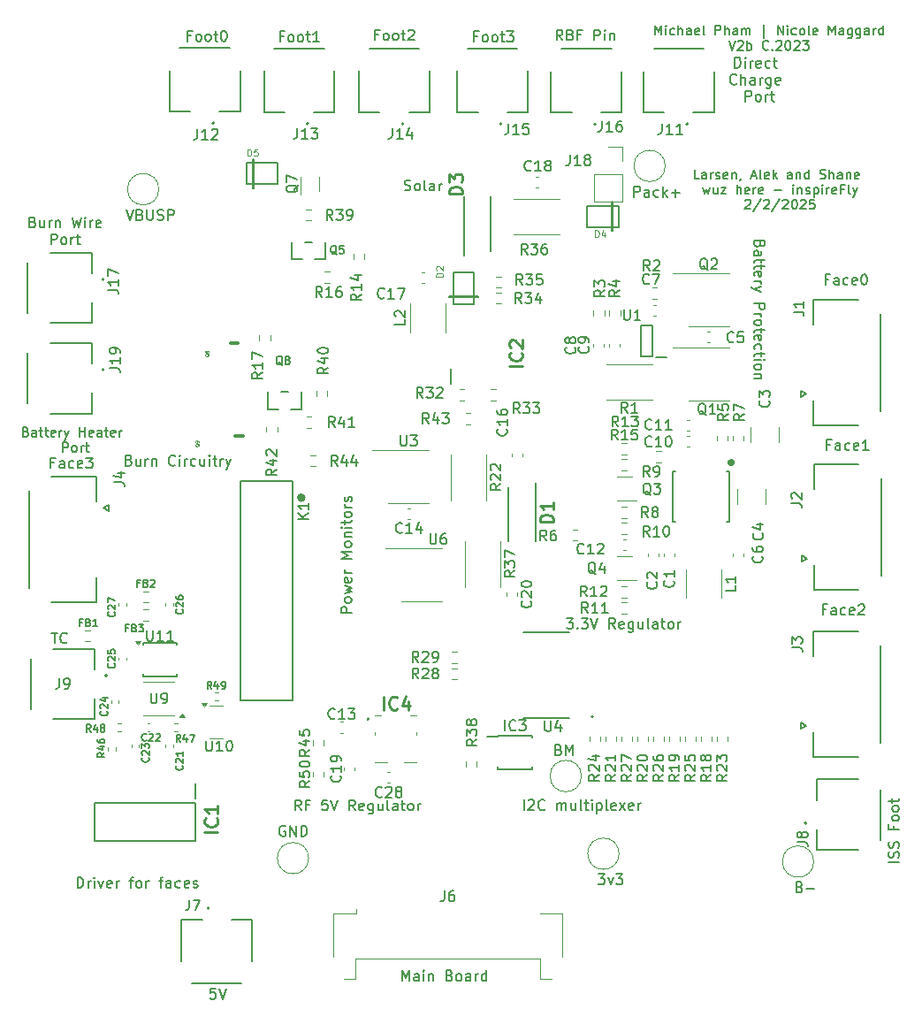
<source format=gbr>
%TF.GenerationSoftware,KiCad,Pcbnew,8.0.4*%
%TF.CreationDate,2025-02-03T16:51:58-05:00*%
%TF.ProjectId,battery_board_v2b,62617474-6572-4795-9f62-6f6172645f76,rev?*%
%TF.SameCoordinates,Original*%
%TF.FileFunction,Legend,Top*%
%TF.FilePolarity,Positive*%
%FSLAX46Y46*%
G04 Gerber Fmt 4.6, Leading zero omitted, Abs format (unit mm)*
G04 Created by KiCad (PCBNEW 8.0.4) date 2025-02-03 16:51:58*
%MOMM*%
%LPD*%
G01*
G04 APERTURE LIST*
%ADD10C,0.150000*%
%ADD11C,0.053200*%
%ADD12C,0.050000*%
%ADD13C,0.154432*%
%ADD14C,0.254000*%
%ADD15C,0.120000*%
%ADD16C,0.127000*%
%ADD17C,0.200000*%
%ADD18C,0.300000*%
%ADD19C,0.152400*%
%ADD20C,0.381000*%
%ADD21C,0.100000*%
%ADD22C,0.400000*%
G04 APERTURE END LIST*
D10*
X115714286Y-99954819D02*
X116285714Y-99954819D01*
X116000000Y-100954819D02*
X116000000Y-99954819D01*
X117190476Y-100859580D02*
X117142857Y-100907200D01*
X117142857Y-100907200D02*
X117000000Y-100954819D01*
X117000000Y-100954819D02*
X116904762Y-100954819D01*
X116904762Y-100954819D02*
X116761905Y-100907200D01*
X116761905Y-100907200D02*
X116666667Y-100811961D01*
X116666667Y-100811961D02*
X116619048Y-100716723D01*
X116619048Y-100716723D02*
X116571429Y-100526247D01*
X116571429Y-100526247D02*
X116571429Y-100383390D01*
X116571429Y-100383390D02*
X116619048Y-100192914D01*
X116619048Y-100192914D02*
X116666667Y-100097676D01*
X116666667Y-100097676D02*
X116761905Y-100002438D01*
X116761905Y-100002438D02*
X116904762Y-99954819D01*
X116904762Y-99954819D02*
X117000000Y-99954819D01*
X117000000Y-99954819D02*
X117142857Y-100002438D01*
X117142857Y-100002438D02*
X117190476Y-100050057D01*
X115982142Y-83656009D02*
X115648809Y-83656009D01*
X115648809Y-84179819D02*
X115648809Y-83179819D01*
X115648809Y-83179819D02*
X116124999Y-83179819D01*
X116934523Y-84179819D02*
X116934523Y-83656009D01*
X116934523Y-83656009D02*
X116886904Y-83560771D01*
X116886904Y-83560771D02*
X116791666Y-83513152D01*
X116791666Y-83513152D02*
X116601190Y-83513152D01*
X116601190Y-83513152D02*
X116505952Y-83560771D01*
X116934523Y-84132200D02*
X116839285Y-84179819D01*
X116839285Y-84179819D02*
X116601190Y-84179819D01*
X116601190Y-84179819D02*
X116505952Y-84132200D01*
X116505952Y-84132200D02*
X116458333Y-84036961D01*
X116458333Y-84036961D02*
X116458333Y-83941723D01*
X116458333Y-83941723D02*
X116505952Y-83846485D01*
X116505952Y-83846485D02*
X116601190Y-83798866D01*
X116601190Y-83798866D02*
X116839285Y-83798866D01*
X116839285Y-83798866D02*
X116934523Y-83751247D01*
X117839285Y-84132200D02*
X117744047Y-84179819D01*
X117744047Y-84179819D02*
X117553571Y-84179819D01*
X117553571Y-84179819D02*
X117458333Y-84132200D01*
X117458333Y-84132200D02*
X117410714Y-84084580D01*
X117410714Y-84084580D02*
X117363095Y-83989342D01*
X117363095Y-83989342D02*
X117363095Y-83703628D01*
X117363095Y-83703628D02*
X117410714Y-83608390D01*
X117410714Y-83608390D02*
X117458333Y-83560771D01*
X117458333Y-83560771D02*
X117553571Y-83513152D01*
X117553571Y-83513152D02*
X117744047Y-83513152D01*
X117744047Y-83513152D02*
X117839285Y-83560771D01*
X118648809Y-84132200D02*
X118553571Y-84179819D01*
X118553571Y-84179819D02*
X118363095Y-84179819D01*
X118363095Y-84179819D02*
X118267857Y-84132200D01*
X118267857Y-84132200D02*
X118220238Y-84036961D01*
X118220238Y-84036961D02*
X118220238Y-83656009D01*
X118220238Y-83656009D02*
X118267857Y-83560771D01*
X118267857Y-83560771D02*
X118363095Y-83513152D01*
X118363095Y-83513152D02*
X118553571Y-83513152D01*
X118553571Y-83513152D02*
X118648809Y-83560771D01*
X118648809Y-83560771D02*
X118696428Y-83656009D01*
X118696428Y-83656009D02*
X118696428Y-83751247D01*
X118696428Y-83751247D02*
X118220238Y-83846485D01*
X119029762Y-83179819D02*
X119648809Y-83179819D01*
X119648809Y-83179819D02*
X119315476Y-83560771D01*
X119315476Y-83560771D02*
X119458333Y-83560771D01*
X119458333Y-83560771D02*
X119553571Y-83608390D01*
X119553571Y-83608390D02*
X119601190Y-83656009D01*
X119601190Y-83656009D02*
X119648809Y-83751247D01*
X119648809Y-83751247D02*
X119648809Y-83989342D01*
X119648809Y-83989342D02*
X119601190Y-84084580D01*
X119601190Y-84084580D02*
X119553571Y-84132200D01*
X119553571Y-84132200D02*
X119458333Y-84179819D01*
X119458333Y-84179819D02*
X119172619Y-84179819D01*
X119172619Y-84179819D02*
X119077381Y-84132200D01*
X119077381Y-84132200D02*
X119029762Y-84084580D01*
X183568990Y-62714284D02*
X183521371Y-62857141D01*
X183521371Y-62857141D02*
X183473752Y-62904760D01*
X183473752Y-62904760D02*
X183378514Y-62952379D01*
X183378514Y-62952379D02*
X183235657Y-62952379D01*
X183235657Y-62952379D02*
X183140419Y-62904760D01*
X183140419Y-62904760D02*
X183092800Y-62857141D01*
X183092800Y-62857141D02*
X183045180Y-62761903D01*
X183045180Y-62761903D02*
X183045180Y-62380951D01*
X183045180Y-62380951D02*
X184045180Y-62380951D01*
X184045180Y-62380951D02*
X184045180Y-62714284D01*
X184045180Y-62714284D02*
X183997561Y-62809522D01*
X183997561Y-62809522D02*
X183949942Y-62857141D01*
X183949942Y-62857141D02*
X183854704Y-62904760D01*
X183854704Y-62904760D02*
X183759466Y-62904760D01*
X183759466Y-62904760D02*
X183664228Y-62857141D01*
X183664228Y-62857141D02*
X183616609Y-62809522D01*
X183616609Y-62809522D02*
X183568990Y-62714284D01*
X183568990Y-62714284D02*
X183568990Y-62380951D01*
X183045180Y-63809522D02*
X183568990Y-63809522D01*
X183568990Y-63809522D02*
X183664228Y-63761903D01*
X183664228Y-63761903D02*
X183711847Y-63666665D01*
X183711847Y-63666665D02*
X183711847Y-63476189D01*
X183711847Y-63476189D02*
X183664228Y-63380951D01*
X183092800Y-63809522D02*
X183045180Y-63714284D01*
X183045180Y-63714284D02*
X183045180Y-63476189D01*
X183045180Y-63476189D02*
X183092800Y-63380951D01*
X183092800Y-63380951D02*
X183188038Y-63333332D01*
X183188038Y-63333332D02*
X183283276Y-63333332D01*
X183283276Y-63333332D02*
X183378514Y-63380951D01*
X183378514Y-63380951D02*
X183426133Y-63476189D01*
X183426133Y-63476189D02*
X183426133Y-63714284D01*
X183426133Y-63714284D02*
X183473752Y-63809522D01*
X183711847Y-64142856D02*
X183711847Y-64523808D01*
X184045180Y-64285713D02*
X183188038Y-64285713D01*
X183188038Y-64285713D02*
X183092800Y-64333332D01*
X183092800Y-64333332D02*
X183045180Y-64428570D01*
X183045180Y-64428570D02*
X183045180Y-64523808D01*
X183711847Y-64714285D02*
X183711847Y-65095237D01*
X184045180Y-64857142D02*
X183188038Y-64857142D01*
X183188038Y-64857142D02*
X183092800Y-64904761D01*
X183092800Y-64904761D02*
X183045180Y-64999999D01*
X183045180Y-64999999D02*
X183045180Y-65095237D01*
X183092800Y-65809523D02*
X183045180Y-65714285D01*
X183045180Y-65714285D02*
X183045180Y-65523809D01*
X183045180Y-65523809D02*
X183092800Y-65428571D01*
X183092800Y-65428571D02*
X183188038Y-65380952D01*
X183188038Y-65380952D02*
X183568990Y-65380952D01*
X183568990Y-65380952D02*
X183664228Y-65428571D01*
X183664228Y-65428571D02*
X183711847Y-65523809D01*
X183711847Y-65523809D02*
X183711847Y-65714285D01*
X183711847Y-65714285D02*
X183664228Y-65809523D01*
X183664228Y-65809523D02*
X183568990Y-65857142D01*
X183568990Y-65857142D02*
X183473752Y-65857142D01*
X183473752Y-65857142D02*
X183378514Y-65380952D01*
X183045180Y-66285714D02*
X183711847Y-66285714D01*
X183521371Y-66285714D02*
X183616609Y-66333333D01*
X183616609Y-66333333D02*
X183664228Y-66380952D01*
X183664228Y-66380952D02*
X183711847Y-66476190D01*
X183711847Y-66476190D02*
X183711847Y-66571428D01*
X183711847Y-66809524D02*
X183045180Y-67047619D01*
X183711847Y-67285714D02*
X183045180Y-67047619D01*
X183045180Y-67047619D02*
X182807085Y-66952381D01*
X182807085Y-66952381D02*
X182759466Y-66904762D01*
X182759466Y-66904762D02*
X182711847Y-66809524D01*
X183045180Y-68428572D02*
X184045180Y-68428572D01*
X184045180Y-68428572D02*
X184045180Y-68809524D01*
X184045180Y-68809524D02*
X183997561Y-68904762D01*
X183997561Y-68904762D02*
X183949942Y-68952381D01*
X183949942Y-68952381D02*
X183854704Y-69000000D01*
X183854704Y-69000000D02*
X183711847Y-69000000D01*
X183711847Y-69000000D02*
X183616609Y-68952381D01*
X183616609Y-68952381D02*
X183568990Y-68904762D01*
X183568990Y-68904762D02*
X183521371Y-68809524D01*
X183521371Y-68809524D02*
X183521371Y-68428572D01*
X183045180Y-69428572D02*
X183711847Y-69428572D01*
X183521371Y-69428572D02*
X183616609Y-69476191D01*
X183616609Y-69476191D02*
X183664228Y-69523810D01*
X183664228Y-69523810D02*
X183711847Y-69619048D01*
X183711847Y-69619048D02*
X183711847Y-69714286D01*
X183045180Y-70190477D02*
X183092800Y-70095239D01*
X183092800Y-70095239D02*
X183140419Y-70047620D01*
X183140419Y-70047620D02*
X183235657Y-70000001D01*
X183235657Y-70000001D02*
X183521371Y-70000001D01*
X183521371Y-70000001D02*
X183616609Y-70047620D01*
X183616609Y-70047620D02*
X183664228Y-70095239D01*
X183664228Y-70095239D02*
X183711847Y-70190477D01*
X183711847Y-70190477D02*
X183711847Y-70333334D01*
X183711847Y-70333334D02*
X183664228Y-70428572D01*
X183664228Y-70428572D02*
X183616609Y-70476191D01*
X183616609Y-70476191D02*
X183521371Y-70523810D01*
X183521371Y-70523810D02*
X183235657Y-70523810D01*
X183235657Y-70523810D02*
X183140419Y-70476191D01*
X183140419Y-70476191D02*
X183092800Y-70428572D01*
X183092800Y-70428572D02*
X183045180Y-70333334D01*
X183045180Y-70333334D02*
X183045180Y-70190477D01*
X183711847Y-70809525D02*
X183711847Y-71190477D01*
X184045180Y-70952382D02*
X183188038Y-70952382D01*
X183188038Y-70952382D02*
X183092800Y-71000001D01*
X183092800Y-71000001D02*
X183045180Y-71095239D01*
X183045180Y-71095239D02*
X183045180Y-71190477D01*
X183092800Y-71904763D02*
X183045180Y-71809525D01*
X183045180Y-71809525D02*
X183045180Y-71619049D01*
X183045180Y-71619049D02*
X183092800Y-71523811D01*
X183092800Y-71523811D02*
X183188038Y-71476192D01*
X183188038Y-71476192D02*
X183568990Y-71476192D01*
X183568990Y-71476192D02*
X183664228Y-71523811D01*
X183664228Y-71523811D02*
X183711847Y-71619049D01*
X183711847Y-71619049D02*
X183711847Y-71809525D01*
X183711847Y-71809525D02*
X183664228Y-71904763D01*
X183664228Y-71904763D02*
X183568990Y-71952382D01*
X183568990Y-71952382D02*
X183473752Y-71952382D01*
X183473752Y-71952382D02*
X183378514Y-71476192D01*
X183092800Y-72809525D02*
X183045180Y-72714287D01*
X183045180Y-72714287D02*
X183045180Y-72523811D01*
X183045180Y-72523811D02*
X183092800Y-72428573D01*
X183092800Y-72428573D02*
X183140419Y-72380954D01*
X183140419Y-72380954D02*
X183235657Y-72333335D01*
X183235657Y-72333335D02*
X183521371Y-72333335D01*
X183521371Y-72333335D02*
X183616609Y-72380954D01*
X183616609Y-72380954D02*
X183664228Y-72428573D01*
X183664228Y-72428573D02*
X183711847Y-72523811D01*
X183711847Y-72523811D02*
X183711847Y-72714287D01*
X183711847Y-72714287D02*
X183664228Y-72809525D01*
X183711847Y-73095240D02*
X183711847Y-73476192D01*
X184045180Y-73238097D02*
X183188038Y-73238097D01*
X183188038Y-73238097D02*
X183092800Y-73285716D01*
X183092800Y-73285716D02*
X183045180Y-73380954D01*
X183045180Y-73380954D02*
X183045180Y-73476192D01*
X183045180Y-73809526D02*
X183711847Y-73809526D01*
X184045180Y-73809526D02*
X183997561Y-73761907D01*
X183997561Y-73761907D02*
X183949942Y-73809526D01*
X183949942Y-73809526D02*
X183997561Y-73857145D01*
X183997561Y-73857145D02*
X184045180Y-73809526D01*
X184045180Y-73809526D02*
X183949942Y-73809526D01*
X183045180Y-74428573D02*
X183092800Y-74333335D01*
X183092800Y-74333335D02*
X183140419Y-74285716D01*
X183140419Y-74285716D02*
X183235657Y-74238097D01*
X183235657Y-74238097D02*
X183521371Y-74238097D01*
X183521371Y-74238097D02*
X183616609Y-74285716D01*
X183616609Y-74285716D02*
X183664228Y-74333335D01*
X183664228Y-74333335D02*
X183711847Y-74428573D01*
X183711847Y-74428573D02*
X183711847Y-74571430D01*
X183711847Y-74571430D02*
X183664228Y-74666668D01*
X183664228Y-74666668D02*
X183616609Y-74714287D01*
X183616609Y-74714287D02*
X183521371Y-74761906D01*
X183521371Y-74761906D02*
X183235657Y-74761906D01*
X183235657Y-74761906D02*
X183140419Y-74714287D01*
X183140419Y-74714287D02*
X183092800Y-74666668D01*
X183092800Y-74666668D02*
X183045180Y-74571430D01*
X183045180Y-74571430D02*
X183045180Y-74428573D01*
X183711847Y-75190478D02*
X183045180Y-75190478D01*
X183616609Y-75190478D02*
X183664228Y-75238097D01*
X183664228Y-75238097D02*
X183711847Y-75333335D01*
X183711847Y-75333335D02*
X183711847Y-75476192D01*
X183711847Y-75476192D02*
X183664228Y-75571430D01*
X183664228Y-75571430D02*
X183568990Y-75619049D01*
X183568990Y-75619049D02*
X183045180Y-75619049D01*
X160952380Y-116929819D02*
X160952380Y-115929819D01*
X161380951Y-116025057D02*
X161428570Y-115977438D01*
X161428570Y-115977438D02*
X161523808Y-115929819D01*
X161523808Y-115929819D02*
X161761903Y-115929819D01*
X161761903Y-115929819D02*
X161857141Y-115977438D01*
X161857141Y-115977438D02*
X161904760Y-116025057D01*
X161904760Y-116025057D02*
X161952379Y-116120295D01*
X161952379Y-116120295D02*
X161952379Y-116215533D01*
X161952379Y-116215533D02*
X161904760Y-116358390D01*
X161904760Y-116358390D02*
X161333332Y-116929819D01*
X161333332Y-116929819D02*
X161952379Y-116929819D01*
X162952379Y-116834580D02*
X162904760Y-116882200D01*
X162904760Y-116882200D02*
X162761903Y-116929819D01*
X162761903Y-116929819D02*
X162666665Y-116929819D01*
X162666665Y-116929819D02*
X162523808Y-116882200D01*
X162523808Y-116882200D02*
X162428570Y-116786961D01*
X162428570Y-116786961D02*
X162380951Y-116691723D01*
X162380951Y-116691723D02*
X162333332Y-116501247D01*
X162333332Y-116501247D02*
X162333332Y-116358390D01*
X162333332Y-116358390D02*
X162380951Y-116167914D01*
X162380951Y-116167914D02*
X162428570Y-116072676D01*
X162428570Y-116072676D02*
X162523808Y-115977438D01*
X162523808Y-115977438D02*
X162666665Y-115929819D01*
X162666665Y-115929819D02*
X162761903Y-115929819D01*
X162761903Y-115929819D02*
X162904760Y-115977438D01*
X162904760Y-115977438D02*
X162952379Y-116025057D01*
X164142856Y-116929819D02*
X164142856Y-116263152D01*
X164142856Y-116358390D02*
X164190475Y-116310771D01*
X164190475Y-116310771D02*
X164285713Y-116263152D01*
X164285713Y-116263152D02*
X164428570Y-116263152D01*
X164428570Y-116263152D02*
X164523808Y-116310771D01*
X164523808Y-116310771D02*
X164571427Y-116406009D01*
X164571427Y-116406009D02*
X164571427Y-116929819D01*
X164571427Y-116406009D02*
X164619046Y-116310771D01*
X164619046Y-116310771D02*
X164714284Y-116263152D01*
X164714284Y-116263152D02*
X164857141Y-116263152D01*
X164857141Y-116263152D02*
X164952380Y-116310771D01*
X164952380Y-116310771D02*
X164999999Y-116406009D01*
X164999999Y-116406009D02*
X164999999Y-116929819D01*
X165904760Y-116263152D02*
X165904760Y-116929819D01*
X165476189Y-116263152D02*
X165476189Y-116786961D01*
X165476189Y-116786961D02*
X165523808Y-116882200D01*
X165523808Y-116882200D02*
X165619046Y-116929819D01*
X165619046Y-116929819D02*
X165761903Y-116929819D01*
X165761903Y-116929819D02*
X165857141Y-116882200D01*
X165857141Y-116882200D02*
X165904760Y-116834580D01*
X166523808Y-116929819D02*
X166428570Y-116882200D01*
X166428570Y-116882200D02*
X166380951Y-116786961D01*
X166380951Y-116786961D02*
X166380951Y-115929819D01*
X166761904Y-116263152D02*
X167142856Y-116263152D01*
X166904761Y-115929819D02*
X166904761Y-116786961D01*
X166904761Y-116786961D02*
X166952380Y-116882200D01*
X166952380Y-116882200D02*
X167047618Y-116929819D01*
X167047618Y-116929819D02*
X167142856Y-116929819D01*
X167476190Y-116929819D02*
X167476190Y-116263152D01*
X167476190Y-115929819D02*
X167428571Y-115977438D01*
X167428571Y-115977438D02*
X167476190Y-116025057D01*
X167476190Y-116025057D02*
X167523809Y-115977438D01*
X167523809Y-115977438D02*
X167476190Y-115929819D01*
X167476190Y-115929819D02*
X167476190Y-116025057D01*
X167952380Y-116263152D02*
X167952380Y-117263152D01*
X167952380Y-116310771D02*
X168047618Y-116263152D01*
X168047618Y-116263152D02*
X168238094Y-116263152D01*
X168238094Y-116263152D02*
X168333332Y-116310771D01*
X168333332Y-116310771D02*
X168380951Y-116358390D01*
X168380951Y-116358390D02*
X168428570Y-116453628D01*
X168428570Y-116453628D02*
X168428570Y-116739342D01*
X168428570Y-116739342D02*
X168380951Y-116834580D01*
X168380951Y-116834580D02*
X168333332Y-116882200D01*
X168333332Y-116882200D02*
X168238094Y-116929819D01*
X168238094Y-116929819D02*
X168047618Y-116929819D01*
X168047618Y-116929819D02*
X167952380Y-116882200D01*
X168999999Y-116929819D02*
X168904761Y-116882200D01*
X168904761Y-116882200D02*
X168857142Y-116786961D01*
X168857142Y-116786961D02*
X168857142Y-115929819D01*
X169761904Y-116882200D02*
X169666666Y-116929819D01*
X169666666Y-116929819D02*
X169476190Y-116929819D01*
X169476190Y-116929819D02*
X169380952Y-116882200D01*
X169380952Y-116882200D02*
X169333333Y-116786961D01*
X169333333Y-116786961D02*
X169333333Y-116406009D01*
X169333333Y-116406009D02*
X169380952Y-116310771D01*
X169380952Y-116310771D02*
X169476190Y-116263152D01*
X169476190Y-116263152D02*
X169666666Y-116263152D01*
X169666666Y-116263152D02*
X169761904Y-116310771D01*
X169761904Y-116310771D02*
X169809523Y-116406009D01*
X169809523Y-116406009D02*
X169809523Y-116501247D01*
X169809523Y-116501247D02*
X169333333Y-116596485D01*
X170142857Y-116929819D02*
X170666666Y-116263152D01*
X170142857Y-116263152D02*
X170666666Y-116929819D01*
X171428571Y-116882200D02*
X171333333Y-116929819D01*
X171333333Y-116929819D02*
X171142857Y-116929819D01*
X171142857Y-116929819D02*
X171047619Y-116882200D01*
X171047619Y-116882200D02*
X171000000Y-116786961D01*
X171000000Y-116786961D02*
X171000000Y-116406009D01*
X171000000Y-116406009D02*
X171047619Y-116310771D01*
X171047619Y-116310771D02*
X171142857Y-116263152D01*
X171142857Y-116263152D02*
X171333333Y-116263152D01*
X171333333Y-116263152D02*
X171428571Y-116310771D01*
X171428571Y-116310771D02*
X171476190Y-116406009D01*
X171476190Y-116406009D02*
X171476190Y-116501247D01*
X171476190Y-116501247D02*
X171000000Y-116596485D01*
X171904762Y-116929819D02*
X171904762Y-116263152D01*
X171904762Y-116453628D02*
X171952381Y-116358390D01*
X171952381Y-116358390D02*
X172000000Y-116310771D01*
X172000000Y-116310771D02*
X172095238Y-116263152D01*
X172095238Y-116263152D02*
X172190476Y-116263152D01*
X189907142Y-97706009D02*
X189573809Y-97706009D01*
X189573809Y-98229819D02*
X189573809Y-97229819D01*
X189573809Y-97229819D02*
X190049999Y-97229819D01*
X190859523Y-98229819D02*
X190859523Y-97706009D01*
X190859523Y-97706009D02*
X190811904Y-97610771D01*
X190811904Y-97610771D02*
X190716666Y-97563152D01*
X190716666Y-97563152D02*
X190526190Y-97563152D01*
X190526190Y-97563152D02*
X190430952Y-97610771D01*
X190859523Y-98182200D02*
X190764285Y-98229819D01*
X190764285Y-98229819D02*
X190526190Y-98229819D01*
X190526190Y-98229819D02*
X190430952Y-98182200D01*
X190430952Y-98182200D02*
X190383333Y-98086961D01*
X190383333Y-98086961D02*
X190383333Y-97991723D01*
X190383333Y-97991723D02*
X190430952Y-97896485D01*
X190430952Y-97896485D02*
X190526190Y-97848866D01*
X190526190Y-97848866D02*
X190764285Y-97848866D01*
X190764285Y-97848866D02*
X190859523Y-97801247D01*
X191764285Y-98182200D02*
X191669047Y-98229819D01*
X191669047Y-98229819D02*
X191478571Y-98229819D01*
X191478571Y-98229819D02*
X191383333Y-98182200D01*
X191383333Y-98182200D02*
X191335714Y-98134580D01*
X191335714Y-98134580D02*
X191288095Y-98039342D01*
X191288095Y-98039342D02*
X191288095Y-97753628D01*
X191288095Y-97753628D02*
X191335714Y-97658390D01*
X191335714Y-97658390D02*
X191383333Y-97610771D01*
X191383333Y-97610771D02*
X191478571Y-97563152D01*
X191478571Y-97563152D02*
X191669047Y-97563152D01*
X191669047Y-97563152D02*
X191764285Y-97610771D01*
X192573809Y-98182200D02*
X192478571Y-98229819D01*
X192478571Y-98229819D02*
X192288095Y-98229819D01*
X192288095Y-98229819D02*
X192192857Y-98182200D01*
X192192857Y-98182200D02*
X192145238Y-98086961D01*
X192145238Y-98086961D02*
X192145238Y-97706009D01*
X192145238Y-97706009D02*
X192192857Y-97610771D01*
X192192857Y-97610771D02*
X192288095Y-97563152D01*
X192288095Y-97563152D02*
X192478571Y-97563152D01*
X192478571Y-97563152D02*
X192573809Y-97610771D01*
X192573809Y-97610771D02*
X192621428Y-97706009D01*
X192621428Y-97706009D02*
X192621428Y-97801247D01*
X192621428Y-97801247D02*
X192145238Y-97896485D01*
X193002381Y-97325057D02*
X193050000Y-97277438D01*
X193050000Y-97277438D02*
X193145238Y-97229819D01*
X193145238Y-97229819D02*
X193383333Y-97229819D01*
X193383333Y-97229819D02*
X193478571Y-97277438D01*
X193478571Y-97277438D02*
X193526190Y-97325057D01*
X193526190Y-97325057D02*
X193573809Y-97420295D01*
X193573809Y-97420295D02*
X193573809Y-97515533D01*
X193573809Y-97515533D02*
X193526190Y-97658390D01*
X193526190Y-97658390D02*
X192954762Y-98229819D01*
X192954762Y-98229819D02*
X193573809Y-98229819D01*
X129076190Y-42781009D02*
X128742857Y-42781009D01*
X128742857Y-43304819D02*
X128742857Y-42304819D01*
X128742857Y-42304819D02*
X129219047Y-42304819D01*
X129742857Y-43304819D02*
X129647619Y-43257200D01*
X129647619Y-43257200D02*
X129600000Y-43209580D01*
X129600000Y-43209580D02*
X129552381Y-43114342D01*
X129552381Y-43114342D02*
X129552381Y-42828628D01*
X129552381Y-42828628D02*
X129600000Y-42733390D01*
X129600000Y-42733390D02*
X129647619Y-42685771D01*
X129647619Y-42685771D02*
X129742857Y-42638152D01*
X129742857Y-42638152D02*
X129885714Y-42638152D01*
X129885714Y-42638152D02*
X129980952Y-42685771D01*
X129980952Y-42685771D02*
X130028571Y-42733390D01*
X130028571Y-42733390D02*
X130076190Y-42828628D01*
X130076190Y-42828628D02*
X130076190Y-43114342D01*
X130076190Y-43114342D02*
X130028571Y-43209580D01*
X130028571Y-43209580D02*
X129980952Y-43257200D01*
X129980952Y-43257200D02*
X129885714Y-43304819D01*
X129885714Y-43304819D02*
X129742857Y-43304819D01*
X130647619Y-43304819D02*
X130552381Y-43257200D01*
X130552381Y-43257200D02*
X130504762Y-43209580D01*
X130504762Y-43209580D02*
X130457143Y-43114342D01*
X130457143Y-43114342D02*
X130457143Y-42828628D01*
X130457143Y-42828628D02*
X130504762Y-42733390D01*
X130504762Y-42733390D02*
X130552381Y-42685771D01*
X130552381Y-42685771D02*
X130647619Y-42638152D01*
X130647619Y-42638152D02*
X130790476Y-42638152D01*
X130790476Y-42638152D02*
X130885714Y-42685771D01*
X130885714Y-42685771D02*
X130933333Y-42733390D01*
X130933333Y-42733390D02*
X130980952Y-42828628D01*
X130980952Y-42828628D02*
X130980952Y-43114342D01*
X130980952Y-43114342D02*
X130933333Y-43209580D01*
X130933333Y-43209580D02*
X130885714Y-43257200D01*
X130885714Y-43257200D02*
X130790476Y-43304819D01*
X130790476Y-43304819D02*
X130647619Y-43304819D01*
X131266667Y-42638152D02*
X131647619Y-42638152D01*
X131409524Y-42304819D02*
X131409524Y-43161961D01*
X131409524Y-43161961D02*
X131457143Y-43257200D01*
X131457143Y-43257200D02*
X131552381Y-43304819D01*
X131552381Y-43304819D02*
X131647619Y-43304819D01*
X132171429Y-42304819D02*
X132266667Y-42304819D01*
X132266667Y-42304819D02*
X132361905Y-42352438D01*
X132361905Y-42352438D02*
X132409524Y-42400057D01*
X132409524Y-42400057D02*
X132457143Y-42495295D01*
X132457143Y-42495295D02*
X132504762Y-42685771D01*
X132504762Y-42685771D02*
X132504762Y-42923866D01*
X132504762Y-42923866D02*
X132457143Y-43114342D01*
X132457143Y-43114342D02*
X132409524Y-43209580D01*
X132409524Y-43209580D02*
X132361905Y-43257200D01*
X132361905Y-43257200D02*
X132266667Y-43304819D01*
X132266667Y-43304819D02*
X132171429Y-43304819D01*
X132171429Y-43304819D02*
X132076191Y-43257200D01*
X132076191Y-43257200D02*
X132028572Y-43209580D01*
X132028572Y-43209580D02*
X131980953Y-43114342D01*
X131980953Y-43114342D02*
X131933334Y-42923866D01*
X131933334Y-42923866D02*
X131933334Y-42685771D01*
X131933334Y-42685771D02*
X131980953Y-42495295D01*
X131980953Y-42495295D02*
X132028572Y-42400057D01*
X132028572Y-42400057D02*
X132076191Y-42352438D01*
X132076191Y-42352438D02*
X132171429Y-42304819D01*
X139619046Y-116954819D02*
X139285713Y-116478628D01*
X139047618Y-116954819D02*
X139047618Y-115954819D01*
X139047618Y-115954819D02*
X139428570Y-115954819D01*
X139428570Y-115954819D02*
X139523808Y-116002438D01*
X139523808Y-116002438D02*
X139571427Y-116050057D01*
X139571427Y-116050057D02*
X139619046Y-116145295D01*
X139619046Y-116145295D02*
X139619046Y-116288152D01*
X139619046Y-116288152D02*
X139571427Y-116383390D01*
X139571427Y-116383390D02*
X139523808Y-116431009D01*
X139523808Y-116431009D02*
X139428570Y-116478628D01*
X139428570Y-116478628D02*
X139047618Y-116478628D01*
X140380951Y-116431009D02*
X140047618Y-116431009D01*
X140047618Y-116954819D02*
X140047618Y-115954819D01*
X140047618Y-115954819D02*
X140523808Y-115954819D01*
X142142856Y-115954819D02*
X141666666Y-115954819D01*
X141666666Y-115954819D02*
X141619047Y-116431009D01*
X141619047Y-116431009D02*
X141666666Y-116383390D01*
X141666666Y-116383390D02*
X141761904Y-116335771D01*
X141761904Y-116335771D02*
X141999999Y-116335771D01*
X141999999Y-116335771D02*
X142095237Y-116383390D01*
X142095237Y-116383390D02*
X142142856Y-116431009D01*
X142142856Y-116431009D02*
X142190475Y-116526247D01*
X142190475Y-116526247D02*
X142190475Y-116764342D01*
X142190475Y-116764342D02*
X142142856Y-116859580D01*
X142142856Y-116859580D02*
X142095237Y-116907200D01*
X142095237Y-116907200D02*
X141999999Y-116954819D01*
X141999999Y-116954819D02*
X141761904Y-116954819D01*
X141761904Y-116954819D02*
X141666666Y-116907200D01*
X141666666Y-116907200D02*
X141619047Y-116859580D01*
X142476190Y-115954819D02*
X142809523Y-116954819D01*
X142809523Y-116954819D02*
X143142856Y-115954819D01*
X144809523Y-116954819D02*
X144476190Y-116478628D01*
X144238095Y-116954819D02*
X144238095Y-115954819D01*
X144238095Y-115954819D02*
X144619047Y-115954819D01*
X144619047Y-115954819D02*
X144714285Y-116002438D01*
X144714285Y-116002438D02*
X144761904Y-116050057D01*
X144761904Y-116050057D02*
X144809523Y-116145295D01*
X144809523Y-116145295D02*
X144809523Y-116288152D01*
X144809523Y-116288152D02*
X144761904Y-116383390D01*
X144761904Y-116383390D02*
X144714285Y-116431009D01*
X144714285Y-116431009D02*
X144619047Y-116478628D01*
X144619047Y-116478628D02*
X144238095Y-116478628D01*
X145619047Y-116907200D02*
X145523809Y-116954819D01*
X145523809Y-116954819D02*
X145333333Y-116954819D01*
X145333333Y-116954819D02*
X145238095Y-116907200D01*
X145238095Y-116907200D02*
X145190476Y-116811961D01*
X145190476Y-116811961D02*
X145190476Y-116431009D01*
X145190476Y-116431009D02*
X145238095Y-116335771D01*
X145238095Y-116335771D02*
X145333333Y-116288152D01*
X145333333Y-116288152D02*
X145523809Y-116288152D01*
X145523809Y-116288152D02*
X145619047Y-116335771D01*
X145619047Y-116335771D02*
X145666666Y-116431009D01*
X145666666Y-116431009D02*
X145666666Y-116526247D01*
X145666666Y-116526247D02*
X145190476Y-116621485D01*
X146523809Y-116288152D02*
X146523809Y-117097676D01*
X146523809Y-117097676D02*
X146476190Y-117192914D01*
X146476190Y-117192914D02*
X146428571Y-117240533D01*
X146428571Y-117240533D02*
X146333333Y-117288152D01*
X146333333Y-117288152D02*
X146190476Y-117288152D01*
X146190476Y-117288152D02*
X146095238Y-117240533D01*
X146523809Y-116907200D02*
X146428571Y-116954819D01*
X146428571Y-116954819D02*
X146238095Y-116954819D01*
X146238095Y-116954819D02*
X146142857Y-116907200D01*
X146142857Y-116907200D02*
X146095238Y-116859580D01*
X146095238Y-116859580D02*
X146047619Y-116764342D01*
X146047619Y-116764342D02*
X146047619Y-116478628D01*
X146047619Y-116478628D02*
X146095238Y-116383390D01*
X146095238Y-116383390D02*
X146142857Y-116335771D01*
X146142857Y-116335771D02*
X146238095Y-116288152D01*
X146238095Y-116288152D02*
X146428571Y-116288152D01*
X146428571Y-116288152D02*
X146523809Y-116335771D01*
X147428571Y-116288152D02*
X147428571Y-116954819D01*
X147000000Y-116288152D02*
X147000000Y-116811961D01*
X147000000Y-116811961D02*
X147047619Y-116907200D01*
X147047619Y-116907200D02*
X147142857Y-116954819D01*
X147142857Y-116954819D02*
X147285714Y-116954819D01*
X147285714Y-116954819D02*
X147380952Y-116907200D01*
X147380952Y-116907200D02*
X147428571Y-116859580D01*
X148047619Y-116954819D02*
X147952381Y-116907200D01*
X147952381Y-116907200D02*
X147904762Y-116811961D01*
X147904762Y-116811961D02*
X147904762Y-115954819D01*
X148857143Y-116954819D02*
X148857143Y-116431009D01*
X148857143Y-116431009D02*
X148809524Y-116335771D01*
X148809524Y-116335771D02*
X148714286Y-116288152D01*
X148714286Y-116288152D02*
X148523810Y-116288152D01*
X148523810Y-116288152D02*
X148428572Y-116335771D01*
X148857143Y-116907200D02*
X148761905Y-116954819D01*
X148761905Y-116954819D02*
X148523810Y-116954819D01*
X148523810Y-116954819D02*
X148428572Y-116907200D01*
X148428572Y-116907200D02*
X148380953Y-116811961D01*
X148380953Y-116811961D02*
X148380953Y-116716723D01*
X148380953Y-116716723D02*
X148428572Y-116621485D01*
X148428572Y-116621485D02*
X148523810Y-116573866D01*
X148523810Y-116573866D02*
X148761905Y-116573866D01*
X148761905Y-116573866D02*
X148857143Y-116526247D01*
X149190477Y-116288152D02*
X149571429Y-116288152D01*
X149333334Y-115954819D02*
X149333334Y-116811961D01*
X149333334Y-116811961D02*
X149380953Y-116907200D01*
X149380953Y-116907200D02*
X149476191Y-116954819D01*
X149476191Y-116954819D02*
X149571429Y-116954819D01*
X150047620Y-116954819D02*
X149952382Y-116907200D01*
X149952382Y-116907200D02*
X149904763Y-116859580D01*
X149904763Y-116859580D02*
X149857144Y-116764342D01*
X149857144Y-116764342D02*
X149857144Y-116478628D01*
X149857144Y-116478628D02*
X149904763Y-116383390D01*
X149904763Y-116383390D02*
X149952382Y-116335771D01*
X149952382Y-116335771D02*
X150047620Y-116288152D01*
X150047620Y-116288152D02*
X150190477Y-116288152D01*
X150190477Y-116288152D02*
X150285715Y-116335771D01*
X150285715Y-116335771D02*
X150333334Y-116383390D01*
X150333334Y-116383390D02*
X150380953Y-116478628D01*
X150380953Y-116478628D02*
X150380953Y-116764342D01*
X150380953Y-116764342D02*
X150333334Y-116859580D01*
X150333334Y-116859580D02*
X150285715Y-116907200D01*
X150285715Y-116907200D02*
X150190477Y-116954819D01*
X150190477Y-116954819D02*
X150047620Y-116954819D01*
X150809525Y-116954819D02*
X150809525Y-116288152D01*
X150809525Y-116478628D02*
X150857144Y-116383390D01*
X150857144Y-116383390D02*
X150904763Y-116335771D01*
X150904763Y-116335771D02*
X151000001Y-116288152D01*
X151000001Y-116288152D02*
X151095239Y-116288152D01*
X165047618Y-98554819D02*
X165666665Y-98554819D01*
X165666665Y-98554819D02*
X165333332Y-98935771D01*
X165333332Y-98935771D02*
X165476189Y-98935771D01*
X165476189Y-98935771D02*
X165571427Y-98983390D01*
X165571427Y-98983390D02*
X165619046Y-99031009D01*
X165619046Y-99031009D02*
X165666665Y-99126247D01*
X165666665Y-99126247D02*
X165666665Y-99364342D01*
X165666665Y-99364342D02*
X165619046Y-99459580D01*
X165619046Y-99459580D02*
X165571427Y-99507200D01*
X165571427Y-99507200D02*
X165476189Y-99554819D01*
X165476189Y-99554819D02*
X165190475Y-99554819D01*
X165190475Y-99554819D02*
X165095237Y-99507200D01*
X165095237Y-99507200D02*
X165047618Y-99459580D01*
X166095237Y-99459580D02*
X166142856Y-99507200D01*
X166142856Y-99507200D02*
X166095237Y-99554819D01*
X166095237Y-99554819D02*
X166047618Y-99507200D01*
X166047618Y-99507200D02*
X166095237Y-99459580D01*
X166095237Y-99459580D02*
X166095237Y-99554819D01*
X166476189Y-98554819D02*
X167095236Y-98554819D01*
X167095236Y-98554819D02*
X166761903Y-98935771D01*
X166761903Y-98935771D02*
X166904760Y-98935771D01*
X166904760Y-98935771D02*
X166999998Y-98983390D01*
X166999998Y-98983390D02*
X167047617Y-99031009D01*
X167047617Y-99031009D02*
X167095236Y-99126247D01*
X167095236Y-99126247D02*
X167095236Y-99364342D01*
X167095236Y-99364342D02*
X167047617Y-99459580D01*
X167047617Y-99459580D02*
X166999998Y-99507200D01*
X166999998Y-99507200D02*
X166904760Y-99554819D01*
X166904760Y-99554819D02*
X166619046Y-99554819D01*
X166619046Y-99554819D02*
X166523808Y-99507200D01*
X166523808Y-99507200D02*
X166476189Y-99459580D01*
X167380951Y-98554819D02*
X167714284Y-99554819D01*
X167714284Y-99554819D02*
X168047617Y-98554819D01*
X169714284Y-99554819D02*
X169380951Y-99078628D01*
X169142856Y-99554819D02*
X169142856Y-98554819D01*
X169142856Y-98554819D02*
X169523808Y-98554819D01*
X169523808Y-98554819D02*
X169619046Y-98602438D01*
X169619046Y-98602438D02*
X169666665Y-98650057D01*
X169666665Y-98650057D02*
X169714284Y-98745295D01*
X169714284Y-98745295D02*
X169714284Y-98888152D01*
X169714284Y-98888152D02*
X169666665Y-98983390D01*
X169666665Y-98983390D02*
X169619046Y-99031009D01*
X169619046Y-99031009D02*
X169523808Y-99078628D01*
X169523808Y-99078628D02*
X169142856Y-99078628D01*
X170523808Y-99507200D02*
X170428570Y-99554819D01*
X170428570Y-99554819D02*
X170238094Y-99554819D01*
X170238094Y-99554819D02*
X170142856Y-99507200D01*
X170142856Y-99507200D02*
X170095237Y-99411961D01*
X170095237Y-99411961D02*
X170095237Y-99031009D01*
X170095237Y-99031009D02*
X170142856Y-98935771D01*
X170142856Y-98935771D02*
X170238094Y-98888152D01*
X170238094Y-98888152D02*
X170428570Y-98888152D01*
X170428570Y-98888152D02*
X170523808Y-98935771D01*
X170523808Y-98935771D02*
X170571427Y-99031009D01*
X170571427Y-99031009D02*
X170571427Y-99126247D01*
X170571427Y-99126247D02*
X170095237Y-99221485D01*
X171428570Y-98888152D02*
X171428570Y-99697676D01*
X171428570Y-99697676D02*
X171380951Y-99792914D01*
X171380951Y-99792914D02*
X171333332Y-99840533D01*
X171333332Y-99840533D02*
X171238094Y-99888152D01*
X171238094Y-99888152D02*
X171095237Y-99888152D01*
X171095237Y-99888152D02*
X170999999Y-99840533D01*
X171428570Y-99507200D02*
X171333332Y-99554819D01*
X171333332Y-99554819D02*
X171142856Y-99554819D01*
X171142856Y-99554819D02*
X171047618Y-99507200D01*
X171047618Y-99507200D02*
X170999999Y-99459580D01*
X170999999Y-99459580D02*
X170952380Y-99364342D01*
X170952380Y-99364342D02*
X170952380Y-99078628D01*
X170952380Y-99078628D02*
X170999999Y-98983390D01*
X170999999Y-98983390D02*
X171047618Y-98935771D01*
X171047618Y-98935771D02*
X171142856Y-98888152D01*
X171142856Y-98888152D02*
X171333332Y-98888152D01*
X171333332Y-98888152D02*
X171428570Y-98935771D01*
X172333332Y-98888152D02*
X172333332Y-99554819D01*
X171904761Y-98888152D02*
X171904761Y-99411961D01*
X171904761Y-99411961D02*
X171952380Y-99507200D01*
X171952380Y-99507200D02*
X172047618Y-99554819D01*
X172047618Y-99554819D02*
X172190475Y-99554819D01*
X172190475Y-99554819D02*
X172285713Y-99507200D01*
X172285713Y-99507200D02*
X172333332Y-99459580D01*
X172952380Y-99554819D02*
X172857142Y-99507200D01*
X172857142Y-99507200D02*
X172809523Y-99411961D01*
X172809523Y-99411961D02*
X172809523Y-98554819D01*
X173761904Y-99554819D02*
X173761904Y-99031009D01*
X173761904Y-99031009D02*
X173714285Y-98935771D01*
X173714285Y-98935771D02*
X173619047Y-98888152D01*
X173619047Y-98888152D02*
X173428571Y-98888152D01*
X173428571Y-98888152D02*
X173333333Y-98935771D01*
X173761904Y-99507200D02*
X173666666Y-99554819D01*
X173666666Y-99554819D02*
X173428571Y-99554819D01*
X173428571Y-99554819D02*
X173333333Y-99507200D01*
X173333333Y-99507200D02*
X173285714Y-99411961D01*
X173285714Y-99411961D02*
X173285714Y-99316723D01*
X173285714Y-99316723D02*
X173333333Y-99221485D01*
X173333333Y-99221485D02*
X173428571Y-99173866D01*
X173428571Y-99173866D02*
X173666666Y-99173866D01*
X173666666Y-99173866D02*
X173761904Y-99126247D01*
X174095238Y-98888152D02*
X174476190Y-98888152D01*
X174238095Y-98554819D02*
X174238095Y-99411961D01*
X174238095Y-99411961D02*
X174285714Y-99507200D01*
X174285714Y-99507200D02*
X174380952Y-99554819D01*
X174380952Y-99554819D02*
X174476190Y-99554819D01*
X174952381Y-99554819D02*
X174857143Y-99507200D01*
X174857143Y-99507200D02*
X174809524Y-99459580D01*
X174809524Y-99459580D02*
X174761905Y-99364342D01*
X174761905Y-99364342D02*
X174761905Y-99078628D01*
X174761905Y-99078628D02*
X174809524Y-98983390D01*
X174809524Y-98983390D02*
X174857143Y-98935771D01*
X174857143Y-98935771D02*
X174952381Y-98888152D01*
X174952381Y-98888152D02*
X175095238Y-98888152D01*
X175095238Y-98888152D02*
X175190476Y-98935771D01*
X175190476Y-98935771D02*
X175238095Y-98983390D01*
X175238095Y-98983390D02*
X175285714Y-99078628D01*
X175285714Y-99078628D02*
X175285714Y-99364342D01*
X175285714Y-99364342D02*
X175238095Y-99459580D01*
X175238095Y-99459580D02*
X175190476Y-99507200D01*
X175190476Y-99507200D02*
X175095238Y-99554819D01*
X175095238Y-99554819D02*
X174952381Y-99554819D01*
X175714286Y-99554819D02*
X175714286Y-98888152D01*
X175714286Y-99078628D02*
X175761905Y-98983390D01*
X175761905Y-98983390D02*
X175809524Y-98935771D01*
X175809524Y-98935771D02*
X175904762Y-98888152D01*
X175904762Y-98888152D02*
X176000000Y-98888152D01*
X131429523Y-133994819D02*
X130953333Y-133994819D01*
X130953333Y-133994819D02*
X130905714Y-134471009D01*
X130905714Y-134471009D02*
X130953333Y-134423390D01*
X130953333Y-134423390D02*
X131048571Y-134375771D01*
X131048571Y-134375771D02*
X131286666Y-134375771D01*
X131286666Y-134375771D02*
X131381904Y-134423390D01*
X131381904Y-134423390D02*
X131429523Y-134471009D01*
X131429523Y-134471009D02*
X131477142Y-134566247D01*
X131477142Y-134566247D02*
X131477142Y-134804342D01*
X131477142Y-134804342D02*
X131429523Y-134899580D01*
X131429523Y-134899580D02*
X131381904Y-134947200D01*
X131381904Y-134947200D02*
X131286666Y-134994819D01*
X131286666Y-134994819D02*
X131048571Y-134994819D01*
X131048571Y-134994819D02*
X130953333Y-134947200D01*
X130953333Y-134947200D02*
X130905714Y-134899580D01*
X131762857Y-133994819D02*
X132096190Y-134994819D01*
X132096190Y-134994819D02*
X132429523Y-133994819D01*
X123133332Y-83431009D02*
X123276189Y-83478628D01*
X123276189Y-83478628D02*
X123323808Y-83526247D01*
X123323808Y-83526247D02*
X123371427Y-83621485D01*
X123371427Y-83621485D02*
X123371427Y-83764342D01*
X123371427Y-83764342D02*
X123323808Y-83859580D01*
X123323808Y-83859580D02*
X123276189Y-83907200D01*
X123276189Y-83907200D02*
X123180951Y-83954819D01*
X123180951Y-83954819D02*
X122799999Y-83954819D01*
X122799999Y-83954819D02*
X122799999Y-82954819D01*
X122799999Y-82954819D02*
X123133332Y-82954819D01*
X123133332Y-82954819D02*
X123228570Y-83002438D01*
X123228570Y-83002438D02*
X123276189Y-83050057D01*
X123276189Y-83050057D02*
X123323808Y-83145295D01*
X123323808Y-83145295D02*
X123323808Y-83240533D01*
X123323808Y-83240533D02*
X123276189Y-83335771D01*
X123276189Y-83335771D02*
X123228570Y-83383390D01*
X123228570Y-83383390D02*
X123133332Y-83431009D01*
X123133332Y-83431009D02*
X122799999Y-83431009D01*
X124228570Y-83288152D02*
X124228570Y-83954819D01*
X123799999Y-83288152D02*
X123799999Y-83811961D01*
X123799999Y-83811961D02*
X123847618Y-83907200D01*
X123847618Y-83907200D02*
X123942856Y-83954819D01*
X123942856Y-83954819D02*
X124085713Y-83954819D01*
X124085713Y-83954819D02*
X124180951Y-83907200D01*
X124180951Y-83907200D02*
X124228570Y-83859580D01*
X124704761Y-83954819D02*
X124704761Y-83288152D01*
X124704761Y-83478628D02*
X124752380Y-83383390D01*
X124752380Y-83383390D02*
X124799999Y-83335771D01*
X124799999Y-83335771D02*
X124895237Y-83288152D01*
X124895237Y-83288152D02*
X124990475Y-83288152D01*
X125323809Y-83288152D02*
X125323809Y-83954819D01*
X125323809Y-83383390D02*
X125371428Y-83335771D01*
X125371428Y-83335771D02*
X125466666Y-83288152D01*
X125466666Y-83288152D02*
X125609523Y-83288152D01*
X125609523Y-83288152D02*
X125704761Y-83335771D01*
X125704761Y-83335771D02*
X125752380Y-83431009D01*
X125752380Y-83431009D02*
X125752380Y-83954819D01*
X127561904Y-83859580D02*
X127514285Y-83907200D01*
X127514285Y-83907200D02*
X127371428Y-83954819D01*
X127371428Y-83954819D02*
X127276190Y-83954819D01*
X127276190Y-83954819D02*
X127133333Y-83907200D01*
X127133333Y-83907200D02*
X127038095Y-83811961D01*
X127038095Y-83811961D02*
X126990476Y-83716723D01*
X126990476Y-83716723D02*
X126942857Y-83526247D01*
X126942857Y-83526247D02*
X126942857Y-83383390D01*
X126942857Y-83383390D02*
X126990476Y-83192914D01*
X126990476Y-83192914D02*
X127038095Y-83097676D01*
X127038095Y-83097676D02*
X127133333Y-83002438D01*
X127133333Y-83002438D02*
X127276190Y-82954819D01*
X127276190Y-82954819D02*
X127371428Y-82954819D01*
X127371428Y-82954819D02*
X127514285Y-83002438D01*
X127514285Y-83002438D02*
X127561904Y-83050057D01*
X127990476Y-83954819D02*
X127990476Y-83288152D01*
X127990476Y-82954819D02*
X127942857Y-83002438D01*
X127942857Y-83002438D02*
X127990476Y-83050057D01*
X127990476Y-83050057D02*
X128038095Y-83002438D01*
X128038095Y-83002438D02*
X127990476Y-82954819D01*
X127990476Y-82954819D02*
X127990476Y-83050057D01*
X128466666Y-83954819D02*
X128466666Y-83288152D01*
X128466666Y-83478628D02*
X128514285Y-83383390D01*
X128514285Y-83383390D02*
X128561904Y-83335771D01*
X128561904Y-83335771D02*
X128657142Y-83288152D01*
X128657142Y-83288152D02*
X128752380Y-83288152D01*
X129514285Y-83907200D02*
X129419047Y-83954819D01*
X129419047Y-83954819D02*
X129228571Y-83954819D01*
X129228571Y-83954819D02*
X129133333Y-83907200D01*
X129133333Y-83907200D02*
X129085714Y-83859580D01*
X129085714Y-83859580D02*
X129038095Y-83764342D01*
X129038095Y-83764342D02*
X129038095Y-83478628D01*
X129038095Y-83478628D02*
X129085714Y-83383390D01*
X129085714Y-83383390D02*
X129133333Y-83335771D01*
X129133333Y-83335771D02*
X129228571Y-83288152D01*
X129228571Y-83288152D02*
X129419047Y-83288152D01*
X129419047Y-83288152D02*
X129514285Y-83335771D01*
X130371428Y-83288152D02*
X130371428Y-83954819D01*
X129942857Y-83288152D02*
X129942857Y-83811961D01*
X129942857Y-83811961D02*
X129990476Y-83907200D01*
X129990476Y-83907200D02*
X130085714Y-83954819D01*
X130085714Y-83954819D02*
X130228571Y-83954819D01*
X130228571Y-83954819D02*
X130323809Y-83907200D01*
X130323809Y-83907200D02*
X130371428Y-83859580D01*
X130847619Y-83954819D02*
X130847619Y-83288152D01*
X130847619Y-82954819D02*
X130800000Y-83002438D01*
X130800000Y-83002438D02*
X130847619Y-83050057D01*
X130847619Y-83050057D02*
X130895238Y-83002438D01*
X130895238Y-83002438D02*
X130847619Y-82954819D01*
X130847619Y-82954819D02*
X130847619Y-83050057D01*
X131180952Y-83288152D02*
X131561904Y-83288152D01*
X131323809Y-82954819D02*
X131323809Y-83811961D01*
X131323809Y-83811961D02*
X131371428Y-83907200D01*
X131371428Y-83907200D02*
X131466666Y-83954819D01*
X131466666Y-83954819D02*
X131561904Y-83954819D01*
X131895238Y-83954819D02*
X131895238Y-83288152D01*
X131895238Y-83478628D02*
X131942857Y-83383390D01*
X131942857Y-83383390D02*
X131990476Y-83335771D01*
X131990476Y-83335771D02*
X132085714Y-83288152D01*
X132085714Y-83288152D02*
X132180952Y-83288152D01*
X132419048Y-83288152D02*
X132657143Y-83954819D01*
X132895238Y-83288152D02*
X132657143Y-83954819D01*
X132657143Y-83954819D02*
X132561905Y-84192914D01*
X132561905Y-84192914D02*
X132514286Y-84240533D01*
X132514286Y-84240533D02*
X132419048Y-84288152D01*
X149538095Y-57557200D02*
X149680952Y-57604819D01*
X149680952Y-57604819D02*
X149919047Y-57604819D01*
X149919047Y-57604819D02*
X150014285Y-57557200D01*
X150014285Y-57557200D02*
X150061904Y-57509580D01*
X150061904Y-57509580D02*
X150109523Y-57414342D01*
X150109523Y-57414342D02*
X150109523Y-57319104D01*
X150109523Y-57319104D02*
X150061904Y-57223866D01*
X150061904Y-57223866D02*
X150014285Y-57176247D01*
X150014285Y-57176247D02*
X149919047Y-57128628D01*
X149919047Y-57128628D02*
X149728571Y-57081009D01*
X149728571Y-57081009D02*
X149633333Y-57033390D01*
X149633333Y-57033390D02*
X149585714Y-56985771D01*
X149585714Y-56985771D02*
X149538095Y-56890533D01*
X149538095Y-56890533D02*
X149538095Y-56795295D01*
X149538095Y-56795295D02*
X149585714Y-56700057D01*
X149585714Y-56700057D02*
X149633333Y-56652438D01*
X149633333Y-56652438D02*
X149728571Y-56604819D01*
X149728571Y-56604819D02*
X149966666Y-56604819D01*
X149966666Y-56604819D02*
X150109523Y-56652438D01*
X150680952Y-57604819D02*
X150585714Y-57557200D01*
X150585714Y-57557200D02*
X150538095Y-57509580D01*
X150538095Y-57509580D02*
X150490476Y-57414342D01*
X150490476Y-57414342D02*
X150490476Y-57128628D01*
X150490476Y-57128628D02*
X150538095Y-57033390D01*
X150538095Y-57033390D02*
X150585714Y-56985771D01*
X150585714Y-56985771D02*
X150680952Y-56938152D01*
X150680952Y-56938152D02*
X150823809Y-56938152D01*
X150823809Y-56938152D02*
X150919047Y-56985771D01*
X150919047Y-56985771D02*
X150966666Y-57033390D01*
X150966666Y-57033390D02*
X151014285Y-57128628D01*
X151014285Y-57128628D02*
X151014285Y-57414342D01*
X151014285Y-57414342D02*
X150966666Y-57509580D01*
X150966666Y-57509580D02*
X150919047Y-57557200D01*
X150919047Y-57557200D02*
X150823809Y-57604819D01*
X150823809Y-57604819D02*
X150680952Y-57604819D01*
X151585714Y-57604819D02*
X151490476Y-57557200D01*
X151490476Y-57557200D02*
X151442857Y-57461961D01*
X151442857Y-57461961D02*
X151442857Y-56604819D01*
X152395238Y-57604819D02*
X152395238Y-57081009D01*
X152395238Y-57081009D02*
X152347619Y-56985771D01*
X152347619Y-56985771D02*
X152252381Y-56938152D01*
X152252381Y-56938152D02*
X152061905Y-56938152D01*
X152061905Y-56938152D02*
X151966667Y-56985771D01*
X152395238Y-57557200D02*
X152300000Y-57604819D01*
X152300000Y-57604819D02*
X152061905Y-57604819D01*
X152061905Y-57604819D02*
X151966667Y-57557200D01*
X151966667Y-57557200D02*
X151919048Y-57461961D01*
X151919048Y-57461961D02*
X151919048Y-57366723D01*
X151919048Y-57366723D02*
X151966667Y-57271485D01*
X151966667Y-57271485D02*
X152061905Y-57223866D01*
X152061905Y-57223866D02*
X152300000Y-57223866D01*
X152300000Y-57223866D02*
X152395238Y-57176247D01*
X152871429Y-57604819D02*
X152871429Y-56938152D01*
X152871429Y-57128628D02*
X152919048Y-57033390D01*
X152919048Y-57033390D02*
X152966667Y-56985771D01*
X152966667Y-56985771D02*
X153061905Y-56938152D01*
X153061905Y-56938152D02*
X153157143Y-56938152D01*
X177721428Y-56485132D02*
X177292856Y-56485132D01*
X177292856Y-56485132D02*
X177292856Y-55585132D01*
X178407142Y-56485132D02*
X178407142Y-56013703D01*
X178407142Y-56013703D02*
X178364284Y-55927989D01*
X178364284Y-55927989D02*
X178278570Y-55885132D01*
X178278570Y-55885132D02*
X178107142Y-55885132D01*
X178107142Y-55885132D02*
X178021427Y-55927989D01*
X178407142Y-56442275D02*
X178321427Y-56485132D01*
X178321427Y-56485132D02*
X178107142Y-56485132D01*
X178107142Y-56485132D02*
X178021427Y-56442275D01*
X178021427Y-56442275D02*
X177978570Y-56356560D01*
X177978570Y-56356560D02*
X177978570Y-56270846D01*
X177978570Y-56270846D02*
X178021427Y-56185132D01*
X178021427Y-56185132D02*
X178107142Y-56142275D01*
X178107142Y-56142275D02*
X178321427Y-56142275D01*
X178321427Y-56142275D02*
X178407142Y-56099417D01*
X178835713Y-56485132D02*
X178835713Y-55885132D01*
X178835713Y-56056560D02*
X178878570Y-55970846D01*
X178878570Y-55970846D02*
X178921428Y-55927989D01*
X178921428Y-55927989D02*
X179007142Y-55885132D01*
X179007142Y-55885132D02*
X179092856Y-55885132D01*
X179349999Y-56442275D02*
X179435713Y-56485132D01*
X179435713Y-56485132D02*
X179607142Y-56485132D01*
X179607142Y-56485132D02*
X179692856Y-56442275D01*
X179692856Y-56442275D02*
X179735713Y-56356560D01*
X179735713Y-56356560D02*
X179735713Y-56313703D01*
X179735713Y-56313703D02*
X179692856Y-56227989D01*
X179692856Y-56227989D02*
X179607142Y-56185132D01*
X179607142Y-56185132D02*
X179478571Y-56185132D01*
X179478571Y-56185132D02*
X179392856Y-56142275D01*
X179392856Y-56142275D02*
X179349999Y-56056560D01*
X179349999Y-56056560D02*
X179349999Y-56013703D01*
X179349999Y-56013703D02*
X179392856Y-55927989D01*
X179392856Y-55927989D02*
X179478571Y-55885132D01*
X179478571Y-55885132D02*
X179607142Y-55885132D01*
X179607142Y-55885132D02*
X179692856Y-55927989D01*
X180464284Y-56442275D02*
X180378570Y-56485132D01*
X180378570Y-56485132D02*
X180207142Y-56485132D01*
X180207142Y-56485132D02*
X180121427Y-56442275D01*
X180121427Y-56442275D02*
X180078570Y-56356560D01*
X180078570Y-56356560D02*
X180078570Y-56013703D01*
X180078570Y-56013703D02*
X180121427Y-55927989D01*
X180121427Y-55927989D02*
X180207142Y-55885132D01*
X180207142Y-55885132D02*
X180378570Y-55885132D01*
X180378570Y-55885132D02*
X180464284Y-55927989D01*
X180464284Y-55927989D02*
X180507142Y-56013703D01*
X180507142Y-56013703D02*
X180507142Y-56099417D01*
X180507142Y-56099417D02*
X180078570Y-56185132D01*
X180892856Y-55885132D02*
X180892856Y-56485132D01*
X180892856Y-55970846D02*
X180935713Y-55927989D01*
X180935713Y-55927989D02*
X181021428Y-55885132D01*
X181021428Y-55885132D02*
X181149999Y-55885132D01*
X181149999Y-55885132D02*
X181235713Y-55927989D01*
X181235713Y-55927989D02*
X181278571Y-56013703D01*
X181278571Y-56013703D02*
X181278571Y-56485132D01*
X181749999Y-56442275D02*
X181749999Y-56485132D01*
X181749999Y-56485132D02*
X181707142Y-56570846D01*
X181707142Y-56570846D02*
X181664285Y-56613703D01*
X182778570Y-56227989D02*
X183207142Y-56227989D01*
X182692856Y-56485132D02*
X182992856Y-55585132D01*
X182992856Y-55585132D02*
X183292856Y-56485132D01*
X183721428Y-56485132D02*
X183635713Y-56442275D01*
X183635713Y-56442275D02*
X183592856Y-56356560D01*
X183592856Y-56356560D02*
X183592856Y-55585132D01*
X184407142Y-56442275D02*
X184321428Y-56485132D01*
X184321428Y-56485132D02*
X184150000Y-56485132D01*
X184150000Y-56485132D02*
X184064285Y-56442275D01*
X184064285Y-56442275D02*
X184021428Y-56356560D01*
X184021428Y-56356560D02*
X184021428Y-56013703D01*
X184021428Y-56013703D02*
X184064285Y-55927989D01*
X184064285Y-55927989D02*
X184150000Y-55885132D01*
X184150000Y-55885132D02*
X184321428Y-55885132D01*
X184321428Y-55885132D02*
X184407142Y-55927989D01*
X184407142Y-55927989D02*
X184450000Y-56013703D01*
X184450000Y-56013703D02*
X184450000Y-56099417D01*
X184450000Y-56099417D02*
X184021428Y-56185132D01*
X184835714Y-56485132D02*
X184835714Y-55585132D01*
X184921429Y-56142275D02*
X185178571Y-56485132D01*
X185178571Y-55885132D02*
X184835714Y-56227989D01*
X186635714Y-56485132D02*
X186635714Y-56013703D01*
X186635714Y-56013703D02*
X186592856Y-55927989D01*
X186592856Y-55927989D02*
X186507142Y-55885132D01*
X186507142Y-55885132D02*
X186335714Y-55885132D01*
X186335714Y-55885132D02*
X186249999Y-55927989D01*
X186635714Y-56442275D02*
X186549999Y-56485132D01*
X186549999Y-56485132D02*
X186335714Y-56485132D01*
X186335714Y-56485132D02*
X186249999Y-56442275D01*
X186249999Y-56442275D02*
X186207142Y-56356560D01*
X186207142Y-56356560D02*
X186207142Y-56270846D01*
X186207142Y-56270846D02*
X186249999Y-56185132D01*
X186249999Y-56185132D02*
X186335714Y-56142275D01*
X186335714Y-56142275D02*
X186549999Y-56142275D01*
X186549999Y-56142275D02*
X186635714Y-56099417D01*
X187064285Y-55885132D02*
X187064285Y-56485132D01*
X187064285Y-55970846D02*
X187107142Y-55927989D01*
X187107142Y-55927989D02*
X187192857Y-55885132D01*
X187192857Y-55885132D02*
X187321428Y-55885132D01*
X187321428Y-55885132D02*
X187407142Y-55927989D01*
X187407142Y-55927989D02*
X187450000Y-56013703D01*
X187450000Y-56013703D02*
X187450000Y-56485132D01*
X188264286Y-56485132D02*
X188264286Y-55585132D01*
X188264286Y-56442275D02*
X188178571Y-56485132D01*
X188178571Y-56485132D02*
X188007143Y-56485132D01*
X188007143Y-56485132D02*
X187921428Y-56442275D01*
X187921428Y-56442275D02*
X187878571Y-56399417D01*
X187878571Y-56399417D02*
X187835714Y-56313703D01*
X187835714Y-56313703D02*
X187835714Y-56056560D01*
X187835714Y-56056560D02*
X187878571Y-55970846D01*
X187878571Y-55970846D02*
X187921428Y-55927989D01*
X187921428Y-55927989D02*
X188007143Y-55885132D01*
X188007143Y-55885132D02*
X188178571Y-55885132D01*
X188178571Y-55885132D02*
X188264286Y-55927989D01*
X189335714Y-56442275D02*
X189464286Y-56485132D01*
X189464286Y-56485132D02*
X189678571Y-56485132D01*
X189678571Y-56485132D02*
X189764286Y-56442275D01*
X189764286Y-56442275D02*
X189807143Y-56399417D01*
X189807143Y-56399417D02*
X189850000Y-56313703D01*
X189850000Y-56313703D02*
X189850000Y-56227989D01*
X189850000Y-56227989D02*
X189807143Y-56142275D01*
X189807143Y-56142275D02*
X189764286Y-56099417D01*
X189764286Y-56099417D02*
X189678571Y-56056560D01*
X189678571Y-56056560D02*
X189507143Y-56013703D01*
X189507143Y-56013703D02*
X189421428Y-55970846D01*
X189421428Y-55970846D02*
X189378571Y-55927989D01*
X189378571Y-55927989D02*
X189335714Y-55842275D01*
X189335714Y-55842275D02*
X189335714Y-55756560D01*
X189335714Y-55756560D02*
X189378571Y-55670846D01*
X189378571Y-55670846D02*
X189421428Y-55627989D01*
X189421428Y-55627989D02*
X189507143Y-55585132D01*
X189507143Y-55585132D02*
X189721428Y-55585132D01*
X189721428Y-55585132D02*
X189850000Y-55627989D01*
X190235714Y-56485132D02*
X190235714Y-55585132D01*
X190621429Y-56485132D02*
X190621429Y-56013703D01*
X190621429Y-56013703D02*
X190578571Y-55927989D01*
X190578571Y-55927989D02*
X190492857Y-55885132D01*
X190492857Y-55885132D02*
X190364286Y-55885132D01*
X190364286Y-55885132D02*
X190278571Y-55927989D01*
X190278571Y-55927989D02*
X190235714Y-55970846D01*
X191435715Y-56485132D02*
X191435715Y-56013703D01*
X191435715Y-56013703D02*
X191392857Y-55927989D01*
X191392857Y-55927989D02*
X191307143Y-55885132D01*
X191307143Y-55885132D02*
X191135715Y-55885132D01*
X191135715Y-55885132D02*
X191050000Y-55927989D01*
X191435715Y-56442275D02*
X191350000Y-56485132D01*
X191350000Y-56485132D02*
X191135715Y-56485132D01*
X191135715Y-56485132D02*
X191050000Y-56442275D01*
X191050000Y-56442275D02*
X191007143Y-56356560D01*
X191007143Y-56356560D02*
X191007143Y-56270846D01*
X191007143Y-56270846D02*
X191050000Y-56185132D01*
X191050000Y-56185132D02*
X191135715Y-56142275D01*
X191135715Y-56142275D02*
X191350000Y-56142275D01*
X191350000Y-56142275D02*
X191435715Y-56099417D01*
X191864286Y-55885132D02*
X191864286Y-56485132D01*
X191864286Y-55970846D02*
X191907143Y-55927989D01*
X191907143Y-55927989D02*
X191992858Y-55885132D01*
X191992858Y-55885132D02*
X192121429Y-55885132D01*
X192121429Y-55885132D02*
X192207143Y-55927989D01*
X192207143Y-55927989D02*
X192250001Y-56013703D01*
X192250001Y-56013703D02*
X192250001Y-56485132D01*
X193021429Y-56442275D02*
X192935715Y-56485132D01*
X192935715Y-56485132D02*
X192764287Y-56485132D01*
X192764287Y-56485132D02*
X192678572Y-56442275D01*
X192678572Y-56442275D02*
X192635715Y-56356560D01*
X192635715Y-56356560D02*
X192635715Y-56013703D01*
X192635715Y-56013703D02*
X192678572Y-55927989D01*
X192678572Y-55927989D02*
X192764287Y-55885132D01*
X192764287Y-55885132D02*
X192935715Y-55885132D01*
X192935715Y-55885132D02*
X193021429Y-55927989D01*
X193021429Y-55927989D02*
X193064287Y-56013703D01*
X193064287Y-56013703D02*
X193064287Y-56099417D01*
X193064287Y-56099417D02*
X192635715Y-56185132D01*
X178107142Y-57334082D02*
X178278571Y-57934082D01*
X178278571Y-57934082D02*
X178449999Y-57505510D01*
X178449999Y-57505510D02*
X178621428Y-57934082D01*
X178621428Y-57934082D02*
X178792856Y-57334082D01*
X179521428Y-57334082D02*
X179521428Y-57934082D01*
X179135713Y-57334082D02*
X179135713Y-57805510D01*
X179135713Y-57805510D02*
X179178570Y-57891225D01*
X179178570Y-57891225D02*
X179264285Y-57934082D01*
X179264285Y-57934082D02*
X179392856Y-57934082D01*
X179392856Y-57934082D02*
X179478570Y-57891225D01*
X179478570Y-57891225D02*
X179521428Y-57848367D01*
X179864285Y-57334082D02*
X180335714Y-57334082D01*
X180335714Y-57334082D02*
X179864285Y-57934082D01*
X179864285Y-57934082D02*
X180335714Y-57934082D01*
X181364284Y-57934082D02*
X181364284Y-57034082D01*
X181749999Y-57934082D02*
X181749999Y-57462653D01*
X181749999Y-57462653D02*
X181707141Y-57376939D01*
X181707141Y-57376939D02*
X181621427Y-57334082D01*
X181621427Y-57334082D02*
X181492856Y-57334082D01*
X181492856Y-57334082D02*
X181407141Y-57376939D01*
X181407141Y-57376939D02*
X181364284Y-57419796D01*
X182521427Y-57891225D02*
X182435713Y-57934082D01*
X182435713Y-57934082D02*
X182264285Y-57934082D01*
X182264285Y-57934082D02*
X182178570Y-57891225D01*
X182178570Y-57891225D02*
X182135713Y-57805510D01*
X182135713Y-57805510D02*
X182135713Y-57462653D01*
X182135713Y-57462653D02*
X182178570Y-57376939D01*
X182178570Y-57376939D02*
X182264285Y-57334082D01*
X182264285Y-57334082D02*
X182435713Y-57334082D01*
X182435713Y-57334082D02*
X182521427Y-57376939D01*
X182521427Y-57376939D02*
X182564285Y-57462653D01*
X182564285Y-57462653D02*
X182564285Y-57548367D01*
X182564285Y-57548367D02*
X182135713Y-57634082D01*
X182949999Y-57934082D02*
X182949999Y-57334082D01*
X182949999Y-57505510D02*
X182992856Y-57419796D01*
X182992856Y-57419796D02*
X183035714Y-57376939D01*
X183035714Y-57376939D02*
X183121428Y-57334082D01*
X183121428Y-57334082D02*
X183207142Y-57334082D01*
X183849999Y-57891225D02*
X183764285Y-57934082D01*
X183764285Y-57934082D02*
X183592857Y-57934082D01*
X183592857Y-57934082D02*
X183507142Y-57891225D01*
X183507142Y-57891225D02*
X183464285Y-57805510D01*
X183464285Y-57805510D02*
X183464285Y-57462653D01*
X183464285Y-57462653D02*
X183507142Y-57376939D01*
X183507142Y-57376939D02*
X183592857Y-57334082D01*
X183592857Y-57334082D02*
X183764285Y-57334082D01*
X183764285Y-57334082D02*
X183849999Y-57376939D01*
X183849999Y-57376939D02*
X183892857Y-57462653D01*
X183892857Y-57462653D02*
X183892857Y-57548367D01*
X183892857Y-57548367D02*
X183464285Y-57634082D01*
X184964285Y-57591225D02*
X185650000Y-57591225D01*
X186764285Y-57934082D02*
X186764285Y-57334082D01*
X186764285Y-57034082D02*
X186721428Y-57076939D01*
X186721428Y-57076939D02*
X186764285Y-57119796D01*
X186764285Y-57119796D02*
X186807142Y-57076939D01*
X186807142Y-57076939D02*
X186764285Y-57034082D01*
X186764285Y-57034082D02*
X186764285Y-57119796D01*
X187192856Y-57334082D02*
X187192856Y-57934082D01*
X187192856Y-57419796D02*
X187235713Y-57376939D01*
X187235713Y-57376939D02*
X187321428Y-57334082D01*
X187321428Y-57334082D02*
X187449999Y-57334082D01*
X187449999Y-57334082D02*
X187535713Y-57376939D01*
X187535713Y-57376939D02*
X187578571Y-57462653D01*
X187578571Y-57462653D02*
X187578571Y-57934082D01*
X187964285Y-57891225D02*
X188049999Y-57934082D01*
X188049999Y-57934082D02*
X188221428Y-57934082D01*
X188221428Y-57934082D02*
X188307142Y-57891225D01*
X188307142Y-57891225D02*
X188349999Y-57805510D01*
X188349999Y-57805510D02*
X188349999Y-57762653D01*
X188349999Y-57762653D02*
X188307142Y-57676939D01*
X188307142Y-57676939D02*
X188221428Y-57634082D01*
X188221428Y-57634082D02*
X188092857Y-57634082D01*
X188092857Y-57634082D02*
X188007142Y-57591225D01*
X188007142Y-57591225D02*
X187964285Y-57505510D01*
X187964285Y-57505510D02*
X187964285Y-57462653D01*
X187964285Y-57462653D02*
X188007142Y-57376939D01*
X188007142Y-57376939D02*
X188092857Y-57334082D01*
X188092857Y-57334082D02*
X188221428Y-57334082D01*
X188221428Y-57334082D02*
X188307142Y-57376939D01*
X188735713Y-57334082D02*
X188735713Y-58234082D01*
X188735713Y-57376939D02*
X188821428Y-57334082D01*
X188821428Y-57334082D02*
X188992856Y-57334082D01*
X188992856Y-57334082D02*
X189078570Y-57376939D01*
X189078570Y-57376939D02*
X189121428Y-57419796D01*
X189121428Y-57419796D02*
X189164285Y-57505510D01*
X189164285Y-57505510D02*
X189164285Y-57762653D01*
X189164285Y-57762653D02*
X189121428Y-57848367D01*
X189121428Y-57848367D02*
X189078570Y-57891225D01*
X189078570Y-57891225D02*
X188992856Y-57934082D01*
X188992856Y-57934082D02*
X188821428Y-57934082D01*
X188821428Y-57934082D02*
X188735713Y-57891225D01*
X189549999Y-57934082D02*
X189549999Y-57334082D01*
X189549999Y-57034082D02*
X189507142Y-57076939D01*
X189507142Y-57076939D02*
X189549999Y-57119796D01*
X189549999Y-57119796D02*
X189592856Y-57076939D01*
X189592856Y-57076939D02*
X189549999Y-57034082D01*
X189549999Y-57034082D02*
X189549999Y-57119796D01*
X189978570Y-57934082D02*
X189978570Y-57334082D01*
X189978570Y-57505510D02*
X190021427Y-57419796D01*
X190021427Y-57419796D02*
X190064285Y-57376939D01*
X190064285Y-57376939D02*
X190149999Y-57334082D01*
X190149999Y-57334082D02*
X190235713Y-57334082D01*
X190878570Y-57891225D02*
X190792856Y-57934082D01*
X190792856Y-57934082D02*
X190621428Y-57934082D01*
X190621428Y-57934082D02*
X190535713Y-57891225D01*
X190535713Y-57891225D02*
X190492856Y-57805510D01*
X190492856Y-57805510D02*
X190492856Y-57462653D01*
X190492856Y-57462653D02*
X190535713Y-57376939D01*
X190535713Y-57376939D02*
X190621428Y-57334082D01*
X190621428Y-57334082D02*
X190792856Y-57334082D01*
X190792856Y-57334082D02*
X190878570Y-57376939D01*
X190878570Y-57376939D02*
X190921428Y-57462653D01*
X190921428Y-57462653D02*
X190921428Y-57548367D01*
X190921428Y-57548367D02*
X190492856Y-57634082D01*
X191607142Y-57462653D02*
X191307142Y-57462653D01*
X191307142Y-57934082D02*
X191307142Y-57034082D01*
X191307142Y-57034082D02*
X191735714Y-57034082D01*
X192207143Y-57934082D02*
X192121428Y-57891225D01*
X192121428Y-57891225D02*
X192078571Y-57805510D01*
X192078571Y-57805510D02*
X192078571Y-57034082D01*
X192464286Y-57334082D02*
X192678572Y-57934082D01*
X192892857Y-57334082D02*
X192678572Y-57934082D01*
X192678572Y-57934082D02*
X192592857Y-58148367D01*
X192592857Y-58148367D02*
X192550000Y-58191225D01*
X192550000Y-58191225D02*
X192464286Y-58234082D01*
X182157142Y-58568746D02*
X182199999Y-58525889D01*
X182199999Y-58525889D02*
X182285714Y-58483032D01*
X182285714Y-58483032D02*
X182499999Y-58483032D01*
X182499999Y-58483032D02*
X182585714Y-58525889D01*
X182585714Y-58525889D02*
X182628571Y-58568746D01*
X182628571Y-58568746D02*
X182671428Y-58654460D01*
X182671428Y-58654460D02*
X182671428Y-58740175D01*
X182671428Y-58740175D02*
X182628571Y-58868746D01*
X182628571Y-58868746D02*
X182114285Y-59383032D01*
X182114285Y-59383032D02*
X182671428Y-59383032D01*
X183699999Y-58440175D02*
X182928571Y-59597317D01*
X183957142Y-58568746D02*
X183999999Y-58525889D01*
X183999999Y-58525889D02*
X184085714Y-58483032D01*
X184085714Y-58483032D02*
X184299999Y-58483032D01*
X184299999Y-58483032D02*
X184385714Y-58525889D01*
X184385714Y-58525889D02*
X184428571Y-58568746D01*
X184428571Y-58568746D02*
X184471428Y-58654460D01*
X184471428Y-58654460D02*
X184471428Y-58740175D01*
X184471428Y-58740175D02*
X184428571Y-58868746D01*
X184428571Y-58868746D02*
X183914285Y-59383032D01*
X183914285Y-59383032D02*
X184471428Y-59383032D01*
X185499999Y-58440175D02*
X184728571Y-59597317D01*
X185757142Y-58568746D02*
X185799999Y-58525889D01*
X185799999Y-58525889D02*
X185885714Y-58483032D01*
X185885714Y-58483032D02*
X186099999Y-58483032D01*
X186099999Y-58483032D02*
X186185714Y-58525889D01*
X186185714Y-58525889D02*
X186228571Y-58568746D01*
X186228571Y-58568746D02*
X186271428Y-58654460D01*
X186271428Y-58654460D02*
X186271428Y-58740175D01*
X186271428Y-58740175D02*
X186228571Y-58868746D01*
X186228571Y-58868746D02*
X185714285Y-59383032D01*
X185714285Y-59383032D02*
X186271428Y-59383032D01*
X186828571Y-58483032D02*
X186914285Y-58483032D01*
X186914285Y-58483032D02*
X186999999Y-58525889D01*
X186999999Y-58525889D02*
X187042857Y-58568746D01*
X187042857Y-58568746D02*
X187085714Y-58654460D01*
X187085714Y-58654460D02*
X187128571Y-58825889D01*
X187128571Y-58825889D02*
X187128571Y-59040175D01*
X187128571Y-59040175D02*
X187085714Y-59211603D01*
X187085714Y-59211603D02*
X187042857Y-59297317D01*
X187042857Y-59297317D02*
X186999999Y-59340175D01*
X186999999Y-59340175D02*
X186914285Y-59383032D01*
X186914285Y-59383032D02*
X186828571Y-59383032D01*
X186828571Y-59383032D02*
X186742857Y-59340175D01*
X186742857Y-59340175D02*
X186699999Y-59297317D01*
X186699999Y-59297317D02*
X186657142Y-59211603D01*
X186657142Y-59211603D02*
X186614285Y-59040175D01*
X186614285Y-59040175D02*
X186614285Y-58825889D01*
X186614285Y-58825889D02*
X186657142Y-58654460D01*
X186657142Y-58654460D02*
X186699999Y-58568746D01*
X186699999Y-58568746D02*
X186742857Y-58525889D01*
X186742857Y-58525889D02*
X186828571Y-58483032D01*
X187471428Y-58568746D02*
X187514285Y-58525889D01*
X187514285Y-58525889D02*
X187600000Y-58483032D01*
X187600000Y-58483032D02*
X187814285Y-58483032D01*
X187814285Y-58483032D02*
X187900000Y-58525889D01*
X187900000Y-58525889D02*
X187942857Y-58568746D01*
X187942857Y-58568746D02*
X187985714Y-58654460D01*
X187985714Y-58654460D02*
X187985714Y-58740175D01*
X187985714Y-58740175D02*
X187942857Y-58868746D01*
X187942857Y-58868746D02*
X187428571Y-59383032D01*
X187428571Y-59383032D02*
X187985714Y-59383032D01*
X188800000Y-58483032D02*
X188371428Y-58483032D01*
X188371428Y-58483032D02*
X188328571Y-58911603D01*
X188328571Y-58911603D02*
X188371428Y-58868746D01*
X188371428Y-58868746D02*
X188457143Y-58825889D01*
X188457143Y-58825889D02*
X188671428Y-58825889D01*
X188671428Y-58825889D02*
X188757143Y-58868746D01*
X188757143Y-58868746D02*
X188800000Y-58911603D01*
X188800000Y-58911603D02*
X188842857Y-58997317D01*
X188842857Y-58997317D02*
X188842857Y-59211603D01*
X188842857Y-59211603D02*
X188800000Y-59297317D01*
X188800000Y-59297317D02*
X188757143Y-59340175D01*
X188757143Y-59340175D02*
X188671428Y-59383032D01*
X188671428Y-59383032D02*
X188457143Y-59383032D01*
X188457143Y-59383032D02*
X188371428Y-59340175D01*
X188371428Y-59340175D02*
X188328571Y-59297317D01*
X190157142Y-66106009D02*
X189823809Y-66106009D01*
X189823809Y-66629819D02*
X189823809Y-65629819D01*
X189823809Y-65629819D02*
X190299999Y-65629819D01*
X191109523Y-66629819D02*
X191109523Y-66106009D01*
X191109523Y-66106009D02*
X191061904Y-66010771D01*
X191061904Y-66010771D02*
X190966666Y-65963152D01*
X190966666Y-65963152D02*
X190776190Y-65963152D01*
X190776190Y-65963152D02*
X190680952Y-66010771D01*
X191109523Y-66582200D02*
X191014285Y-66629819D01*
X191014285Y-66629819D02*
X190776190Y-66629819D01*
X190776190Y-66629819D02*
X190680952Y-66582200D01*
X190680952Y-66582200D02*
X190633333Y-66486961D01*
X190633333Y-66486961D02*
X190633333Y-66391723D01*
X190633333Y-66391723D02*
X190680952Y-66296485D01*
X190680952Y-66296485D02*
X190776190Y-66248866D01*
X190776190Y-66248866D02*
X191014285Y-66248866D01*
X191014285Y-66248866D02*
X191109523Y-66201247D01*
X192014285Y-66582200D02*
X191919047Y-66629819D01*
X191919047Y-66629819D02*
X191728571Y-66629819D01*
X191728571Y-66629819D02*
X191633333Y-66582200D01*
X191633333Y-66582200D02*
X191585714Y-66534580D01*
X191585714Y-66534580D02*
X191538095Y-66439342D01*
X191538095Y-66439342D02*
X191538095Y-66153628D01*
X191538095Y-66153628D02*
X191585714Y-66058390D01*
X191585714Y-66058390D02*
X191633333Y-66010771D01*
X191633333Y-66010771D02*
X191728571Y-65963152D01*
X191728571Y-65963152D02*
X191919047Y-65963152D01*
X191919047Y-65963152D02*
X192014285Y-66010771D01*
X192823809Y-66582200D02*
X192728571Y-66629819D01*
X192728571Y-66629819D02*
X192538095Y-66629819D01*
X192538095Y-66629819D02*
X192442857Y-66582200D01*
X192442857Y-66582200D02*
X192395238Y-66486961D01*
X192395238Y-66486961D02*
X192395238Y-66106009D01*
X192395238Y-66106009D02*
X192442857Y-66010771D01*
X192442857Y-66010771D02*
X192538095Y-65963152D01*
X192538095Y-65963152D02*
X192728571Y-65963152D01*
X192728571Y-65963152D02*
X192823809Y-66010771D01*
X192823809Y-66010771D02*
X192871428Y-66106009D01*
X192871428Y-66106009D02*
X192871428Y-66201247D01*
X192871428Y-66201247D02*
X192395238Y-66296485D01*
X193490476Y-65629819D02*
X193585714Y-65629819D01*
X193585714Y-65629819D02*
X193680952Y-65677438D01*
X193680952Y-65677438D02*
X193728571Y-65725057D01*
X193728571Y-65725057D02*
X193776190Y-65820295D01*
X193776190Y-65820295D02*
X193823809Y-66010771D01*
X193823809Y-66010771D02*
X193823809Y-66248866D01*
X193823809Y-66248866D02*
X193776190Y-66439342D01*
X193776190Y-66439342D02*
X193728571Y-66534580D01*
X193728571Y-66534580D02*
X193680952Y-66582200D01*
X193680952Y-66582200D02*
X193585714Y-66629819D01*
X193585714Y-66629819D02*
X193490476Y-66629819D01*
X193490476Y-66629819D02*
X193395238Y-66582200D01*
X193395238Y-66582200D02*
X193347619Y-66534580D01*
X193347619Y-66534580D02*
X193300000Y-66439342D01*
X193300000Y-66439342D02*
X193252381Y-66248866D01*
X193252381Y-66248866D02*
X193252381Y-66010771D01*
X193252381Y-66010771D02*
X193300000Y-65820295D01*
X193300000Y-65820295D02*
X193347619Y-65725057D01*
X193347619Y-65725057D02*
X193395238Y-65677438D01*
X193395238Y-65677438D02*
X193490476Y-65629819D01*
X196894819Y-121902380D02*
X195894819Y-121902380D01*
X196847200Y-121473809D02*
X196894819Y-121330952D01*
X196894819Y-121330952D02*
X196894819Y-121092857D01*
X196894819Y-121092857D02*
X196847200Y-120997619D01*
X196847200Y-120997619D02*
X196799580Y-120950000D01*
X196799580Y-120950000D02*
X196704342Y-120902381D01*
X196704342Y-120902381D02*
X196609104Y-120902381D01*
X196609104Y-120902381D02*
X196513866Y-120950000D01*
X196513866Y-120950000D02*
X196466247Y-120997619D01*
X196466247Y-120997619D02*
X196418628Y-121092857D01*
X196418628Y-121092857D02*
X196371009Y-121283333D01*
X196371009Y-121283333D02*
X196323390Y-121378571D01*
X196323390Y-121378571D02*
X196275771Y-121426190D01*
X196275771Y-121426190D02*
X196180533Y-121473809D01*
X196180533Y-121473809D02*
X196085295Y-121473809D01*
X196085295Y-121473809D02*
X195990057Y-121426190D01*
X195990057Y-121426190D02*
X195942438Y-121378571D01*
X195942438Y-121378571D02*
X195894819Y-121283333D01*
X195894819Y-121283333D02*
X195894819Y-121045238D01*
X195894819Y-121045238D02*
X195942438Y-120902381D01*
X196847200Y-120521428D02*
X196894819Y-120378571D01*
X196894819Y-120378571D02*
X196894819Y-120140476D01*
X196894819Y-120140476D02*
X196847200Y-120045238D01*
X196847200Y-120045238D02*
X196799580Y-119997619D01*
X196799580Y-119997619D02*
X196704342Y-119950000D01*
X196704342Y-119950000D02*
X196609104Y-119950000D01*
X196609104Y-119950000D02*
X196513866Y-119997619D01*
X196513866Y-119997619D02*
X196466247Y-120045238D01*
X196466247Y-120045238D02*
X196418628Y-120140476D01*
X196418628Y-120140476D02*
X196371009Y-120330952D01*
X196371009Y-120330952D02*
X196323390Y-120426190D01*
X196323390Y-120426190D02*
X196275771Y-120473809D01*
X196275771Y-120473809D02*
X196180533Y-120521428D01*
X196180533Y-120521428D02*
X196085295Y-120521428D01*
X196085295Y-120521428D02*
X195990057Y-120473809D01*
X195990057Y-120473809D02*
X195942438Y-120426190D01*
X195942438Y-120426190D02*
X195894819Y-120330952D01*
X195894819Y-120330952D02*
X195894819Y-120092857D01*
X195894819Y-120092857D02*
X195942438Y-119950000D01*
X196371009Y-118426190D02*
X196371009Y-118759523D01*
X196894819Y-118759523D02*
X195894819Y-118759523D01*
X195894819Y-118759523D02*
X195894819Y-118283333D01*
X196894819Y-117759523D02*
X196847200Y-117854761D01*
X196847200Y-117854761D02*
X196799580Y-117902380D01*
X196799580Y-117902380D02*
X196704342Y-117949999D01*
X196704342Y-117949999D02*
X196418628Y-117949999D01*
X196418628Y-117949999D02*
X196323390Y-117902380D01*
X196323390Y-117902380D02*
X196275771Y-117854761D01*
X196275771Y-117854761D02*
X196228152Y-117759523D01*
X196228152Y-117759523D02*
X196228152Y-117616666D01*
X196228152Y-117616666D02*
X196275771Y-117521428D01*
X196275771Y-117521428D02*
X196323390Y-117473809D01*
X196323390Y-117473809D02*
X196418628Y-117426190D01*
X196418628Y-117426190D02*
X196704342Y-117426190D01*
X196704342Y-117426190D02*
X196799580Y-117473809D01*
X196799580Y-117473809D02*
X196847200Y-117521428D01*
X196847200Y-117521428D02*
X196894819Y-117616666D01*
X196894819Y-117616666D02*
X196894819Y-117759523D01*
X196894819Y-116854761D02*
X196847200Y-116949999D01*
X196847200Y-116949999D02*
X196799580Y-116997618D01*
X196799580Y-116997618D02*
X196704342Y-117045237D01*
X196704342Y-117045237D02*
X196418628Y-117045237D01*
X196418628Y-117045237D02*
X196323390Y-116997618D01*
X196323390Y-116997618D02*
X196275771Y-116949999D01*
X196275771Y-116949999D02*
X196228152Y-116854761D01*
X196228152Y-116854761D02*
X196228152Y-116711904D01*
X196228152Y-116711904D02*
X196275771Y-116616666D01*
X196275771Y-116616666D02*
X196323390Y-116569047D01*
X196323390Y-116569047D02*
X196418628Y-116521428D01*
X196418628Y-116521428D02*
X196704342Y-116521428D01*
X196704342Y-116521428D02*
X196799580Y-116569047D01*
X196799580Y-116569047D02*
X196847200Y-116616666D01*
X196847200Y-116616666D02*
X196894819Y-116711904D01*
X196894819Y-116711904D02*
X196894819Y-116854761D01*
X196228152Y-116235713D02*
X196228152Y-115854761D01*
X195894819Y-116092856D02*
X196751961Y-116092856D01*
X196751961Y-116092856D02*
X196847200Y-116045237D01*
X196847200Y-116045237D02*
X196894819Y-115949999D01*
X196894819Y-115949999D02*
X196894819Y-115854761D01*
X164659523Y-43204819D02*
X164326190Y-42728628D01*
X164088095Y-43204819D02*
X164088095Y-42204819D01*
X164088095Y-42204819D02*
X164469047Y-42204819D01*
X164469047Y-42204819D02*
X164564285Y-42252438D01*
X164564285Y-42252438D02*
X164611904Y-42300057D01*
X164611904Y-42300057D02*
X164659523Y-42395295D01*
X164659523Y-42395295D02*
X164659523Y-42538152D01*
X164659523Y-42538152D02*
X164611904Y-42633390D01*
X164611904Y-42633390D02*
X164564285Y-42681009D01*
X164564285Y-42681009D02*
X164469047Y-42728628D01*
X164469047Y-42728628D02*
X164088095Y-42728628D01*
X165421428Y-42681009D02*
X165564285Y-42728628D01*
X165564285Y-42728628D02*
X165611904Y-42776247D01*
X165611904Y-42776247D02*
X165659523Y-42871485D01*
X165659523Y-42871485D02*
X165659523Y-43014342D01*
X165659523Y-43014342D02*
X165611904Y-43109580D01*
X165611904Y-43109580D02*
X165564285Y-43157200D01*
X165564285Y-43157200D02*
X165469047Y-43204819D01*
X165469047Y-43204819D02*
X165088095Y-43204819D01*
X165088095Y-43204819D02*
X165088095Y-42204819D01*
X165088095Y-42204819D02*
X165421428Y-42204819D01*
X165421428Y-42204819D02*
X165516666Y-42252438D01*
X165516666Y-42252438D02*
X165564285Y-42300057D01*
X165564285Y-42300057D02*
X165611904Y-42395295D01*
X165611904Y-42395295D02*
X165611904Y-42490533D01*
X165611904Y-42490533D02*
X165564285Y-42585771D01*
X165564285Y-42585771D02*
X165516666Y-42633390D01*
X165516666Y-42633390D02*
X165421428Y-42681009D01*
X165421428Y-42681009D02*
X165088095Y-42681009D01*
X166421428Y-42681009D02*
X166088095Y-42681009D01*
X166088095Y-43204819D02*
X166088095Y-42204819D01*
X166088095Y-42204819D02*
X166564285Y-42204819D01*
X167707143Y-43204819D02*
X167707143Y-42204819D01*
X167707143Y-42204819D02*
X168088095Y-42204819D01*
X168088095Y-42204819D02*
X168183333Y-42252438D01*
X168183333Y-42252438D02*
X168230952Y-42300057D01*
X168230952Y-42300057D02*
X168278571Y-42395295D01*
X168278571Y-42395295D02*
X168278571Y-42538152D01*
X168278571Y-42538152D02*
X168230952Y-42633390D01*
X168230952Y-42633390D02*
X168183333Y-42681009D01*
X168183333Y-42681009D02*
X168088095Y-42728628D01*
X168088095Y-42728628D02*
X167707143Y-42728628D01*
X168707143Y-43204819D02*
X168707143Y-42538152D01*
X168707143Y-42204819D02*
X168659524Y-42252438D01*
X168659524Y-42252438D02*
X168707143Y-42300057D01*
X168707143Y-42300057D02*
X168754762Y-42252438D01*
X168754762Y-42252438D02*
X168707143Y-42204819D01*
X168707143Y-42204819D02*
X168707143Y-42300057D01*
X169183333Y-42538152D02*
X169183333Y-43204819D01*
X169183333Y-42633390D02*
X169230952Y-42585771D01*
X169230952Y-42585771D02*
X169326190Y-42538152D01*
X169326190Y-42538152D02*
X169469047Y-42538152D01*
X169469047Y-42538152D02*
X169564285Y-42585771D01*
X169564285Y-42585771D02*
X169611904Y-42681009D01*
X169611904Y-42681009D02*
X169611904Y-43204819D01*
X156526190Y-42831009D02*
X156192857Y-42831009D01*
X156192857Y-43354819D02*
X156192857Y-42354819D01*
X156192857Y-42354819D02*
X156669047Y-42354819D01*
X157192857Y-43354819D02*
X157097619Y-43307200D01*
X157097619Y-43307200D02*
X157050000Y-43259580D01*
X157050000Y-43259580D02*
X157002381Y-43164342D01*
X157002381Y-43164342D02*
X157002381Y-42878628D01*
X157002381Y-42878628D02*
X157050000Y-42783390D01*
X157050000Y-42783390D02*
X157097619Y-42735771D01*
X157097619Y-42735771D02*
X157192857Y-42688152D01*
X157192857Y-42688152D02*
X157335714Y-42688152D01*
X157335714Y-42688152D02*
X157430952Y-42735771D01*
X157430952Y-42735771D02*
X157478571Y-42783390D01*
X157478571Y-42783390D02*
X157526190Y-42878628D01*
X157526190Y-42878628D02*
X157526190Y-43164342D01*
X157526190Y-43164342D02*
X157478571Y-43259580D01*
X157478571Y-43259580D02*
X157430952Y-43307200D01*
X157430952Y-43307200D02*
X157335714Y-43354819D01*
X157335714Y-43354819D02*
X157192857Y-43354819D01*
X158097619Y-43354819D02*
X158002381Y-43307200D01*
X158002381Y-43307200D02*
X157954762Y-43259580D01*
X157954762Y-43259580D02*
X157907143Y-43164342D01*
X157907143Y-43164342D02*
X157907143Y-42878628D01*
X157907143Y-42878628D02*
X157954762Y-42783390D01*
X157954762Y-42783390D02*
X158002381Y-42735771D01*
X158002381Y-42735771D02*
X158097619Y-42688152D01*
X158097619Y-42688152D02*
X158240476Y-42688152D01*
X158240476Y-42688152D02*
X158335714Y-42735771D01*
X158335714Y-42735771D02*
X158383333Y-42783390D01*
X158383333Y-42783390D02*
X158430952Y-42878628D01*
X158430952Y-42878628D02*
X158430952Y-43164342D01*
X158430952Y-43164342D02*
X158383333Y-43259580D01*
X158383333Y-43259580D02*
X158335714Y-43307200D01*
X158335714Y-43307200D02*
X158240476Y-43354819D01*
X158240476Y-43354819D02*
X158097619Y-43354819D01*
X158716667Y-42688152D02*
X159097619Y-42688152D01*
X158859524Y-42354819D02*
X158859524Y-43211961D01*
X158859524Y-43211961D02*
X158907143Y-43307200D01*
X158907143Y-43307200D02*
X159002381Y-43354819D01*
X159002381Y-43354819D02*
X159097619Y-43354819D01*
X159335715Y-42354819D02*
X159954762Y-42354819D01*
X159954762Y-42354819D02*
X159621429Y-42735771D01*
X159621429Y-42735771D02*
X159764286Y-42735771D01*
X159764286Y-42735771D02*
X159859524Y-42783390D01*
X159859524Y-42783390D02*
X159907143Y-42831009D01*
X159907143Y-42831009D02*
X159954762Y-42926247D01*
X159954762Y-42926247D02*
X159954762Y-43164342D01*
X159954762Y-43164342D02*
X159907143Y-43259580D01*
X159907143Y-43259580D02*
X159859524Y-43307200D01*
X159859524Y-43307200D02*
X159764286Y-43354819D01*
X159764286Y-43354819D02*
X159478572Y-43354819D01*
X159478572Y-43354819D02*
X159383334Y-43307200D01*
X159383334Y-43307200D02*
X159335715Y-43259580D01*
X118211903Y-124354819D02*
X118211903Y-123354819D01*
X118211903Y-123354819D02*
X118449998Y-123354819D01*
X118449998Y-123354819D02*
X118592855Y-123402438D01*
X118592855Y-123402438D02*
X118688093Y-123497676D01*
X118688093Y-123497676D02*
X118735712Y-123592914D01*
X118735712Y-123592914D02*
X118783331Y-123783390D01*
X118783331Y-123783390D02*
X118783331Y-123926247D01*
X118783331Y-123926247D02*
X118735712Y-124116723D01*
X118735712Y-124116723D02*
X118688093Y-124211961D01*
X118688093Y-124211961D02*
X118592855Y-124307200D01*
X118592855Y-124307200D02*
X118449998Y-124354819D01*
X118449998Y-124354819D02*
X118211903Y-124354819D01*
X119211903Y-124354819D02*
X119211903Y-123688152D01*
X119211903Y-123878628D02*
X119259522Y-123783390D01*
X119259522Y-123783390D02*
X119307141Y-123735771D01*
X119307141Y-123735771D02*
X119402379Y-123688152D01*
X119402379Y-123688152D02*
X119497617Y-123688152D01*
X119830951Y-124354819D02*
X119830951Y-123688152D01*
X119830951Y-123354819D02*
X119783332Y-123402438D01*
X119783332Y-123402438D02*
X119830951Y-123450057D01*
X119830951Y-123450057D02*
X119878570Y-123402438D01*
X119878570Y-123402438D02*
X119830951Y-123354819D01*
X119830951Y-123354819D02*
X119830951Y-123450057D01*
X120211903Y-123688152D02*
X120449998Y-124354819D01*
X120449998Y-124354819D02*
X120688093Y-123688152D01*
X121449998Y-124307200D02*
X121354760Y-124354819D01*
X121354760Y-124354819D02*
X121164284Y-124354819D01*
X121164284Y-124354819D02*
X121069046Y-124307200D01*
X121069046Y-124307200D02*
X121021427Y-124211961D01*
X121021427Y-124211961D02*
X121021427Y-123831009D01*
X121021427Y-123831009D02*
X121069046Y-123735771D01*
X121069046Y-123735771D02*
X121164284Y-123688152D01*
X121164284Y-123688152D02*
X121354760Y-123688152D01*
X121354760Y-123688152D02*
X121449998Y-123735771D01*
X121449998Y-123735771D02*
X121497617Y-123831009D01*
X121497617Y-123831009D02*
X121497617Y-123926247D01*
X121497617Y-123926247D02*
X121021427Y-124021485D01*
X121926189Y-124354819D02*
X121926189Y-123688152D01*
X121926189Y-123878628D02*
X121973808Y-123783390D01*
X121973808Y-123783390D02*
X122021427Y-123735771D01*
X122021427Y-123735771D02*
X122116665Y-123688152D01*
X122116665Y-123688152D02*
X122211903Y-123688152D01*
X123164285Y-123688152D02*
X123545237Y-123688152D01*
X123307142Y-124354819D02*
X123307142Y-123497676D01*
X123307142Y-123497676D02*
X123354761Y-123402438D01*
X123354761Y-123402438D02*
X123449999Y-123354819D01*
X123449999Y-123354819D02*
X123545237Y-123354819D01*
X124021428Y-124354819D02*
X123926190Y-124307200D01*
X123926190Y-124307200D02*
X123878571Y-124259580D01*
X123878571Y-124259580D02*
X123830952Y-124164342D01*
X123830952Y-124164342D02*
X123830952Y-123878628D01*
X123830952Y-123878628D02*
X123878571Y-123783390D01*
X123878571Y-123783390D02*
X123926190Y-123735771D01*
X123926190Y-123735771D02*
X124021428Y-123688152D01*
X124021428Y-123688152D02*
X124164285Y-123688152D01*
X124164285Y-123688152D02*
X124259523Y-123735771D01*
X124259523Y-123735771D02*
X124307142Y-123783390D01*
X124307142Y-123783390D02*
X124354761Y-123878628D01*
X124354761Y-123878628D02*
X124354761Y-124164342D01*
X124354761Y-124164342D02*
X124307142Y-124259580D01*
X124307142Y-124259580D02*
X124259523Y-124307200D01*
X124259523Y-124307200D02*
X124164285Y-124354819D01*
X124164285Y-124354819D02*
X124021428Y-124354819D01*
X124783333Y-124354819D02*
X124783333Y-123688152D01*
X124783333Y-123878628D02*
X124830952Y-123783390D01*
X124830952Y-123783390D02*
X124878571Y-123735771D01*
X124878571Y-123735771D02*
X124973809Y-123688152D01*
X124973809Y-123688152D02*
X125069047Y-123688152D01*
X126021429Y-123688152D02*
X126402381Y-123688152D01*
X126164286Y-124354819D02*
X126164286Y-123497676D01*
X126164286Y-123497676D02*
X126211905Y-123402438D01*
X126211905Y-123402438D02*
X126307143Y-123354819D01*
X126307143Y-123354819D02*
X126402381Y-123354819D01*
X127164286Y-124354819D02*
X127164286Y-123831009D01*
X127164286Y-123831009D02*
X127116667Y-123735771D01*
X127116667Y-123735771D02*
X127021429Y-123688152D01*
X127021429Y-123688152D02*
X126830953Y-123688152D01*
X126830953Y-123688152D02*
X126735715Y-123735771D01*
X127164286Y-124307200D02*
X127069048Y-124354819D01*
X127069048Y-124354819D02*
X126830953Y-124354819D01*
X126830953Y-124354819D02*
X126735715Y-124307200D01*
X126735715Y-124307200D02*
X126688096Y-124211961D01*
X126688096Y-124211961D02*
X126688096Y-124116723D01*
X126688096Y-124116723D02*
X126735715Y-124021485D01*
X126735715Y-124021485D02*
X126830953Y-123973866D01*
X126830953Y-123973866D02*
X127069048Y-123973866D01*
X127069048Y-123973866D02*
X127164286Y-123926247D01*
X128069048Y-124307200D02*
X127973810Y-124354819D01*
X127973810Y-124354819D02*
X127783334Y-124354819D01*
X127783334Y-124354819D02*
X127688096Y-124307200D01*
X127688096Y-124307200D02*
X127640477Y-124259580D01*
X127640477Y-124259580D02*
X127592858Y-124164342D01*
X127592858Y-124164342D02*
X127592858Y-123878628D01*
X127592858Y-123878628D02*
X127640477Y-123783390D01*
X127640477Y-123783390D02*
X127688096Y-123735771D01*
X127688096Y-123735771D02*
X127783334Y-123688152D01*
X127783334Y-123688152D02*
X127973810Y-123688152D01*
X127973810Y-123688152D02*
X128069048Y-123735771D01*
X128878572Y-124307200D02*
X128783334Y-124354819D01*
X128783334Y-124354819D02*
X128592858Y-124354819D01*
X128592858Y-124354819D02*
X128497620Y-124307200D01*
X128497620Y-124307200D02*
X128450001Y-124211961D01*
X128450001Y-124211961D02*
X128450001Y-123831009D01*
X128450001Y-123831009D02*
X128497620Y-123735771D01*
X128497620Y-123735771D02*
X128592858Y-123688152D01*
X128592858Y-123688152D02*
X128783334Y-123688152D01*
X128783334Y-123688152D02*
X128878572Y-123735771D01*
X128878572Y-123735771D02*
X128926191Y-123831009D01*
X128926191Y-123831009D02*
X128926191Y-123926247D01*
X128926191Y-123926247D02*
X128450001Y-124021485D01*
X129307144Y-124307200D02*
X129402382Y-124354819D01*
X129402382Y-124354819D02*
X129592858Y-124354819D01*
X129592858Y-124354819D02*
X129688096Y-124307200D01*
X129688096Y-124307200D02*
X129735715Y-124211961D01*
X129735715Y-124211961D02*
X129735715Y-124164342D01*
X129735715Y-124164342D02*
X129688096Y-124069104D01*
X129688096Y-124069104D02*
X129592858Y-124021485D01*
X129592858Y-124021485D02*
X129450001Y-124021485D01*
X129450001Y-124021485D02*
X129354763Y-123973866D01*
X129354763Y-123973866D02*
X129307144Y-123878628D01*
X129307144Y-123878628D02*
X129307144Y-123831009D01*
X129307144Y-123831009D02*
X129354763Y-123735771D01*
X129354763Y-123735771D02*
X129450001Y-123688152D01*
X129450001Y-123688152D02*
X129592858Y-123688152D01*
X129592858Y-123688152D02*
X129688096Y-123735771D01*
X190307142Y-81931009D02*
X189973809Y-81931009D01*
X189973809Y-82454819D02*
X189973809Y-81454819D01*
X189973809Y-81454819D02*
X190449999Y-81454819D01*
X191259523Y-82454819D02*
X191259523Y-81931009D01*
X191259523Y-81931009D02*
X191211904Y-81835771D01*
X191211904Y-81835771D02*
X191116666Y-81788152D01*
X191116666Y-81788152D02*
X190926190Y-81788152D01*
X190926190Y-81788152D02*
X190830952Y-81835771D01*
X191259523Y-82407200D02*
X191164285Y-82454819D01*
X191164285Y-82454819D02*
X190926190Y-82454819D01*
X190926190Y-82454819D02*
X190830952Y-82407200D01*
X190830952Y-82407200D02*
X190783333Y-82311961D01*
X190783333Y-82311961D02*
X190783333Y-82216723D01*
X190783333Y-82216723D02*
X190830952Y-82121485D01*
X190830952Y-82121485D02*
X190926190Y-82073866D01*
X190926190Y-82073866D02*
X191164285Y-82073866D01*
X191164285Y-82073866D02*
X191259523Y-82026247D01*
X192164285Y-82407200D02*
X192069047Y-82454819D01*
X192069047Y-82454819D02*
X191878571Y-82454819D01*
X191878571Y-82454819D02*
X191783333Y-82407200D01*
X191783333Y-82407200D02*
X191735714Y-82359580D01*
X191735714Y-82359580D02*
X191688095Y-82264342D01*
X191688095Y-82264342D02*
X191688095Y-81978628D01*
X191688095Y-81978628D02*
X191735714Y-81883390D01*
X191735714Y-81883390D02*
X191783333Y-81835771D01*
X191783333Y-81835771D02*
X191878571Y-81788152D01*
X191878571Y-81788152D02*
X192069047Y-81788152D01*
X192069047Y-81788152D02*
X192164285Y-81835771D01*
X192973809Y-82407200D02*
X192878571Y-82454819D01*
X192878571Y-82454819D02*
X192688095Y-82454819D01*
X192688095Y-82454819D02*
X192592857Y-82407200D01*
X192592857Y-82407200D02*
X192545238Y-82311961D01*
X192545238Y-82311961D02*
X192545238Y-81931009D01*
X192545238Y-81931009D02*
X192592857Y-81835771D01*
X192592857Y-81835771D02*
X192688095Y-81788152D01*
X192688095Y-81788152D02*
X192878571Y-81788152D01*
X192878571Y-81788152D02*
X192973809Y-81835771D01*
X192973809Y-81835771D02*
X193021428Y-81931009D01*
X193021428Y-81931009D02*
X193021428Y-82026247D01*
X193021428Y-82026247D02*
X192545238Y-82121485D01*
X193973809Y-82454819D02*
X193402381Y-82454819D01*
X193688095Y-82454819D02*
X193688095Y-81454819D01*
X193688095Y-81454819D02*
X193592857Y-81597676D01*
X193592857Y-81597676D02*
X193497619Y-81692914D01*
X193497619Y-81692914D02*
X193402381Y-81740533D01*
X149326190Y-133279819D02*
X149326190Y-132279819D01*
X149326190Y-132279819D02*
X149659523Y-132994104D01*
X149659523Y-132994104D02*
X149992856Y-132279819D01*
X149992856Y-132279819D02*
X149992856Y-133279819D01*
X150897618Y-133279819D02*
X150897618Y-132756009D01*
X150897618Y-132756009D02*
X150849999Y-132660771D01*
X150849999Y-132660771D02*
X150754761Y-132613152D01*
X150754761Y-132613152D02*
X150564285Y-132613152D01*
X150564285Y-132613152D02*
X150469047Y-132660771D01*
X150897618Y-133232200D02*
X150802380Y-133279819D01*
X150802380Y-133279819D02*
X150564285Y-133279819D01*
X150564285Y-133279819D02*
X150469047Y-133232200D01*
X150469047Y-133232200D02*
X150421428Y-133136961D01*
X150421428Y-133136961D02*
X150421428Y-133041723D01*
X150421428Y-133041723D02*
X150469047Y-132946485D01*
X150469047Y-132946485D02*
X150564285Y-132898866D01*
X150564285Y-132898866D02*
X150802380Y-132898866D01*
X150802380Y-132898866D02*
X150897618Y-132851247D01*
X151373809Y-133279819D02*
X151373809Y-132613152D01*
X151373809Y-132279819D02*
X151326190Y-132327438D01*
X151326190Y-132327438D02*
X151373809Y-132375057D01*
X151373809Y-132375057D02*
X151421428Y-132327438D01*
X151421428Y-132327438D02*
X151373809Y-132279819D01*
X151373809Y-132279819D02*
X151373809Y-132375057D01*
X151849999Y-132613152D02*
X151849999Y-133279819D01*
X151849999Y-132708390D02*
X151897618Y-132660771D01*
X151897618Y-132660771D02*
X151992856Y-132613152D01*
X151992856Y-132613152D02*
X152135713Y-132613152D01*
X152135713Y-132613152D02*
X152230951Y-132660771D01*
X152230951Y-132660771D02*
X152278570Y-132756009D01*
X152278570Y-132756009D02*
X152278570Y-133279819D01*
X153849999Y-132756009D02*
X153992856Y-132803628D01*
X153992856Y-132803628D02*
X154040475Y-132851247D01*
X154040475Y-132851247D02*
X154088094Y-132946485D01*
X154088094Y-132946485D02*
X154088094Y-133089342D01*
X154088094Y-133089342D02*
X154040475Y-133184580D01*
X154040475Y-133184580D02*
X153992856Y-133232200D01*
X153992856Y-133232200D02*
X153897618Y-133279819D01*
X153897618Y-133279819D02*
X153516666Y-133279819D01*
X153516666Y-133279819D02*
X153516666Y-132279819D01*
X153516666Y-132279819D02*
X153849999Y-132279819D01*
X153849999Y-132279819D02*
X153945237Y-132327438D01*
X153945237Y-132327438D02*
X153992856Y-132375057D01*
X153992856Y-132375057D02*
X154040475Y-132470295D01*
X154040475Y-132470295D02*
X154040475Y-132565533D01*
X154040475Y-132565533D02*
X153992856Y-132660771D01*
X153992856Y-132660771D02*
X153945237Y-132708390D01*
X153945237Y-132708390D02*
X153849999Y-132756009D01*
X153849999Y-132756009D02*
X153516666Y-132756009D01*
X154659523Y-133279819D02*
X154564285Y-133232200D01*
X154564285Y-133232200D02*
X154516666Y-133184580D01*
X154516666Y-133184580D02*
X154469047Y-133089342D01*
X154469047Y-133089342D02*
X154469047Y-132803628D01*
X154469047Y-132803628D02*
X154516666Y-132708390D01*
X154516666Y-132708390D02*
X154564285Y-132660771D01*
X154564285Y-132660771D02*
X154659523Y-132613152D01*
X154659523Y-132613152D02*
X154802380Y-132613152D01*
X154802380Y-132613152D02*
X154897618Y-132660771D01*
X154897618Y-132660771D02*
X154945237Y-132708390D01*
X154945237Y-132708390D02*
X154992856Y-132803628D01*
X154992856Y-132803628D02*
X154992856Y-133089342D01*
X154992856Y-133089342D02*
X154945237Y-133184580D01*
X154945237Y-133184580D02*
X154897618Y-133232200D01*
X154897618Y-133232200D02*
X154802380Y-133279819D01*
X154802380Y-133279819D02*
X154659523Y-133279819D01*
X155849999Y-133279819D02*
X155849999Y-132756009D01*
X155849999Y-132756009D02*
X155802380Y-132660771D01*
X155802380Y-132660771D02*
X155707142Y-132613152D01*
X155707142Y-132613152D02*
X155516666Y-132613152D01*
X155516666Y-132613152D02*
X155421428Y-132660771D01*
X155849999Y-133232200D02*
X155754761Y-133279819D01*
X155754761Y-133279819D02*
X155516666Y-133279819D01*
X155516666Y-133279819D02*
X155421428Y-133232200D01*
X155421428Y-133232200D02*
X155373809Y-133136961D01*
X155373809Y-133136961D02*
X155373809Y-133041723D01*
X155373809Y-133041723D02*
X155421428Y-132946485D01*
X155421428Y-132946485D02*
X155516666Y-132898866D01*
X155516666Y-132898866D02*
X155754761Y-132898866D01*
X155754761Y-132898866D02*
X155849999Y-132851247D01*
X156326190Y-133279819D02*
X156326190Y-132613152D01*
X156326190Y-132803628D02*
X156373809Y-132708390D01*
X156373809Y-132708390D02*
X156421428Y-132660771D01*
X156421428Y-132660771D02*
X156516666Y-132613152D01*
X156516666Y-132613152D02*
X156611904Y-132613152D01*
X157373809Y-133279819D02*
X157373809Y-132279819D01*
X157373809Y-133232200D02*
X157278571Y-133279819D01*
X157278571Y-133279819D02*
X157088095Y-133279819D01*
X157088095Y-133279819D02*
X156992857Y-133232200D01*
X156992857Y-133232200D02*
X156945238Y-133184580D01*
X156945238Y-133184580D02*
X156897619Y-133089342D01*
X156897619Y-133089342D02*
X156897619Y-132803628D01*
X156897619Y-132803628D02*
X156945238Y-132708390D01*
X156945238Y-132708390D02*
X156992857Y-132660771D01*
X156992857Y-132660771D02*
X157088095Y-132613152D01*
X157088095Y-132613152D02*
X157278571Y-132613152D01*
X157278571Y-132613152D02*
X157373809Y-132660771D01*
X181166666Y-45844875D02*
X181166666Y-44844875D01*
X181166666Y-44844875D02*
X181404761Y-44844875D01*
X181404761Y-44844875D02*
X181547618Y-44892494D01*
X181547618Y-44892494D02*
X181642856Y-44987732D01*
X181642856Y-44987732D02*
X181690475Y-45082970D01*
X181690475Y-45082970D02*
X181738094Y-45273446D01*
X181738094Y-45273446D02*
X181738094Y-45416303D01*
X181738094Y-45416303D02*
X181690475Y-45606779D01*
X181690475Y-45606779D02*
X181642856Y-45702017D01*
X181642856Y-45702017D02*
X181547618Y-45797256D01*
X181547618Y-45797256D02*
X181404761Y-45844875D01*
X181404761Y-45844875D02*
X181166666Y-45844875D01*
X182166666Y-45844875D02*
X182166666Y-45178208D01*
X182166666Y-44844875D02*
X182119047Y-44892494D01*
X182119047Y-44892494D02*
X182166666Y-44940113D01*
X182166666Y-44940113D02*
X182214285Y-44892494D01*
X182214285Y-44892494D02*
X182166666Y-44844875D01*
X182166666Y-44844875D02*
X182166666Y-44940113D01*
X182642856Y-45844875D02*
X182642856Y-45178208D01*
X182642856Y-45368684D02*
X182690475Y-45273446D01*
X182690475Y-45273446D02*
X182738094Y-45225827D01*
X182738094Y-45225827D02*
X182833332Y-45178208D01*
X182833332Y-45178208D02*
X182928570Y-45178208D01*
X183642856Y-45797256D02*
X183547618Y-45844875D01*
X183547618Y-45844875D02*
X183357142Y-45844875D01*
X183357142Y-45844875D02*
X183261904Y-45797256D01*
X183261904Y-45797256D02*
X183214285Y-45702017D01*
X183214285Y-45702017D02*
X183214285Y-45321065D01*
X183214285Y-45321065D02*
X183261904Y-45225827D01*
X183261904Y-45225827D02*
X183357142Y-45178208D01*
X183357142Y-45178208D02*
X183547618Y-45178208D01*
X183547618Y-45178208D02*
X183642856Y-45225827D01*
X183642856Y-45225827D02*
X183690475Y-45321065D01*
X183690475Y-45321065D02*
X183690475Y-45416303D01*
X183690475Y-45416303D02*
X183214285Y-45511541D01*
X184547618Y-45797256D02*
X184452380Y-45844875D01*
X184452380Y-45844875D02*
X184261904Y-45844875D01*
X184261904Y-45844875D02*
X184166666Y-45797256D01*
X184166666Y-45797256D02*
X184119047Y-45749636D01*
X184119047Y-45749636D02*
X184071428Y-45654398D01*
X184071428Y-45654398D02*
X184071428Y-45368684D01*
X184071428Y-45368684D02*
X184119047Y-45273446D01*
X184119047Y-45273446D02*
X184166666Y-45225827D01*
X184166666Y-45225827D02*
X184261904Y-45178208D01*
X184261904Y-45178208D02*
X184452380Y-45178208D01*
X184452380Y-45178208D02*
X184547618Y-45225827D01*
X184833333Y-45178208D02*
X185214285Y-45178208D01*
X184976190Y-44844875D02*
X184976190Y-45702017D01*
X184976190Y-45702017D02*
X185023809Y-45797256D01*
X185023809Y-45797256D02*
X185119047Y-45844875D01*
X185119047Y-45844875D02*
X185214285Y-45844875D01*
X181333332Y-47359580D02*
X181285713Y-47407200D01*
X181285713Y-47407200D02*
X181142856Y-47454819D01*
X181142856Y-47454819D02*
X181047618Y-47454819D01*
X181047618Y-47454819D02*
X180904761Y-47407200D01*
X180904761Y-47407200D02*
X180809523Y-47311961D01*
X180809523Y-47311961D02*
X180761904Y-47216723D01*
X180761904Y-47216723D02*
X180714285Y-47026247D01*
X180714285Y-47026247D02*
X180714285Y-46883390D01*
X180714285Y-46883390D02*
X180761904Y-46692914D01*
X180761904Y-46692914D02*
X180809523Y-46597676D01*
X180809523Y-46597676D02*
X180904761Y-46502438D01*
X180904761Y-46502438D02*
X181047618Y-46454819D01*
X181047618Y-46454819D02*
X181142856Y-46454819D01*
X181142856Y-46454819D02*
X181285713Y-46502438D01*
X181285713Y-46502438D02*
X181333332Y-46550057D01*
X181761904Y-47454819D02*
X181761904Y-46454819D01*
X182190475Y-47454819D02*
X182190475Y-46931009D01*
X182190475Y-46931009D02*
X182142856Y-46835771D01*
X182142856Y-46835771D02*
X182047618Y-46788152D01*
X182047618Y-46788152D02*
X181904761Y-46788152D01*
X181904761Y-46788152D02*
X181809523Y-46835771D01*
X181809523Y-46835771D02*
X181761904Y-46883390D01*
X183095237Y-47454819D02*
X183095237Y-46931009D01*
X183095237Y-46931009D02*
X183047618Y-46835771D01*
X183047618Y-46835771D02*
X182952380Y-46788152D01*
X182952380Y-46788152D02*
X182761904Y-46788152D01*
X182761904Y-46788152D02*
X182666666Y-46835771D01*
X183095237Y-47407200D02*
X182999999Y-47454819D01*
X182999999Y-47454819D02*
X182761904Y-47454819D01*
X182761904Y-47454819D02*
X182666666Y-47407200D01*
X182666666Y-47407200D02*
X182619047Y-47311961D01*
X182619047Y-47311961D02*
X182619047Y-47216723D01*
X182619047Y-47216723D02*
X182666666Y-47121485D01*
X182666666Y-47121485D02*
X182761904Y-47073866D01*
X182761904Y-47073866D02*
X182999999Y-47073866D01*
X182999999Y-47073866D02*
X183095237Y-47026247D01*
X183571428Y-47454819D02*
X183571428Y-46788152D01*
X183571428Y-46978628D02*
X183619047Y-46883390D01*
X183619047Y-46883390D02*
X183666666Y-46835771D01*
X183666666Y-46835771D02*
X183761904Y-46788152D01*
X183761904Y-46788152D02*
X183857142Y-46788152D01*
X184619047Y-46788152D02*
X184619047Y-47597676D01*
X184619047Y-47597676D02*
X184571428Y-47692914D01*
X184571428Y-47692914D02*
X184523809Y-47740533D01*
X184523809Y-47740533D02*
X184428571Y-47788152D01*
X184428571Y-47788152D02*
X184285714Y-47788152D01*
X184285714Y-47788152D02*
X184190476Y-47740533D01*
X184619047Y-47407200D02*
X184523809Y-47454819D01*
X184523809Y-47454819D02*
X184333333Y-47454819D01*
X184333333Y-47454819D02*
X184238095Y-47407200D01*
X184238095Y-47407200D02*
X184190476Y-47359580D01*
X184190476Y-47359580D02*
X184142857Y-47264342D01*
X184142857Y-47264342D02*
X184142857Y-46978628D01*
X184142857Y-46978628D02*
X184190476Y-46883390D01*
X184190476Y-46883390D02*
X184238095Y-46835771D01*
X184238095Y-46835771D02*
X184333333Y-46788152D01*
X184333333Y-46788152D02*
X184523809Y-46788152D01*
X184523809Y-46788152D02*
X184619047Y-46835771D01*
X185476190Y-47407200D02*
X185380952Y-47454819D01*
X185380952Y-47454819D02*
X185190476Y-47454819D01*
X185190476Y-47454819D02*
X185095238Y-47407200D01*
X185095238Y-47407200D02*
X185047619Y-47311961D01*
X185047619Y-47311961D02*
X185047619Y-46931009D01*
X185047619Y-46931009D02*
X185095238Y-46835771D01*
X185095238Y-46835771D02*
X185190476Y-46788152D01*
X185190476Y-46788152D02*
X185380952Y-46788152D01*
X185380952Y-46788152D02*
X185476190Y-46835771D01*
X185476190Y-46835771D02*
X185523809Y-46931009D01*
X185523809Y-46931009D02*
X185523809Y-47026247D01*
X185523809Y-47026247D02*
X185047619Y-47121485D01*
X182190476Y-49064763D02*
X182190476Y-48064763D01*
X182190476Y-48064763D02*
X182571428Y-48064763D01*
X182571428Y-48064763D02*
X182666666Y-48112382D01*
X182666666Y-48112382D02*
X182714285Y-48160001D01*
X182714285Y-48160001D02*
X182761904Y-48255239D01*
X182761904Y-48255239D02*
X182761904Y-48398096D01*
X182761904Y-48398096D02*
X182714285Y-48493334D01*
X182714285Y-48493334D02*
X182666666Y-48540953D01*
X182666666Y-48540953D02*
X182571428Y-48588572D01*
X182571428Y-48588572D02*
X182190476Y-48588572D01*
X183333333Y-49064763D02*
X183238095Y-49017144D01*
X183238095Y-49017144D02*
X183190476Y-48969524D01*
X183190476Y-48969524D02*
X183142857Y-48874286D01*
X183142857Y-48874286D02*
X183142857Y-48588572D01*
X183142857Y-48588572D02*
X183190476Y-48493334D01*
X183190476Y-48493334D02*
X183238095Y-48445715D01*
X183238095Y-48445715D02*
X183333333Y-48398096D01*
X183333333Y-48398096D02*
X183476190Y-48398096D01*
X183476190Y-48398096D02*
X183571428Y-48445715D01*
X183571428Y-48445715D02*
X183619047Y-48493334D01*
X183619047Y-48493334D02*
X183666666Y-48588572D01*
X183666666Y-48588572D02*
X183666666Y-48874286D01*
X183666666Y-48874286D02*
X183619047Y-48969524D01*
X183619047Y-48969524D02*
X183571428Y-49017144D01*
X183571428Y-49017144D02*
X183476190Y-49064763D01*
X183476190Y-49064763D02*
X183333333Y-49064763D01*
X184095238Y-49064763D02*
X184095238Y-48398096D01*
X184095238Y-48588572D02*
X184142857Y-48493334D01*
X184142857Y-48493334D02*
X184190476Y-48445715D01*
X184190476Y-48445715D02*
X184285714Y-48398096D01*
X184285714Y-48398096D02*
X184380952Y-48398096D01*
X184571429Y-48398096D02*
X184952381Y-48398096D01*
X184714286Y-48064763D02*
X184714286Y-48921905D01*
X184714286Y-48921905D02*
X184761905Y-49017144D01*
X184761905Y-49017144D02*
X184857143Y-49064763D01*
X184857143Y-49064763D02*
X184952381Y-49064763D01*
X144454819Y-98023809D02*
X143454819Y-98023809D01*
X143454819Y-98023809D02*
X143454819Y-97642857D01*
X143454819Y-97642857D02*
X143502438Y-97547619D01*
X143502438Y-97547619D02*
X143550057Y-97500000D01*
X143550057Y-97500000D02*
X143645295Y-97452381D01*
X143645295Y-97452381D02*
X143788152Y-97452381D01*
X143788152Y-97452381D02*
X143883390Y-97500000D01*
X143883390Y-97500000D02*
X143931009Y-97547619D01*
X143931009Y-97547619D02*
X143978628Y-97642857D01*
X143978628Y-97642857D02*
X143978628Y-98023809D01*
X144454819Y-96880952D02*
X144407200Y-96976190D01*
X144407200Y-96976190D02*
X144359580Y-97023809D01*
X144359580Y-97023809D02*
X144264342Y-97071428D01*
X144264342Y-97071428D02*
X143978628Y-97071428D01*
X143978628Y-97071428D02*
X143883390Y-97023809D01*
X143883390Y-97023809D02*
X143835771Y-96976190D01*
X143835771Y-96976190D02*
X143788152Y-96880952D01*
X143788152Y-96880952D02*
X143788152Y-96738095D01*
X143788152Y-96738095D02*
X143835771Y-96642857D01*
X143835771Y-96642857D02*
X143883390Y-96595238D01*
X143883390Y-96595238D02*
X143978628Y-96547619D01*
X143978628Y-96547619D02*
X144264342Y-96547619D01*
X144264342Y-96547619D02*
X144359580Y-96595238D01*
X144359580Y-96595238D02*
X144407200Y-96642857D01*
X144407200Y-96642857D02*
X144454819Y-96738095D01*
X144454819Y-96738095D02*
X144454819Y-96880952D01*
X143788152Y-96214285D02*
X144454819Y-96023809D01*
X144454819Y-96023809D02*
X143978628Y-95833333D01*
X143978628Y-95833333D02*
X144454819Y-95642857D01*
X144454819Y-95642857D02*
X143788152Y-95452381D01*
X144407200Y-94690476D02*
X144454819Y-94785714D01*
X144454819Y-94785714D02*
X144454819Y-94976190D01*
X144454819Y-94976190D02*
X144407200Y-95071428D01*
X144407200Y-95071428D02*
X144311961Y-95119047D01*
X144311961Y-95119047D02*
X143931009Y-95119047D01*
X143931009Y-95119047D02*
X143835771Y-95071428D01*
X143835771Y-95071428D02*
X143788152Y-94976190D01*
X143788152Y-94976190D02*
X143788152Y-94785714D01*
X143788152Y-94785714D02*
X143835771Y-94690476D01*
X143835771Y-94690476D02*
X143931009Y-94642857D01*
X143931009Y-94642857D02*
X144026247Y-94642857D01*
X144026247Y-94642857D02*
X144121485Y-95119047D01*
X144454819Y-94214285D02*
X143788152Y-94214285D01*
X143978628Y-94214285D02*
X143883390Y-94166666D01*
X143883390Y-94166666D02*
X143835771Y-94119047D01*
X143835771Y-94119047D02*
X143788152Y-94023809D01*
X143788152Y-94023809D02*
X143788152Y-93928571D01*
X144454819Y-92833332D02*
X143454819Y-92833332D01*
X143454819Y-92833332D02*
X144169104Y-92499999D01*
X144169104Y-92499999D02*
X143454819Y-92166666D01*
X143454819Y-92166666D02*
X144454819Y-92166666D01*
X144454819Y-91547618D02*
X144407200Y-91642856D01*
X144407200Y-91642856D02*
X144359580Y-91690475D01*
X144359580Y-91690475D02*
X144264342Y-91738094D01*
X144264342Y-91738094D02*
X143978628Y-91738094D01*
X143978628Y-91738094D02*
X143883390Y-91690475D01*
X143883390Y-91690475D02*
X143835771Y-91642856D01*
X143835771Y-91642856D02*
X143788152Y-91547618D01*
X143788152Y-91547618D02*
X143788152Y-91404761D01*
X143788152Y-91404761D02*
X143835771Y-91309523D01*
X143835771Y-91309523D02*
X143883390Y-91261904D01*
X143883390Y-91261904D02*
X143978628Y-91214285D01*
X143978628Y-91214285D02*
X144264342Y-91214285D01*
X144264342Y-91214285D02*
X144359580Y-91261904D01*
X144359580Y-91261904D02*
X144407200Y-91309523D01*
X144407200Y-91309523D02*
X144454819Y-91404761D01*
X144454819Y-91404761D02*
X144454819Y-91547618D01*
X143788152Y-90785713D02*
X144454819Y-90785713D01*
X143883390Y-90785713D02*
X143835771Y-90738094D01*
X143835771Y-90738094D02*
X143788152Y-90642856D01*
X143788152Y-90642856D02*
X143788152Y-90499999D01*
X143788152Y-90499999D02*
X143835771Y-90404761D01*
X143835771Y-90404761D02*
X143931009Y-90357142D01*
X143931009Y-90357142D02*
X144454819Y-90357142D01*
X144454819Y-89880951D02*
X143788152Y-89880951D01*
X143454819Y-89880951D02*
X143502438Y-89928570D01*
X143502438Y-89928570D02*
X143550057Y-89880951D01*
X143550057Y-89880951D02*
X143502438Y-89833332D01*
X143502438Y-89833332D02*
X143454819Y-89880951D01*
X143454819Y-89880951D02*
X143550057Y-89880951D01*
X143788152Y-89547618D02*
X143788152Y-89166666D01*
X143454819Y-89404761D02*
X144311961Y-89404761D01*
X144311961Y-89404761D02*
X144407200Y-89357142D01*
X144407200Y-89357142D02*
X144454819Y-89261904D01*
X144454819Y-89261904D02*
X144454819Y-89166666D01*
X144454819Y-88690475D02*
X144407200Y-88785713D01*
X144407200Y-88785713D02*
X144359580Y-88833332D01*
X144359580Y-88833332D02*
X144264342Y-88880951D01*
X144264342Y-88880951D02*
X143978628Y-88880951D01*
X143978628Y-88880951D02*
X143883390Y-88833332D01*
X143883390Y-88833332D02*
X143835771Y-88785713D01*
X143835771Y-88785713D02*
X143788152Y-88690475D01*
X143788152Y-88690475D02*
X143788152Y-88547618D01*
X143788152Y-88547618D02*
X143835771Y-88452380D01*
X143835771Y-88452380D02*
X143883390Y-88404761D01*
X143883390Y-88404761D02*
X143978628Y-88357142D01*
X143978628Y-88357142D02*
X144264342Y-88357142D01*
X144264342Y-88357142D02*
X144359580Y-88404761D01*
X144359580Y-88404761D02*
X144407200Y-88452380D01*
X144407200Y-88452380D02*
X144454819Y-88547618D01*
X144454819Y-88547618D02*
X144454819Y-88690475D01*
X144454819Y-87928570D02*
X143788152Y-87928570D01*
X143978628Y-87928570D02*
X143883390Y-87880951D01*
X143883390Y-87880951D02*
X143835771Y-87833332D01*
X143835771Y-87833332D02*
X143788152Y-87738094D01*
X143788152Y-87738094D02*
X143788152Y-87642856D01*
X144407200Y-87357141D02*
X144454819Y-87261903D01*
X144454819Y-87261903D02*
X144454819Y-87071427D01*
X144454819Y-87071427D02*
X144407200Y-86976189D01*
X144407200Y-86976189D02*
X144311961Y-86928570D01*
X144311961Y-86928570D02*
X144264342Y-86928570D01*
X144264342Y-86928570D02*
X144169104Y-86976189D01*
X144169104Y-86976189D02*
X144121485Y-87071427D01*
X144121485Y-87071427D02*
X144121485Y-87214284D01*
X144121485Y-87214284D02*
X144073866Y-87309522D01*
X144073866Y-87309522D02*
X143978628Y-87357141D01*
X143978628Y-87357141D02*
X143931009Y-87357141D01*
X143931009Y-87357141D02*
X143835771Y-87309522D01*
X143835771Y-87309522D02*
X143788152Y-87214284D01*
X143788152Y-87214284D02*
X143788152Y-87071427D01*
X143788152Y-87071427D02*
X143835771Y-86976189D01*
X113264284Y-80712653D02*
X113392856Y-80755510D01*
X113392856Y-80755510D02*
X113435713Y-80798367D01*
X113435713Y-80798367D02*
X113478570Y-80884082D01*
X113478570Y-80884082D02*
X113478570Y-81012653D01*
X113478570Y-81012653D02*
X113435713Y-81098367D01*
X113435713Y-81098367D02*
X113392856Y-81141225D01*
X113392856Y-81141225D02*
X113307141Y-81184082D01*
X113307141Y-81184082D02*
X112964284Y-81184082D01*
X112964284Y-81184082D02*
X112964284Y-80284082D01*
X112964284Y-80284082D02*
X113264284Y-80284082D01*
X113264284Y-80284082D02*
X113349999Y-80326939D01*
X113349999Y-80326939D02*
X113392856Y-80369796D01*
X113392856Y-80369796D02*
X113435713Y-80455510D01*
X113435713Y-80455510D02*
X113435713Y-80541225D01*
X113435713Y-80541225D02*
X113392856Y-80626939D01*
X113392856Y-80626939D02*
X113349999Y-80669796D01*
X113349999Y-80669796D02*
X113264284Y-80712653D01*
X113264284Y-80712653D02*
X112964284Y-80712653D01*
X114249999Y-81184082D02*
X114249999Y-80712653D01*
X114249999Y-80712653D02*
X114207141Y-80626939D01*
X114207141Y-80626939D02*
X114121427Y-80584082D01*
X114121427Y-80584082D02*
X113949999Y-80584082D01*
X113949999Y-80584082D02*
X113864284Y-80626939D01*
X114249999Y-81141225D02*
X114164284Y-81184082D01*
X114164284Y-81184082D02*
X113949999Y-81184082D01*
X113949999Y-81184082D02*
X113864284Y-81141225D01*
X113864284Y-81141225D02*
X113821427Y-81055510D01*
X113821427Y-81055510D02*
X113821427Y-80969796D01*
X113821427Y-80969796D02*
X113864284Y-80884082D01*
X113864284Y-80884082D02*
X113949999Y-80841225D01*
X113949999Y-80841225D02*
X114164284Y-80841225D01*
X114164284Y-80841225D02*
X114249999Y-80798367D01*
X114549999Y-80584082D02*
X114892856Y-80584082D01*
X114678570Y-80284082D02*
X114678570Y-81055510D01*
X114678570Y-81055510D02*
X114721427Y-81141225D01*
X114721427Y-81141225D02*
X114807142Y-81184082D01*
X114807142Y-81184082D02*
X114892856Y-81184082D01*
X115064285Y-80584082D02*
X115407142Y-80584082D01*
X115192856Y-80284082D02*
X115192856Y-81055510D01*
X115192856Y-81055510D02*
X115235713Y-81141225D01*
X115235713Y-81141225D02*
X115321428Y-81184082D01*
X115321428Y-81184082D02*
X115407142Y-81184082D01*
X116049999Y-81141225D02*
X115964285Y-81184082D01*
X115964285Y-81184082D02*
X115792857Y-81184082D01*
X115792857Y-81184082D02*
X115707142Y-81141225D01*
X115707142Y-81141225D02*
X115664285Y-81055510D01*
X115664285Y-81055510D02*
X115664285Y-80712653D01*
X115664285Y-80712653D02*
X115707142Y-80626939D01*
X115707142Y-80626939D02*
X115792857Y-80584082D01*
X115792857Y-80584082D02*
X115964285Y-80584082D01*
X115964285Y-80584082D02*
X116049999Y-80626939D01*
X116049999Y-80626939D02*
X116092857Y-80712653D01*
X116092857Y-80712653D02*
X116092857Y-80798367D01*
X116092857Y-80798367D02*
X115664285Y-80884082D01*
X116478571Y-81184082D02*
X116478571Y-80584082D01*
X116478571Y-80755510D02*
X116521428Y-80669796D01*
X116521428Y-80669796D02*
X116564286Y-80626939D01*
X116564286Y-80626939D02*
X116650000Y-80584082D01*
X116650000Y-80584082D02*
X116735714Y-80584082D01*
X116950000Y-80584082D02*
X117164286Y-81184082D01*
X117378571Y-80584082D02*
X117164286Y-81184082D01*
X117164286Y-81184082D02*
X117078571Y-81398367D01*
X117078571Y-81398367D02*
X117035714Y-81441225D01*
X117035714Y-81441225D02*
X116950000Y-81484082D01*
X118407142Y-81184082D02*
X118407142Y-80284082D01*
X118407142Y-80712653D02*
X118921428Y-80712653D01*
X118921428Y-81184082D02*
X118921428Y-80284082D01*
X119692856Y-81141225D02*
X119607142Y-81184082D01*
X119607142Y-81184082D02*
X119435714Y-81184082D01*
X119435714Y-81184082D02*
X119349999Y-81141225D01*
X119349999Y-81141225D02*
X119307142Y-81055510D01*
X119307142Y-81055510D02*
X119307142Y-80712653D01*
X119307142Y-80712653D02*
X119349999Y-80626939D01*
X119349999Y-80626939D02*
X119435714Y-80584082D01*
X119435714Y-80584082D02*
X119607142Y-80584082D01*
X119607142Y-80584082D02*
X119692856Y-80626939D01*
X119692856Y-80626939D02*
X119735714Y-80712653D01*
X119735714Y-80712653D02*
X119735714Y-80798367D01*
X119735714Y-80798367D02*
X119307142Y-80884082D01*
X120507143Y-81184082D02*
X120507143Y-80712653D01*
X120507143Y-80712653D02*
X120464285Y-80626939D01*
X120464285Y-80626939D02*
X120378571Y-80584082D01*
X120378571Y-80584082D02*
X120207143Y-80584082D01*
X120207143Y-80584082D02*
X120121428Y-80626939D01*
X120507143Y-81141225D02*
X120421428Y-81184082D01*
X120421428Y-81184082D02*
X120207143Y-81184082D01*
X120207143Y-81184082D02*
X120121428Y-81141225D01*
X120121428Y-81141225D02*
X120078571Y-81055510D01*
X120078571Y-81055510D02*
X120078571Y-80969796D01*
X120078571Y-80969796D02*
X120121428Y-80884082D01*
X120121428Y-80884082D02*
X120207143Y-80841225D01*
X120207143Y-80841225D02*
X120421428Y-80841225D01*
X120421428Y-80841225D02*
X120507143Y-80798367D01*
X120807143Y-80584082D02*
X121150000Y-80584082D01*
X120935714Y-80284082D02*
X120935714Y-81055510D01*
X120935714Y-81055510D02*
X120978571Y-81141225D01*
X120978571Y-81141225D02*
X121064286Y-81184082D01*
X121064286Y-81184082D02*
X121150000Y-81184082D01*
X121792857Y-81141225D02*
X121707143Y-81184082D01*
X121707143Y-81184082D02*
X121535715Y-81184082D01*
X121535715Y-81184082D02*
X121450000Y-81141225D01*
X121450000Y-81141225D02*
X121407143Y-81055510D01*
X121407143Y-81055510D02*
X121407143Y-80712653D01*
X121407143Y-80712653D02*
X121450000Y-80626939D01*
X121450000Y-80626939D02*
X121535715Y-80584082D01*
X121535715Y-80584082D02*
X121707143Y-80584082D01*
X121707143Y-80584082D02*
X121792857Y-80626939D01*
X121792857Y-80626939D02*
X121835715Y-80712653D01*
X121835715Y-80712653D02*
X121835715Y-80798367D01*
X121835715Y-80798367D02*
X121407143Y-80884082D01*
X122221429Y-81184082D02*
X122221429Y-80584082D01*
X122221429Y-80755510D02*
X122264286Y-80669796D01*
X122264286Y-80669796D02*
X122307144Y-80626939D01*
X122307144Y-80626939D02*
X122392858Y-80584082D01*
X122392858Y-80584082D02*
X122478572Y-80584082D01*
X116821428Y-82633032D02*
X116821428Y-81733032D01*
X116821428Y-81733032D02*
X117164285Y-81733032D01*
X117164285Y-81733032D02*
X117250000Y-81775889D01*
X117250000Y-81775889D02*
X117292857Y-81818746D01*
X117292857Y-81818746D02*
X117335714Y-81904460D01*
X117335714Y-81904460D02*
X117335714Y-82033032D01*
X117335714Y-82033032D02*
X117292857Y-82118746D01*
X117292857Y-82118746D02*
X117250000Y-82161603D01*
X117250000Y-82161603D02*
X117164285Y-82204460D01*
X117164285Y-82204460D02*
X116821428Y-82204460D01*
X117850000Y-82633032D02*
X117764285Y-82590175D01*
X117764285Y-82590175D02*
X117721428Y-82547317D01*
X117721428Y-82547317D02*
X117678571Y-82461603D01*
X117678571Y-82461603D02*
X117678571Y-82204460D01*
X117678571Y-82204460D02*
X117721428Y-82118746D01*
X117721428Y-82118746D02*
X117764285Y-82075889D01*
X117764285Y-82075889D02*
X117850000Y-82033032D01*
X117850000Y-82033032D02*
X117978571Y-82033032D01*
X117978571Y-82033032D02*
X118064285Y-82075889D01*
X118064285Y-82075889D02*
X118107143Y-82118746D01*
X118107143Y-82118746D02*
X118150000Y-82204460D01*
X118150000Y-82204460D02*
X118150000Y-82461603D01*
X118150000Y-82461603D02*
X118107143Y-82547317D01*
X118107143Y-82547317D02*
X118064285Y-82590175D01*
X118064285Y-82590175D02*
X117978571Y-82633032D01*
X117978571Y-82633032D02*
X117850000Y-82633032D01*
X118535714Y-82633032D02*
X118535714Y-82033032D01*
X118535714Y-82204460D02*
X118578571Y-82118746D01*
X118578571Y-82118746D02*
X118621429Y-82075889D01*
X118621429Y-82075889D02*
X118707143Y-82033032D01*
X118707143Y-82033032D02*
X118792857Y-82033032D01*
X118964286Y-82033032D02*
X119307143Y-82033032D01*
X119092857Y-81733032D02*
X119092857Y-82504460D01*
X119092857Y-82504460D02*
X119135714Y-82590175D01*
X119135714Y-82590175D02*
X119221429Y-82633032D01*
X119221429Y-82633032D02*
X119307143Y-82633032D01*
X147026190Y-42681009D02*
X146692857Y-42681009D01*
X146692857Y-43204819D02*
X146692857Y-42204819D01*
X146692857Y-42204819D02*
X147169047Y-42204819D01*
X147692857Y-43204819D02*
X147597619Y-43157200D01*
X147597619Y-43157200D02*
X147550000Y-43109580D01*
X147550000Y-43109580D02*
X147502381Y-43014342D01*
X147502381Y-43014342D02*
X147502381Y-42728628D01*
X147502381Y-42728628D02*
X147550000Y-42633390D01*
X147550000Y-42633390D02*
X147597619Y-42585771D01*
X147597619Y-42585771D02*
X147692857Y-42538152D01*
X147692857Y-42538152D02*
X147835714Y-42538152D01*
X147835714Y-42538152D02*
X147930952Y-42585771D01*
X147930952Y-42585771D02*
X147978571Y-42633390D01*
X147978571Y-42633390D02*
X148026190Y-42728628D01*
X148026190Y-42728628D02*
X148026190Y-43014342D01*
X148026190Y-43014342D02*
X147978571Y-43109580D01*
X147978571Y-43109580D02*
X147930952Y-43157200D01*
X147930952Y-43157200D02*
X147835714Y-43204819D01*
X147835714Y-43204819D02*
X147692857Y-43204819D01*
X148597619Y-43204819D02*
X148502381Y-43157200D01*
X148502381Y-43157200D02*
X148454762Y-43109580D01*
X148454762Y-43109580D02*
X148407143Y-43014342D01*
X148407143Y-43014342D02*
X148407143Y-42728628D01*
X148407143Y-42728628D02*
X148454762Y-42633390D01*
X148454762Y-42633390D02*
X148502381Y-42585771D01*
X148502381Y-42585771D02*
X148597619Y-42538152D01*
X148597619Y-42538152D02*
X148740476Y-42538152D01*
X148740476Y-42538152D02*
X148835714Y-42585771D01*
X148835714Y-42585771D02*
X148883333Y-42633390D01*
X148883333Y-42633390D02*
X148930952Y-42728628D01*
X148930952Y-42728628D02*
X148930952Y-43014342D01*
X148930952Y-43014342D02*
X148883333Y-43109580D01*
X148883333Y-43109580D02*
X148835714Y-43157200D01*
X148835714Y-43157200D02*
X148740476Y-43204819D01*
X148740476Y-43204819D02*
X148597619Y-43204819D01*
X149216667Y-42538152D02*
X149597619Y-42538152D01*
X149359524Y-42204819D02*
X149359524Y-43061961D01*
X149359524Y-43061961D02*
X149407143Y-43157200D01*
X149407143Y-43157200D02*
X149502381Y-43204819D01*
X149502381Y-43204819D02*
X149597619Y-43204819D01*
X149883334Y-42300057D02*
X149930953Y-42252438D01*
X149930953Y-42252438D02*
X150026191Y-42204819D01*
X150026191Y-42204819D02*
X150264286Y-42204819D01*
X150264286Y-42204819D02*
X150359524Y-42252438D01*
X150359524Y-42252438D02*
X150407143Y-42300057D01*
X150407143Y-42300057D02*
X150454762Y-42395295D01*
X150454762Y-42395295D02*
X150454762Y-42490533D01*
X150454762Y-42490533D02*
X150407143Y-42633390D01*
X150407143Y-42633390D02*
X149835715Y-43204819D01*
X149835715Y-43204819D02*
X150454762Y-43204819D01*
X113928571Y-60626037D02*
X114071428Y-60673656D01*
X114071428Y-60673656D02*
X114119047Y-60721275D01*
X114119047Y-60721275D02*
X114166666Y-60816513D01*
X114166666Y-60816513D02*
X114166666Y-60959370D01*
X114166666Y-60959370D02*
X114119047Y-61054608D01*
X114119047Y-61054608D02*
X114071428Y-61102228D01*
X114071428Y-61102228D02*
X113976190Y-61149847D01*
X113976190Y-61149847D02*
X113595238Y-61149847D01*
X113595238Y-61149847D02*
X113595238Y-60149847D01*
X113595238Y-60149847D02*
X113928571Y-60149847D01*
X113928571Y-60149847D02*
X114023809Y-60197466D01*
X114023809Y-60197466D02*
X114071428Y-60245085D01*
X114071428Y-60245085D02*
X114119047Y-60340323D01*
X114119047Y-60340323D02*
X114119047Y-60435561D01*
X114119047Y-60435561D02*
X114071428Y-60530799D01*
X114071428Y-60530799D02*
X114023809Y-60578418D01*
X114023809Y-60578418D02*
X113928571Y-60626037D01*
X113928571Y-60626037D02*
X113595238Y-60626037D01*
X115023809Y-60483180D02*
X115023809Y-61149847D01*
X114595238Y-60483180D02*
X114595238Y-61006989D01*
X114595238Y-61006989D02*
X114642857Y-61102228D01*
X114642857Y-61102228D02*
X114738095Y-61149847D01*
X114738095Y-61149847D02*
X114880952Y-61149847D01*
X114880952Y-61149847D02*
X114976190Y-61102228D01*
X114976190Y-61102228D02*
X115023809Y-61054608D01*
X115500000Y-61149847D02*
X115500000Y-60483180D01*
X115500000Y-60673656D02*
X115547619Y-60578418D01*
X115547619Y-60578418D02*
X115595238Y-60530799D01*
X115595238Y-60530799D02*
X115690476Y-60483180D01*
X115690476Y-60483180D02*
X115785714Y-60483180D01*
X116119048Y-60483180D02*
X116119048Y-61149847D01*
X116119048Y-60578418D02*
X116166667Y-60530799D01*
X116166667Y-60530799D02*
X116261905Y-60483180D01*
X116261905Y-60483180D02*
X116404762Y-60483180D01*
X116404762Y-60483180D02*
X116500000Y-60530799D01*
X116500000Y-60530799D02*
X116547619Y-60626037D01*
X116547619Y-60626037D02*
X116547619Y-61149847D01*
X117690477Y-60149847D02*
X117928572Y-61149847D01*
X117928572Y-61149847D02*
X118119048Y-60435561D01*
X118119048Y-60435561D02*
X118309524Y-61149847D01*
X118309524Y-61149847D02*
X118547620Y-60149847D01*
X118928572Y-61149847D02*
X118928572Y-60483180D01*
X118928572Y-60149847D02*
X118880953Y-60197466D01*
X118880953Y-60197466D02*
X118928572Y-60245085D01*
X118928572Y-60245085D02*
X118976191Y-60197466D01*
X118976191Y-60197466D02*
X118928572Y-60149847D01*
X118928572Y-60149847D02*
X118928572Y-60245085D01*
X119404762Y-61149847D02*
X119404762Y-60483180D01*
X119404762Y-60673656D02*
X119452381Y-60578418D01*
X119452381Y-60578418D02*
X119500000Y-60530799D01*
X119500000Y-60530799D02*
X119595238Y-60483180D01*
X119595238Y-60483180D02*
X119690476Y-60483180D01*
X120404762Y-61102228D02*
X120309524Y-61149847D01*
X120309524Y-61149847D02*
X120119048Y-61149847D01*
X120119048Y-61149847D02*
X120023810Y-61102228D01*
X120023810Y-61102228D02*
X119976191Y-61006989D01*
X119976191Y-61006989D02*
X119976191Y-60626037D01*
X119976191Y-60626037D02*
X120023810Y-60530799D01*
X120023810Y-60530799D02*
X120119048Y-60483180D01*
X120119048Y-60483180D02*
X120309524Y-60483180D01*
X120309524Y-60483180D02*
X120404762Y-60530799D01*
X120404762Y-60530799D02*
X120452381Y-60626037D01*
X120452381Y-60626037D02*
X120452381Y-60721275D01*
X120452381Y-60721275D02*
X119976191Y-60816513D01*
X115690476Y-62759791D02*
X115690476Y-61759791D01*
X115690476Y-61759791D02*
X116071428Y-61759791D01*
X116071428Y-61759791D02*
X116166666Y-61807410D01*
X116166666Y-61807410D02*
X116214285Y-61855029D01*
X116214285Y-61855029D02*
X116261904Y-61950267D01*
X116261904Y-61950267D02*
X116261904Y-62093124D01*
X116261904Y-62093124D02*
X116214285Y-62188362D01*
X116214285Y-62188362D02*
X116166666Y-62235981D01*
X116166666Y-62235981D02*
X116071428Y-62283600D01*
X116071428Y-62283600D02*
X115690476Y-62283600D01*
X116833333Y-62759791D02*
X116738095Y-62712172D01*
X116738095Y-62712172D02*
X116690476Y-62664552D01*
X116690476Y-62664552D02*
X116642857Y-62569314D01*
X116642857Y-62569314D02*
X116642857Y-62283600D01*
X116642857Y-62283600D02*
X116690476Y-62188362D01*
X116690476Y-62188362D02*
X116738095Y-62140743D01*
X116738095Y-62140743D02*
X116833333Y-62093124D01*
X116833333Y-62093124D02*
X116976190Y-62093124D01*
X116976190Y-62093124D02*
X117071428Y-62140743D01*
X117071428Y-62140743D02*
X117119047Y-62188362D01*
X117119047Y-62188362D02*
X117166666Y-62283600D01*
X117166666Y-62283600D02*
X117166666Y-62569314D01*
X117166666Y-62569314D02*
X117119047Y-62664552D01*
X117119047Y-62664552D02*
X117071428Y-62712172D01*
X117071428Y-62712172D02*
X116976190Y-62759791D01*
X116976190Y-62759791D02*
X116833333Y-62759791D01*
X117595238Y-62759791D02*
X117595238Y-62093124D01*
X117595238Y-62283600D02*
X117642857Y-62188362D01*
X117642857Y-62188362D02*
X117690476Y-62140743D01*
X117690476Y-62140743D02*
X117785714Y-62093124D01*
X117785714Y-62093124D02*
X117880952Y-62093124D01*
X118071429Y-62093124D02*
X118452381Y-62093124D01*
X118214286Y-61759791D02*
X118214286Y-62616933D01*
X118214286Y-62616933D02*
X118261905Y-62712172D01*
X118261905Y-62712172D02*
X118357143Y-62759791D01*
X118357143Y-62759791D02*
X118452381Y-62759791D01*
X137926190Y-42831009D02*
X137592857Y-42831009D01*
X137592857Y-43354819D02*
X137592857Y-42354819D01*
X137592857Y-42354819D02*
X138069047Y-42354819D01*
X138592857Y-43354819D02*
X138497619Y-43307200D01*
X138497619Y-43307200D02*
X138450000Y-43259580D01*
X138450000Y-43259580D02*
X138402381Y-43164342D01*
X138402381Y-43164342D02*
X138402381Y-42878628D01*
X138402381Y-42878628D02*
X138450000Y-42783390D01*
X138450000Y-42783390D02*
X138497619Y-42735771D01*
X138497619Y-42735771D02*
X138592857Y-42688152D01*
X138592857Y-42688152D02*
X138735714Y-42688152D01*
X138735714Y-42688152D02*
X138830952Y-42735771D01*
X138830952Y-42735771D02*
X138878571Y-42783390D01*
X138878571Y-42783390D02*
X138926190Y-42878628D01*
X138926190Y-42878628D02*
X138926190Y-43164342D01*
X138926190Y-43164342D02*
X138878571Y-43259580D01*
X138878571Y-43259580D02*
X138830952Y-43307200D01*
X138830952Y-43307200D02*
X138735714Y-43354819D01*
X138735714Y-43354819D02*
X138592857Y-43354819D01*
X139497619Y-43354819D02*
X139402381Y-43307200D01*
X139402381Y-43307200D02*
X139354762Y-43259580D01*
X139354762Y-43259580D02*
X139307143Y-43164342D01*
X139307143Y-43164342D02*
X139307143Y-42878628D01*
X139307143Y-42878628D02*
X139354762Y-42783390D01*
X139354762Y-42783390D02*
X139402381Y-42735771D01*
X139402381Y-42735771D02*
X139497619Y-42688152D01*
X139497619Y-42688152D02*
X139640476Y-42688152D01*
X139640476Y-42688152D02*
X139735714Y-42735771D01*
X139735714Y-42735771D02*
X139783333Y-42783390D01*
X139783333Y-42783390D02*
X139830952Y-42878628D01*
X139830952Y-42878628D02*
X139830952Y-43164342D01*
X139830952Y-43164342D02*
X139783333Y-43259580D01*
X139783333Y-43259580D02*
X139735714Y-43307200D01*
X139735714Y-43307200D02*
X139640476Y-43354819D01*
X139640476Y-43354819D02*
X139497619Y-43354819D01*
X140116667Y-42688152D02*
X140497619Y-42688152D01*
X140259524Y-42354819D02*
X140259524Y-43211961D01*
X140259524Y-43211961D02*
X140307143Y-43307200D01*
X140307143Y-43307200D02*
X140402381Y-43354819D01*
X140402381Y-43354819D02*
X140497619Y-43354819D01*
X141354762Y-43354819D02*
X140783334Y-43354819D01*
X141069048Y-43354819D02*
X141069048Y-42354819D01*
X141069048Y-42354819D02*
X140973810Y-42497676D01*
X140973810Y-42497676D02*
X140878572Y-42592914D01*
X140878572Y-42592914D02*
X140783334Y-42640533D01*
X173531427Y-42704082D02*
X173531427Y-41804082D01*
X173531427Y-41804082D02*
X173831427Y-42446939D01*
X173831427Y-42446939D02*
X174131427Y-41804082D01*
X174131427Y-41804082D02*
X174131427Y-42704082D01*
X174559998Y-42704082D02*
X174559998Y-42104082D01*
X174559998Y-41804082D02*
X174517141Y-41846939D01*
X174517141Y-41846939D02*
X174559998Y-41889796D01*
X174559998Y-41889796D02*
X174602855Y-41846939D01*
X174602855Y-41846939D02*
X174559998Y-41804082D01*
X174559998Y-41804082D02*
X174559998Y-41889796D01*
X175374284Y-42661225D02*
X175288569Y-42704082D01*
X175288569Y-42704082D02*
X175117141Y-42704082D01*
X175117141Y-42704082D02*
X175031426Y-42661225D01*
X175031426Y-42661225D02*
X174988569Y-42618367D01*
X174988569Y-42618367D02*
X174945712Y-42532653D01*
X174945712Y-42532653D02*
X174945712Y-42275510D01*
X174945712Y-42275510D02*
X174988569Y-42189796D01*
X174988569Y-42189796D02*
X175031426Y-42146939D01*
X175031426Y-42146939D02*
X175117141Y-42104082D01*
X175117141Y-42104082D02*
X175288569Y-42104082D01*
X175288569Y-42104082D02*
X175374284Y-42146939D01*
X175759998Y-42704082D02*
X175759998Y-41804082D01*
X176145713Y-42704082D02*
X176145713Y-42232653D01*
X176145713Y-42232653D02*
X176102855Y-42146939D01*
X176102855Y-42146939D02*
X176017141Y-42104082D01*
X176017141Y-42104082D02*
X175888570Y-42104082D01*
X175888570Y-42104082D02*
X175802855Y-42146939D01*
X175802855Y-42146939D02*
X175759998Y-42189796D01*
X176959999Y-42704082D02*
X176959999Y-42232653D01*
X176959999Y-42232653D02*
X176917141Y-42146939D01*
X176917141Y-42146939D02*
X176831427Y-42104082D01*
X176831427Y-42104082D02*
X176659999Y-42104082D01*
X176659999Y-42104082D02*
X176574284Y-42146939D01*
X176959999Y-42661225D02*
X176874284Y-42704082D01*
X176874284Y-42704082D02*
X176659999Y-42704082D01*
X176659999Y-42704082D02*
X176574284Y-42661225D01*
X176574284Y-42661225D02*
X176531427Y-42575510D01*
X176531427Y-42575510D02*
X176531427Y-42489796D01*
X176531427Y-42489796D02*
X176574284Y-42404082D01*
X176574284Y-42404082D02*
X176659999Y-42361225D01*
X176659999Y-42361225D02*
X176874284Y-42361225D01*
X176874284Y-42361225D02*
X176959999Y-42318367D01*
X177731427Y-42661225D02*
X177645713Y-42704082D01*
X177645713Y-42704082D02*
X177474285Y-42704082D01*
X177474285Y-42704082D02*
X177388570Y-42661225D01*
X177388570Y-42661225D02*
X177345713Y-42575510D01*
X177345713Y-42575510D02*
X177345713Y-42232653D01*
X177345713Y-42232653D02*
X177388570Y-42146939D01*
X177388570Y-42146939D02*
X177474285Y-42104082D01*
X177474285Y-42104082D02*
X177645713Y-42104082D01*
X177645713Y-42104082D02*
X177731427Y-42146939D01*
X177731427Y-42146939D02*
X177774285Y-42232653D01*
X177774285Y-42232653D02*
X177774285Y-42318367D01*
X177774285Y-42318367D02*
X177345713Y-42404082D01*
X178288571Y-42704082D02*
X178202856Y-42661225D01*
X178202856Y-42661225D02*
X178159999Y-42575510D01*
X178159999Y-42575510D02*
X178159999Y-41804082D01*
X179317142Y-42704082D02*
X179317142Y-41804082D01*
X179317142Y-41804082D02*
X179659999Y-41804082D01*
X179659999Y-41804082D02*
X179745714Y-41846939D01*
X179745714Y-41846939D02*
X179788571Y-41889796D01*
X179788571Y-41889796D02*
X179831428Y-41975510D01*
X179831428Y-41975510D02*
X179831428Y-42104082D01*
X179831428Y-42104082D02*
X179788571Y-42189796D01*
X179788571Y-42189796D02*
X179745714Y-42232653D01*
X179745714Y-42232653D02*
X179659999Y-42275510D01*
X179659999Y-42275510D02*
X179317142Y-42275510D01*
X180217142Y-42704082D02*
X180217142Y-41804082D01*
X180602857Y-42704082D02*
X180602857Y-42232653D01*
X180602857Y-42232653D02*
X180559999Y-42146939D01*
X180559999Y-42146939D02*
X180474285Y-42104082D01*
X180474285Y-42104082D02*
X180345714Y-42104082D01*
X180345714Y-42104082D02*
X180259999Y-42146939D01*
X180259999Y-42146939D02*
X180217142Y-42189796D01*
X181417143Y-42704082D02*
X181417143Y-42232653D01*
X181417143Y-42232653D02*
X181374285Y-42146939D01*
X181374285Y-42146939D02*
X181288571Y-42104082D01*
X181288571Y-42104082D02*
X181117143Y-42104082D01*
X181117143Y-42104082D02*
X181031428Y-42146939D01*
X181417143Y-42661225D02*
X181331428Y-42704082D01*
X181331428Y-42704082D02*
X181117143Y-42704082D01*
X181117143Y-42704082D02*
X181031428Y-42661225D01*
X181031428Y-42661225D02*
X180988571Y-42575510D01*
X180988571Y-42575510D02*
X180988571Y-42489796D01*
X180988571Y-42489796D02*
X181031428Y-42404082D01*
X181031428Y-42404082D02*
X181117143Y-42361225D01*
X181117143Y-42361225D02*
X181331428Y-42361225D01*
X181331428Y-42361225D02*
X181417143Y-42318367D01*
X181845714Y-42704082D02*
X181845714Y-42104082D01*
X181845714Y-42189796D02*
X181888571Y-42146939D01*
X181888571Y-42146939D02*
X181974286Y-42104082D01*
X181974286Y-42104082D02*
X182102857Y-42104082D01*
X182102857Y-42104082D02*
X182188571Y-42146939D01*
X182188571Y-42146939D02*
X182231429Y-42232653D01*
X182231429Y-42232653D02*
X182231429Y-42704082D01*
X182231429Y-42232653D02*
X182274286Y-42146939D01*
X182274286Y-42146939D02*
X182360000Y-42104082D01*
X182360000Y-42104082D02*
X182488571Y-42104082D01*
X182488571Y-42104082D02*
X182574286Y-42146939D01*
X182574286Y-42146939D02*
X182617143Y-42232653D01*
X182617143Y-42232653D02*
X182617143Y-42704082D01*
X183945714Y-43004082D02*
X183945714Y-41718367D01*
X185274285Y-42704082D02*
X185274285Y-41804082D01*
X185274285Y-41804082D02*
X185788571Y-42704082D01*
X185788571Y-42704082D02*
X185788571Y-41804082D01*
X186217142Y-42704082D02*
X186217142Y-42104082D01*
X186217142Y-41804082D02*
X186174285Y-41846939D01*
X186174285Y-41846939D02*
X186217142Y-41889796D01*
X186217142Y-41889796D02*
X186259999Y-41846939D01*
X186259999Y-41846939D02*
X186217142Y-41804082D01*
X186217142Y-41804082D02*
X186217142Y-41889796D01*
X187031428Y-42661225D02*
X186945713Y-42704082D01*
X186945713Y-42704082D02*
X186774285Y-42704082D01*
X186774285Y-42704082D02*
X186688570Y-42661225D01*
X186688570Y-42661225D02*
X186645713Y-42618367D01*
X186645713Y-42618367D02*
X186602856Y-42532653D01*
X186602856Y-42532653D02*
X186602856Y-42275510D01*
X186602856Y-42275510D02*
X186645713Y-42189796D01*
X186645713Y-42189796D02*
X186688570Y-42146939D01*
X186688570Y-42146939D02*
X186774285Y-42104082D01*
X186774285Y-42104082D02*
X186945713Y-42104082D01*
X186945713Y-42104082D02*
X187031428Y-42146939D01*
X187545714Y-42704082D02*
X187459999Y-42661225D01*
X187459999Y-42661225D02*
X187417142Y-42618367D01*
X187417142Y-42618367D02*
X187374285Y-42532653D01*
X187374285Y-42532653D02*
X187374285Y-42275510D01*
X187374285Y-42275510D02*
X187417142Y-42189796D01*
X187417142Y-42189796D02*
X187459999Y-42146939D01*
X187459999Y-42146939D02*
X187545714Y-42104082D01*
X187545714Y-42104082D02*
X187674285Y-42104082D01*
X187674285Y-42104082D02*
X187759999Y-42146939D01*
X187759999Y-42146939D02*
X187802857Y-42189796D01*
X187802857Y-42189796D02*
X187845714Y-42275510D01*
X187845714Y-42275510D02*
X187845714Y-42532653D01*
X187845714Y-42532653D02*
X187802857Y-42618367D01*
X187802857Y-42618367D02*
X187759999Y-42661225D01*
X187759999Y-42661225D02*
X187674285Y-42704082D01*
X187674285Y-42704082D02*
X187545714Y-42704082D01*
X188360000Y-42704082D02*
X188274285Y-42661225D01*
X188274285Y-42661225D02*
X188231428Y-42575510D01*
X188231428Y-42575510D02*
X188231428Y-41804082D01*
X189045714Y-42661225D02*
X188960000Y-42704082D01*
X188960000Y-42704082D02*
X188788572Y-42704082D01*
X188788572Y-42704082D02*
X188702857Y-42661225D01*
X188702857Y-42661225D02*
X188660000Y-42575510D01*
X188660000Y-42575510D02*
X188660000Y-42232653D01*
X188660000Y-42232653D02*
X188702857Y-42146939D01*
X188702857Y-42146939D02*
X188788572Y-42104082D01*
X188788572Y-42104082D02*
X188960000Y-42104082D01*
X188960000Y-42104082D02*
X189045714Y-42146939D01*
X189045714Y-42146939D02*
X189088572Y-42232653D01*
X189088572Y-42232653D02*
X189088572Y-42318367D01*
X189088572Y-42318367D02*
X188660000Y-42404082D01*
X190160000Y-42704082D02*
X190160000Y-41804082D01*
X190160000Y-41804082D02*
X190460000Y-42446939D01*
X190460000Y-42446939D02*
X190760000Y-41804082D01*
X190760000Y-41804082D02*
X190760000Y-42704082D01*
X191574286Y-42704082D02*
X191574286Y-42232653D01*
X191574286Y-42232653D02*
X191531428Y-42146939D01*
X191531428Y-42146939D02*
X191445714Y-42104082D01*
X191445714Y-42104082D02*
X191274286Y-42104082D01*
X191274286Y-42104082D02*
X191188571Y-42146939D01*
X191574286Y-42661225D02*
X191488571Y-42704082D01*
X191488571Y-42704082D02*
X191274286Y-42704082D01*
X191274286Y-42704082D02*
X191188571Y-42661225D01*
X191188571Y-42661225D02*
X191145714Y-42575510D01*
X191145714Y-42575510D02*
X191145714Y-42489796D01*
X191145714Y-42489796D02*
X191188571Y-42404082D01*
X191188571Y-42404082D02*
X191274286Y-42361225D01*
X191274286Y-42361225D02*
X191488571Y-42361225D01*
X191488571Y-42361225D02*
X191574286Y-42318367D01*
X192388572Y-42104082D02*
X192388572Y-42832653D01*
X192388572Y-42832653D02*
X192345714Y-42918367D01*
X192345714Y-42918367D02*
X192302857Y-42961225D01*
X192302857Y-42961225D02*
X192217143Y-43004082D01*
X192217143Y-43004082D02*
X192088572Y-43004082D01*
X192088572Y-43004082D02*
X192002857Y-42961225D01*
X192388572Y-42661225D02*
X192302857Y-42704082D01*
X192302857Y-42704082D02*
X192131429Y-42704082D01*
X192131429Y-42704082D02*
X192045714Y-42661225D01*
X192045714Y-42661225D02*
X192002857Y-42618367D01*
X192002857Y-42618367D02*
X191960000Y-42532653D01*
X191960000Y-42532653D02*
X191960000Y-42275510D01*
X191960000Y-42275510D02*
X192002857Y-42189796D01*
X192002857Y-42189796D02*
X192045714Y-42146939D01*
X192045714Y-42146939D02*
X192131429Y-42104082D01*
X192131429Y-42104082D02*
X192302857Y-42104082D01*
X192302857Y-42104082D02*
X192388572Y-42146939D01*
X193202858Y-42104082D02*
X193202858Y-42832653D01*
X193202858Y-42832653D02*
X193160000Y-42918367D01*
X193160000Y-42918367D02*
X193117143Y-42961225D01*
X193117143Y-42961225D02*
X193031429Y-43004082D01*
X193031429Y-43004082D02*
X192902858Y-43004082D01*
X192902858Y-43004082D02*
X192817143Y-42961225D01*
X193202858Y-42661225D02*
X193117143Y-42704082D01*
X193117143Y-42704082D02*
X192945715Y-42704082D01*
X192945715Y-42704082D02*
X192860000Y-42661225D01*
X192860000Y-42661225D02*
X192817143Y-42618367D01*
X192817143Y-42618367D02*
X192774286Y-42532653D01*
X192774286Y-42532653D02*
X192774286Y-42275510D01*
X192774286Y-42275510D02*
X192817143Y-42189796D01*
X192817143Y-42189796D02*
X192860000Y-42146939D01*
X192860000Y-42146939D02*
X192945715Y-42104082D01*
X192945715Y-42104082D02*
X193117143Y-42104082D01*
X193117143Y-42104082D02*
X193202858Y-42146939D01*
X194017144Y-42704082D02*
X194017144Y-42232653D01*
X194017144Y-42232653D02*
X193974286Y-42146939D01*
X193974286Y-42146939D02*
X193888572Y-42104082D01*
X193888572Y-42104082D02*
X193717144Y-42104082D01*
X193717144Y-42104082D02*
X193631429Y-42146939D01*
X194017144Y-42661225D02*
X193931429Y-42704082D01*
X193931429Y-42704082D02*
X193717144Y-42704082D01*
X193717144Y-42704082D02*
X193631429Y-42661225D01*
X193631429Y-42661225D02*
X193588572Y-42575510D01*
X193588572Y-42575510D02*
X193588572Y-42489796D01*
X193588572Y-42489796D02*
X193631429Y-42404082D01*
X193631429Y-42404082D02*
X193717144Y-42361225D01*
X193717144Y-42361225D02*
X193931429Y-42361225D01*
X193931429Y-42361225D02*
X194017144Y-42318367D01*
X194445715Y-42704082D02*
X194445715Y-42104082D01*
X194445715Y-42275510D02*
X194488572Y-42189796D01*
X194488572Y-42189796D02*
X194531430Y-42146939D01*
X194531430Y-42146939D02*
X194617144Y-42104082D01*
X194617144Y-42104082D02*
X194702858Y-42104082D01*
X195388573Y-42704082D02*
X195388573Y-41804082D01*
X195388573Y-42661225D02*
X195302858Y-42704082D01*
X195302858Y-42704082D02*
X195131430Y-42704082D01*
X195131430Y-42704082D02*
X195045715Y-42661225D01*
X195045715Y-42661225D02*
X195002858Y-42618367D01*
X195002858Y-42618367D02*
X194960001Y-42532653D01*
X194960001Y-42532653D02*
X194960001Y-42275510D01*
X194960001Y-42275510D02*
X195002858Y-42189796D01*
X195002858Y-42189796D02*
X195045715Y-42146939D01*
X195045715Y-42146939D02*
X195131430Y-42104082D01*
X195131430Y-42104082D02*
X195302858Y-42104082D01*
X195302858Y-42104082D02*
X195388573Y-42146939D01*
X180602857Y-43253032D02*
X180902857Y-44153032D01*
X180902857Y-44153032D02*
X181202857Y-43253032D01*
X181460000Y-43338746D02*
X181502857Y-43295889D01*
X181502857Y-43295889D02*
X181588572Y-43253032D01*
X181588572Y-43253032D02*
X181802857Y-43253032D01*
X181802857Y-43253032D02*
X181888572Y-43295889D01*
X181888572Y-43295889D02*
X181931429Y-43338746D01*
X181931429Y-43338746D02*
X181974286Y-43424460D01*
X181974286Y-43424460D02*
X181974286Y-43510175D01*
X181974286Y-43510175D02*
X181931429Y-43638746D01*
X181931429Y-43638746D02*
X181417143Y-44153032D01*
X181417143Y-44153032D02*
X181974286Y-44153032D01*
X182360000Y-44153032D02*
X182360000Y-43253032D01*
X182360000Y-43595889D02*
X182445715Y-43553032D01*
X182445715Y-43553032D02*
X182617143Y-43553032D01*
X182617143Y-43553032D02*
X182702857Y-43595889D01*
X182702857Y-43595889D02*
X182745715Y-43638746D01*
X182745715Y-43638746D02*
X182788572Y-43724460D01*
X182788572Y-43724460D02*
X182788572Y-43981603D01*
X182788572Y-43981603D02*
X182745715Y-44067317D01*
X182745715Y-44067317D02*
X182702857Y-44110175D01*
X182702857Y-44110175D02*
X182617143Y-44153032D01*
X182617143Y-44153032D02*
X182445715Y-44153032D01*
X182445715Y-44153032D02*
X182360000Y-44110175D01*
X184374286Y-44067317D02*
X184331429Y-44110175D01*
X184331429Y-44110175D02*
X184202857Y-44153032D01*
X184202857Y-44153032D02*
X184117143Y-44153032D01*
X184117143Y-44153032D02*
X183988572Y-44110175D01*
X183988572Y-44110175D02*
X183902857Y-44024460D01*
X183902857Y-44024460D02*
X183860000Y-43938746D01*
X183860000Y-43938746D02*
X183817143Y-43767317D01*
X183817143Y-43767317D02*
X183817143Y-43638746D01*
X183817143Y-43638746D02*
X183860000Y-43467317D01*
X183860000Y-43467317D02*
X183902857Y-43381603D01*
X183902857Y-43381603D02*
X183988572Y-43295889D01*
X183988572Y-43295889D02*
X184117143Y-43253032D01*
X184117143Y-43253032D02*
X184202857Y-43253032D01*
X184202857Y-43253032D02*
X184331429Y-43295889D01*
X184331429Y-43295889D02*
X184374286Y-43338746D01*
X184760000Y-44067317D02*
X184802857Y-44110175D01*
X184802857Y-44110175D02*
X184760000Y-44153032D01*
X184760000Y-44153032D02*
X184717143Y-44110175D01*
X184717143Y-44110175D02*
X184760000Y-44067317D01*
X184760000Y-44067317D02*
X184760000Y-44153032D01*
X185145714Y-43338746D02*
X185188571Y-43295889D01*
X185188571Y-43295889D02*
X185274286Y-43253032D01*
X185274286Y-43253032D02*
X185488571Y-43253032D01*
X185488571Y-43253032D02*
X185574286Y-43295889D01*
X185574286Y-43295889D02*
X185617143Y-43338746D01*
X185617143Y-43338746D02*
X185660000Y-43424460D01*
X185660000Y-43424460D02*
X185660000Y-43510175D01*
X185660000Y-43510175D02*
X185617143Y-43638746D01*
X185617143Y-43638746D02*
X185102857Y-44153032D01*
X185102857Y-44153032D02*
X185660000Y-44153032D01*
X186217143Y-43253032D02*
X186302857Y-43253032D01*
X186302857Y-43253032D02*
X186388571Y-43295889D01*
X186388571Y-43295889D02*
X186431429Y-43338746D01*
X186431429Y-43338746D02*
X186474286Y-43424460D01*
X186474286Y-43424460D02*
X186517143Y-43595889D01*
X186517143Y-43595889D02*
X186517143Y-43810175D01*
X186517143Y-43810175D02*
X186474286Y-43981603D01*
X186474286Y-43981603D02*
X186431429Y-44067317D01*
X186431429Y-44067317D02*
X186388571Y-44110175D01*
X186388571Y-44110175D02*
X186302857Y-44153032D01*
X186302857Y-44153032D02*
X186217143Y-44153032D01*
X186217143Y-44153032D02*
X186131429Y-44110175D01*
X186131429Y-44110175D02*
X186088571Y-44067317D01*
X186088571Y-44067317D02*
X186045714Y-43981603D01*
X186045714Y-43981603D02*
X186002857Y-43810175D01*
X186002857Y-43810175D02*
X186002857Y-43595889D01*
X186002857Y-43595889D02*
X186045714Y-43424460D01*
X186045714Y-43424460D02*
X186088571Y-43338746D01*
X186088571Y-43338746D02*
X186131429Y-43295889D01*
X186131429Y-43295889D02*
X186217143Y-43253032D01*
X186860000Y-43338746D02*
X186902857Y-43295889D01*
X186902857Y-43295889D02*
X186988572Y-43253032D01*
X186988572Y-43253032D02*
X187202857Y-43253032D01*
X187202857Y-43253032D02*
X187288572Y-43295889D01*
X187288572Y-43295889D02*
X187331429Y-43338746D01*
X187331429Y-43338746D02*
X187374286Y-43424460D01*
X187374286Y-43424460D02*
X187374286Y-43510175D01*
X187374286Y-43510175D02*
X187331429Y-43638746D01*
X187331429Y-43638746D02*
X186817143Y-44153032D01*
X186817143Y-44153032D02*
X187374286Y-44153032D01*
X187674286Y-43253032D02*
X188231429Y-43253032D01*
X188231429Y-43253032D02*
X187931429Y-43595889D01*
X187931429Y-43595889D02*
X188060000Y-43595889D01*
X188060000Y-43595889D02*
X188145715Y-43638746D01*
X188145715Y-43638746D02*
X188188572Y-43681603D01*
X188188572Y-43681603D02*
X188231429Y-43767317D01*
X188231429Y-43767317D02*
X188231429Y-43981603D01*
X188231429Y-43981603D02*
X188188572Y-44067317D01*
X188188572Y-44067317D02*
X188145715Y-44110175D01*
X188145715Y-44110175D02*
X188060000Y-44153032D01*
X188060000Y-44153032D02*
X187802857Y-44153032D01*
X187802857Y-44153032D02*
X187717143Y-44110175D01*
X187717143Y-44110175D02*
X187674286Y-44067317D01*
X151857142Y-79904819D02*
X151523809Y-79428628D01*
X151285714Y-79904819D02*
X151285714Y-78904819D01*
X151285714Y-78904819D02*
X151666666Y-78904819D01*
X151666666Y-78904819D02*
X151761904Y-78952438D01*
X151761904Y-78952438D02*
X151809523Y-79000057D01*
X151809523Y-79000057D02*
X151857142Y-79095295D01*
X151857142Y-79095295D02*
X151857142Y-79238152D01*
X151857142Y-79238152D02*
X151809523Y-79333390D01*
X151809523Y-79333390D02*
X151761904Y-79381009D01*
X151761904Y-79381009D02*
X151666666Y-79428628D01*
X151666666Y-79428628D02*
X151285714Y-79428628D01*
X152714285Y-79238152D02*
X152714285Y-79904819D01*
X152476190Y-78857200D02*
X152238095Y-79571485D01*
X152238095Y-79571485D02*
X152857142Y-79571485D01*
X153142857Y-78904819D02*
X153761904Y-78904819D01*
X153761904Y-78904819D02*
X153428571Y-79285771D01*
X153428571Y-79285771D02*
X153571428Y-79285771D01*
X153571428Y-79285771D02*
X153666666Y-79333390D01*
X153666666Y-79333390D02*
X153714285Y-79381009D01*
X153714285Y-79381009D02*
X153761904Y-79476247D01*
X153761904Y-79476247D02*
X153761904Y-79714342D01*
X153761904Y-79714342D02*
X153714285Y-79809580D01*
X153714285Y-79809580D02*
X153666666Y-79857200D01*
X153666666Y-79857200D02*
X153571428Y-79904819D01*
X153571428Y-79904819D02*
X153285714Y-79904819D01*
X153285714Y-79904819D02*
X153190476Y-79857200D01*
X153190476Y-79857200D02*
X153142857Y-79809580D01*
X145374719Y-67532157D02*
X144898528Y-67865490D01*
X145374719Y-68103585D02*
X144374719Y-68103585D01*
X144374719Y-68103585D02*
X144374719Y-67722633D01*
X144374719Y-67722633D02*
X144422338Y-67627395D01*
X144422338Y-67627395D02*
X144469957Y-67579776D01*
X144469957Y-67579776D02*
X144565195Y-67532157D01*
X144565195Y-67532157D02*
X144708052Y-67532157D01*
X144708052Y-67532157D02*
X144803290Y-67579776D01*
X144803290Y-67579776D02*
X144850909Y-67627395D01*
X144850909Y-67627395D02*
X144898528Y-67722633D01*
X144898528Y-67722633D02*
X144898528Y-68103585D01*
X145374719Y-66579776D02*
X145374719Y-67151204D01*
X145374719Y-66865490D02*
X144374719Y-66865490D01*
X144374719Y-66865490D02*
X144517576Y-66960728D01*
X144517576Y-66960728D02*
X144612814Y-67055966D01*
X144612814Y-67055966D02*
X144660433Y-67151204D01*
X144708052Y-65722633D02*
X145374719Y-65722633D01*
X144327100Y-65960728D02*
X145041385Y-66198823D01*
X145041385Y-66198823D02*
X145041385Y-65579776D01*
X175261580Y-94949766D02*
X175309200Y-94997385D01*
X175309200Y-94997385D02*
X175356819Y-95140242D01*
X175356819Y-95140242D02*
X175356819Y-95235480D01*
X175356819Y-95235480D02*
X175309200Y-95378337D01*
X175309200Y-95378337D02*
X175213961Y-95473575D01*
X175213961Y-95473575D02*
X175118723Y-95521194D01*
X175118723Y-95521194D02*
X174928247Y-95568813D01*
X174928247Y-95568813D02*
X174785390Y-95568813D01*
X174785390Y-95568813D02*
X174594914Y-95521194D01*
X174594914Y-95521194D02*
X174499676Y-95473575D01*
X174499676Y-95473575D02*
X174404438Y-95378337D01*
X174404438Y-95378337D02*
X174356819Y-95235480D01*
X174356819Y-95235480D02*
X174356819Y-95140242D01*
X174356819Y-95140242D02*
X174404438Y-94997385D01*
X174404438Y-94997385D02*
X174452057Y-94949766D01*
X175356819Y-93997385D02*
X175356819Y-94568813D01*
X175356819Y-94283099D02*
X174356819Y-94283099D01*
X174356819Y-94283099D02*
X174499676Y-94378337D01*
X174499676Y-94378337D02*
X174594914Y-94473575D01*
X174594914Y-94473575D02*
X174642533Y-94568813D01*
X159285380Y-80444057D02*
X159333000Y-80491676D01*
X159333000Y-80491676D02*
X159380619Y-80634533D01*
X159380619Y-80634533D02*
X159380619Y-80729771D01*
X159380619Y-80729771D02*
X159333000Y-80872628D01*
X159333000Y-80872628D02*
X159237761Y-80967866D01*
X159237761Y-80967866D02*
X159142523Y-81015485D01*
X159142523Y-81015485D02*
X158952047Y-81063104D01*
X158952047Y-81063104D02*
X158809190Y-81063104D01*
X158809190Y-81063104D02*
X158618714Y-81015485D01*
X158618714Y-81015485D02*
X158523476Y-80967866D01*
X158523476Y-80967866D02*
X158428238Y-80872628D01*
X158428238Y-80872628D02*
X158380619Y-80729771D01*
X158380619Y-80729771D02*
X158380619Y-80634533D01*
X158380619Y-80634533D02*
X158428238Y-80491676D01*
X158428238Y-80491676D02*
X158475857Y-80444057D01*
X159380619Y-79491676D02*
X159380619Y-80063104D01*
X159380619Y-79777390D02*
X158380619Y-79777390D01*
X158380619Y-79777390D02*
X158523476Y-79872628D01*
X158523476Y-79872628D02*
X158618714Y-79967866D01*
X158618714Y-79967866D02*
X158666333Y-80063104D01*
X158380619Y-78634533D02*
X158380619Y-78825009D01*
X158380619Y-78825009D02*
X158428238Y-78920247D01*
X158428238Y-78920247D02*
X158475857Y-78967866D01*
X158475857Y-78967866D02*
X158618714Y-79063104D01*
X158618714Y-79063104D02*
X158809190Y-79110723D01*
X158809190Y-79110723D02*
X159190142Y-79110723D01*
X159190142Y-79110723D02*
X159285380Y-79063104D01*
X159285380Y-79063104D02*
X159333000Y-79015485D01*
X159333000Y-79015485D02*
X159380619Y-78920247D01*
X159380619Y-78920247D02*
X159380619Y-78729771D01*
X159380619Y-78729771D02*
X159333000Y-78634533D01*
X159333000Y-78634533D02*
X159285380Y-78586914D01*
X159285380Y-78586914D02*
X159190142Y-78539295D01*
X159190142Y-78539295D02*
X158952047Y-78539295D01*
X158952047Y-78539295D02*
X158856809Y-78586914D01*
X158856809Y-78586914D02*
X158809190Y-78634533D01*
X158809190Y-78634533D02*
X158761571Y-78729771D01*
X158761571Y-78729771D02*
X158761571Y-78920247D01*
X158761571Y-78920247D02*
X158809190Y-79015485D01*
X158809190Y-79015485D02*
X158856809Y-79063104D01*
X158856809Y-79063104D02*
X158952047Y-79110723D01*
X153341666Y-124654819D02*
X153341666Y-125369104D01*
X153341666Y-125369104D02*
X153294047Y-125511961D01*
X153294047Y-125511961D02*
X153198809Y-125607200D01*
X153198809Y-125607200D02*
X153055952Y-125654819D01*
X153055952Y-125654819D02*
X152960714Y-125654819D01*
X154246428Y-124654819D02*
X154055952Y-124654819D01*
X154055952Y-124654819D02*
X153960714Y-124702438D01*
X153960714Y-124702438D02*
X153913095Y-124750057D01*
X153913095Y-124750057D02*
X153817857Y-124892914D01*
X153817857Y-124892914D02*
X153770238Y-125083390D01*
X153770238Y-125083390D02*
X153770238Y-125464342D01*
X153770238Y-125464342D02*
X153817857Y-125559580D01*
X153817857Y-125559580D02*
X153865476Y-125607200D01*
X153865476Y-125607200D02*
X153960714Y-125654819D01*
X153960714Y-125654819D02*
X154151190Y-125654819D01*
X154151190Y-125654819D02*
X154246428Y-125607200D01*
X154246428Y-125607200D02*
X154294047Y-125559580D01*
X154294047Y-125559580D02*
X154341666Y-125464342D01*
X154341666Y-125464342D02*
X154341666Y-125226247D01*
X154341666Y-125226247D02*
X154294047Y-125131009D01*
X154294047Y-125131009D02*
X154246428Y-125083390D01*
X154246428Y-125083390D02*
X154151190Y-125035771D01*
X154151190Y-125035771D02*
X153960714Y-125035771D01*
X153960714Y-125035771D02*
X153865476Y-125083390D01*
X153865476Y-125083390D02*
X153817857Y-125131009D01*
X153817857Y-125131009D02*
X153770238Y-125226247D01*
D11*
X134477333Y-54293749D02*
X134477333Y-53628749D01*
X134477333Y-53628749D02*
X134635666Y-53628749D01*
X134635666Y-53628749D02*
X134730666Y-53660416D01*
X134730666Y-53660416D02*
X134794000Y-53723749D01*
X134794000Y-53723749D02*
X134825666Y-53787083D01*
X134825666Y-53787083D02*
X134857333Y-53913749D01*
X134857333Y-53913749D02*
X134857333Y-54008749D01*
X134857333Y-54008749D02*
X134825666Y-54135416D01*
X134825666Y-54135416D02*
X134794000Y-54198749D01*
X134794000Y-54198749D02*
X134730666Y-54262083D01*
X134730666Y-54262083D02*
X134635666Y-54293749D01*
X134635666Y-54293749D02*
X134477333Y-54293749D01*
X135459000Y-53628749D02*
X135142333Y-53628749D01*
X135142333Y-53628749D02*
X135110666Y-53945416D01*
X135110666Y-53945416D02*
X135142333Y-53913749D01*
X135142333Y-53913749D02*
X135205666Y-53882083D01*
X135205666Y-53882083D02*
X135364000Y-53882083D01*
X135364000Y-53882083D02*
X135427333Y-53913749D01*
X135427333Y-53913749D02*
X135459000Y-53945416D01*
X135459000Y-53945416D02*
X135490666Y-54008749D01*
X135490666Y-54008749D02*
X135490666Y-54167083D01*
X135490666Y-54167083D02*
X135459000Y-54230416D01*
X135459000Y-54230416D02*
X135427333Y-54262083D01*
X135427333Y-54262083D02*
X135364000Y-54293749D01*
X135364000Y-54293749D02*
X135205666Y-54293749D01*
X135205666Y-54293749D02*
X135142333Y-54262083D01*
X135142333Y-54262083D02*
X135110666Y-54230416D01*
D10*
X142844841Y-80246419D02*
X142511508Y-79770228D01*
X142273413Y-80246419D02*
X142273413Y-79246419D01*
X142273413Y-79246419D02*
X142654365Y-79246419D01*
X142654365Y-79246419D02*
X142749603Y-79294038D01*
X142749603Y-79294038D02*
X142797222Y-79341657D01*
X142797222Y-79341657D02*
X142844841Y-79436895D01*
X142844841Y-79436895D02*
X142844841Y-79579752D01*
X142844841Y-79579752D02*
X142797222Y-79674990D01*
X142797222Y-79674990D02*
X142749603Y-79722609D01*
X142749603Y-79722609D02*
X142654365Y-79770228D01*
X142654365Y-79770228D02*
X142273413Y-79770228D01*
X143701984Y-79579752D02*
X143701984Y-80246419D01*
X143463889Y-79198800D02*
X143225794Y-79913085D01*
X143225794Y-79913085D02*
X143844841Y-79913085D01*
X144749603Y-80246419D02*
X144178175Y-80246419D01*
X144463889Y-80246419D02*
X144463889Y-79246419D01*
X144463889Y-79246419D02*
X144368651Y-79389276D01*
X144368651Y-79389276D02*
X144273413Y-79484514D01*
X144273413Y-79484514D02*
X144178175Y-79532133D01*
X150863142Y-104329619D02*
X150529809Y-103853428D01*
X150291714Y-104329619D02*
X150291714Y-103329619D01*
X150291714Y-103329619D02*
X150672666Y-103329619D01*
X150672666Y-103329619D02*
X150767904Y-103377238D01*
X150767904Y-103377238D02*
X150815523Y-103424857D01*
X150815523Y-103424857D02*
X150863142Y-103520095D01*
X150863142Y-103520095D02*
X150863142Y-103662952D01*
X150863142Y-103662952D02*
X150815523Y-103758190D01*
X150815523Y-103758190D02*
X150767904Y-103805809D01*
X150767904Y-103805809D02*
X150672666Y-103853428D01*
X150672666Y-103853428D02*
X150291714Y-103853428D01*
X151244095Y-103424857D02*
X151291714Y-103377238D01*
X151291714Y-103377238D02*
X151386952Y-103329619D01*
X151386952Y-103329619D02*
X151625047Y-103329619D01*
X151625047Y-103329619D02*
X151720285Y-103377238D01*
X151720285Y-103377238D02*
X151767904Y-103424857D01*
X151767904Y-103424857D02*
X151815523Y-103520095D01*
X151815523Y-103520095D02*
X151815523Y-103615333D01*
X151815523Y-103615333D02*
X151767904Y-103758190D01*
X151767904Y-103758190D02*
X151196476Y-104329619D01*
X151196476Y-104329619D02*
X151815523Y-104329619D01*
X152386952Y-103758190D02*
X152291714Y-103710571D01*
X152291714Y-103710571D02*
X152244095Y-103662952D01*
X152244095Y-103662952D02*
X152196476Y-103567714D01*
X152196476Y-103567714D02*
X152196476Y-103520095D01*
X152196476Y-103520095D02*
X152244095Y-103424857D01*
X152244095Y-103424857D02*
X152291714Y-103377238D01*
X152291714Y-103377238D02*
X152386952Y-103329619D01*
X152386952Y-103329619D02*
X152577428Y-103329619D01*
X152577428Y-103329619D02*
X152672666Y-103377238D01*
X152672666Y-103377238D02*
X152720285Y-103424857D01*
X152720285Y-103424857D02*
X152767904Y-103520095D01*
X152767904Y-103520095D02*
X152767904Y-103567714D01*
X152767904Y-103567714D02*
X152720285Y-103662952D01*
X152720285Y-103662952D02*
X152672666Y-103710571D01*
X152672666Y-103710571D02*
X152577428Y-103758190D01*
X152577428Y-103758190D02*
X152386952Y-103758190D01*
X152386952Y-103758190D02*
X152291714Y-103805809D01*
X152291714Y-103805809D02*
X152244095Y-103853428D01*
X152244095Y-103853428D02*
X152196476Y-103948666D01*
X152196476Y-103948666D02*
X152196476Y-104139142D01*
X152196476Y-104139142D02*
X152244095Y-104234380D01*
X152244095Y-104234380D02*
X152291714Y-104282000D01*
X152291714Y-104282000D02*
X152386952Y-104329619D01*
X152386952Y-104329619D02*
X152577428Y-104329619D01*
X152577428Y-104329619D02*
X152672666Y-104282000D01*
X152672666Y-104282000D02*
X152720285Y-104234380D01*
X152720285Y-104234380D02*
X152767904Y-104139142D01*
X152767904Y-104139142D02*
X152767904Y-103948666D01*
X152767904Y-103948666D02*
X152720285Y-103853428D01*
X152720285Y-103853428D02*
X152672666Y-103805809D01*
X152672666Y-103805809D02*
X152577428Y-103758190D01*
X147581543Y-67842380D02*
X147533924Y-67890000D01*
X147533924Y-67890000D02*
X147391067Y-67937619D01*
X147391067Y-67937619D02*
X147295829Y-67937619D01*
X147295829Y-67937619D02*
X147152972Y-67890000D01*
X147152972Y-67890000D02*
X147057734Y-67794761D01*
X147057734Y-67794761D02*
X147010115Y-67699523D01*
X147010115Y-67699523D02*
X146962496Y-67509047D01*
X146962496Y-67509047D02*
X146962496Y-67366190D01*
X146962496Y-67366190D02*
X147010115Y-67175714D01*
X147010115Y-67175714D02*
X147057734Y-67080476D01*
X147057734Y-67080476D02*
X147152972Y-66985238D01*
X147152972Y-66985238D02*
X147295829Y-66937619D01*
X147295829Y-66937619D02*
X147391067Y-66937619D01*
X147391067Y-66937619D02*
X147533924Y-66985238D01*
X147533924Y-66985238D02*
X147581543Y-67032857D01*
X148533924Y-67937619D02*
X147962496Y-67937619D01*
X148248210Y-67937619D02*
X148248210Y-66937619D01*
X148248210Y-66937619D02*
X148152972Y-67080476D01*
X148152972Y-67080476D02*
X148057734Y-67175714D01*
X148057734Y-67175714D02*
X147962496Y-67223333D01*
X148867258Y-66937619D02*
X149533924Y-66937619D01*
X149533924Y-66937619D02*
X149105353Y-67937619D01*
X178579761Y-65219057D02*
X178484523Y-65171438D01*
X178484523Y-65171438D02*
X178389285Y-65076200D01*
X178389285Y-65076200D02*
X178246428Y-64933342D01*
X178246428Y-64933342D02*
X178151190Y-64885723D01*
X178151190Y-64885723D02*
X178055952Y-64885723D01*
X178103571Y-65123819D02*
X178008333Y-65076200D01*
X178008333Y-65076200D02*
X177913095Y-64980961D01*
X177913095Y-64980961D02*
X177865476Y-64790485D01*
X177865476Y-64790485D02*
X177865476Y-64457152D01*
X177865476Y-64457152D02*
X177913095Y-64266676D01*
X177913095Y-64266676D02*
X178008333Y-64171438D01*
X178008333Y-64171438D02*
X178103571Y-64123819D01*
X178103571Y-64123819D02*
X178294047Y-64123819D01*
X178294047Y-64123819D02*
X178389285Y-64171438D01*
X178389285Y-64171438D02*
X178484523Y-64266676D01*
X178484523Y-64266676D02*
X178532142Y-64457152D01*
X178532142Y-64457152D02*
X178532142Y-64790485D01*
X178532142Y-64790485D02*
X178484523Y-64980961D01*
X178484523Y-64980961D02*
X178389285Y-65076200D01*
X178389285Y-65076200D02*
X178294047Y-65123819D01*
X178294047Y-65123819D02*
X178103571Y-65123819D01*
X178913095Y-64219057D02*
X178960714Y-64171438D01*
X178960714Y-64171438D02*
X179055952Y-64123819D01*
X179055952Y-64123819D02*
X179294047Y-64123819D01*
X179294047Y-64123819D02*
X179389285Y-64171438D01*
X179389285Y-64171438D02*
X179436904Y-64219057D01*
X179436904Y-64219057D02*
X179484523Y-64314295D01*
X179484523Y-64314295D02*
X179484523Y-64409533D01*
X179484523Y-64409533D02*
X179436904Y-64552390D01*
X179436904Y-64552390D02*
X178865476Y-65123819D01*
X178865476Y-65123819D02*
X179484523Y-65123819D01*
X139339557Y-57059138D02*
X139291938Y-57154376D01*
X139291938Y-57154376D02*
X139196700Y-57249614D01*
X139196700Y-57249614D02*
X139053842Y-57392471D01*
X139053842Y-57392471D02*
X139006223Y-57487709D01*
X139006223Y-57487709D02*
X139006223Y-57582947D01*
X139244319Y-57535328D02*
X139196700Y-57630566D01*
X139196700Y-57630566D02*
X139101461Y-57725804D01*
X139101461Y-57725804D02*
X138910985Y-57773423D01*
X138910985Y-57773423D02*
X138577652Y-57773423D01*
X138577652Y-57773423D02*
X138387176Y-57725804D01*
X138387176Y-57725804D02*
X138291938Y-57630566D01*
X138291938Y-57630566D02*
X138244319Y-57535328D01*
X138244319Y-57535328D02*
X138244319Y-57344852D01*
X138244319Y-57344852D02*
X138291938Y-57249614D01*
X138291938Y-57249614D02*
X138387176Y-57154376D01*
X138387176Y-57154376D02*
X138577652Y-57106757D01*
X138577652Y-57106757D02*
X138910985Y-57106757D01*
X138910985Y-57106757D02*
X139101461Y-57154376D01*
X139101461Y-57154376D02*
X139196700Y-57249614D01*
X139196700Y-57249614D02*
X139244319Y-57344852D01*
X139244319Y-57344852D02*
X139244319Y-57535328D01*
X138244319Y-56773423D02*
X138244319Y-56106757D01*
X138244319Y-56106757D02*
X139244319Y-56535328D01*
X173130361Y-86747957D02*
X173035123Y-86700338D01*
X173035123Y-86700338D02*
X172939885Y-86605100D01*
X172939885Y-86605100D02*
X172797028Y-86462242D01*
X172797028Y-86462242D02*
X172701790Y-86414623D01*
X172701790Y-86414623D02*
X172606552Y-86414623D01*
X172654171Y-86652719D02*
X172558933Y-86605100D01*
X172558933Y-86605100D02*
X172463695Y-86509861D01*
X172463695Y-86509861D02*
X172416076Y-86319385D01*
X172416076Y-86319385D02*
X172416076Y-85986052D01*
X172416076Y-85986052D02*
X172463695Y-85795576D01*
X172463695Y-85795576D02*
X172558933Y-85700338D01*
X172558933Y-85700338D02*
X172654171Y-85652719D01*
X172654171Y-85652719D02*
X172844647Y-85652719D01*
X172844647Y-85652719D02*
X172939885Y-85700338D01*
X172939885Y-85700338D02*
X173035123Y-85795576D01*
X173035123Y-85795576D02*
X173082742Y-85986052D01*
X173082742Y-85986052D02*
X173082742Y-86319385D01*
X173082742Y-86319385D02*
X173035123Y-86509861D01*
X173035123Y-86509861D02*
X172939885Y-86605100D01*
X172939885Y-86605100D02*
X172844647Y-86652719D01*
X172844647Y-86652719D02*
X172654171Y-86652719D01*
X173416076Y-85652719D02*
X174035123Y-85652719D01*
X174035123Y-85652719D02*
X173701790Y-86033671D01*
X173701790Y-86033671D02*
X173844647Y-86033671D01*
X173844647Y-86033671D02*
X173939885Y-86081290D01*
X173939885Y-86081290D02*
X173987504Y-86128909D01*
X173987504Y-86128909D02*
X174035123Y-86224147D01*
X174035123Y-86224147D02*
X174035123Y-86462242D01*
X174035123Y-86462242D02*
X173987504Y-86557480D01*
X173987504Y-86557480D02*
X173939885Y-86605100D01*
X173939885Y-86605100D02*
X173844647Y-86652719D01*
X173844647Y-86652719D02*
X173558933Y-86652719D01*
X173558933Y-86652719D02*
X173463695Y-86605100D01*
X173463695Y-86605100D02*
X173416076Y-86557480D01*
X118666667Y-98949366D02*
X118433333Y-98949366D01*
X118433333Y-99316033D02*
X118433333Y-98616033D01*
X118433333Y-98616033D02*
X118766667Y-98616033D01*
X119266667Y-98949366D02*
X119366667Y-98982700D01*
X119366667Y-98982700D02*
X119400000Y-99016033D01*
X119400000Y-99016033D02*
X119433333Y-99082700D01*
X119433333Y-99082700D02*
X119433333Y-99182700D01*
X119433333Y-99182700D02*
X119400000Y-99249366D01*
X119400000Y-99249366D02*
X119366667Y-99282700D01*
X119366667Y-99282700D02*
X119300000Y-99316033D01*
X119300000Y-99316033D02*
X119033333Y-99316033D01*
X119033333Y-99316033D02*
X119033333Y-98616033D01*
X119033333Y-98616033D02*
X119266667Y-98616033D01*
X119266667Y-98616033D02*
X119333333Y-98649366D01*
X119333333Y-98649366D02*
X119366667Y-98682700D01*
X119366667Y-98682700D02*
X119400000Y-98749366D01*
X119400000Y-98749366D02*
X119400000Y-98816033D01*
X119400000Y-98816033D02*
X119366667Y-98882700D01*
X119366667Y-98882700D02*
X119333333Y-98916033D01*
X119333333Y-98916033D02*
X119266667Y-98949366D01*
X119266667Y-98949366D02*
X119033333Y-98949366D01*
X120100000Y-99316033D02*
X119700000Y-99316033D01*
X119900000Y-99316033D02*
X119900000Y-98616033D01*
X119900000Y-98616033D02*
X119833333Y-98716033D01*
X119833333Y-98716033D02*
X119766667Y-98782700D01*
X119766667Y-98782700D02*
X119700000Y-98816033D01*
X174190476Y-51204819D02*
X174190476Y-51919104D01*
X174190476Y-51919104D02*
X174142857Y-52061961D01*
X174142857Y-52061961D02*
X174047619Y-52157200D01*
X174047619Y-52157200D02*
X173904762Y-52204819D01*
X173904762Y-52204819D02*
X173809524Y-52204819D01*
X175190476Y-52204819D02*
X174619048Y-52204819D01*
X174904762Y-52204819D02*
X174904762Y-51204819D01*
X174904762Y-51204819D02*
X174809524Y-51347676D01*
X174809524Y-51347676D02*
X174714286Y-51442914D01*
X174714286Y-51442914D02*
X174619048Y-51490533D01*
X176142857Y-52204819D02*
X175571429Y-52204819D01*
X175857143Y-52204819D02*
X175857143Y-51204819D01*
X175857143Y-51204819D02*
X175761905Y-51347676D01*
X175761905Y-51347676D02*
X175666667Y-51442914D01*
X175666667Y-51442914D02*
X175571429Y-51490533D01*
X128079999Y-110406033D02*
X127846666Y-110072700D01*
X127679999Y-110406033D02*
X127679999Y-109706033D01*
X127679999Y-109706033D02*
X127946666Y-109706033D01*
X127946666Y-109706033D02*
X128013333Y-109739366D01*
X128013333Y-109739366D02*
X128046666Y-109772700D01*
X128046666Y-109772700D02*
X128079999Y-109839366D01*
X128079999Y-109839366D02*
X128079999Y-109939366D01*
X128079999Y-109939366D02*
X128046666Y-110006033D01*
X128046666Y-110006033D02*
X128013333Y-110039366D01*
X128013333Y-110039366D02*
X127946666Y-110072700D01*
X127946666Y-110072700D02*
X127679999Y-110072700D01*
X128679999Y-109939366D02*
X128679999Y-110406033D01*
X128513333Y-109672700D02*
X128346666Y-110172700D01*
X128346666Y-110172700D02*
X128779999Y-110172700D01*
X128980000Y-109706033D02*
X129446666Y-109706033D01*
X129446666Y-109706033D02*
X129146666Y-110406033D01*
X121690419Y-85542133D02*
X122404704Y-85542133D01*
X122404704Y-85542133D02*
X122547561Y-85589752D01*
X122547561Y-85589752D02*
X122642800Y-85684990D01*
X122642800Y-85684990D02*
X122690419Y-85827847D01*
X122690419Y-85827847D02*
X122690419Y-85923085D01*
X122023752Y-84637371D02*
X122690419Y-84637371D01*
X121642800Y-84875466D02*
X122357085Y-85113561D01*
X122357085Y-85113561D02*
X122357085Y-84494514D01*
X177363619Y-113540418D02*
X176887428Y-113873751D01*
X177363619Y-114111846D02*
X176363619Y-114111846D01*
X176363619Y-114111846D02*
X176363619Y-113730894D01*
X176363619Y-113730894D02*
X176411238Y-113635656D01*
X176411238Y-113635656D02*
X176458857Y-113588037D01*
X176458857Y-113588037D02*
X176554095Y-113540418D01*
X176554095Y-113540418D02*
X176696952Y-113540418D01*
X176696952Y-113540418D02*
X176792190Y-113588037D01*
X176792190Y-113588037D02*
X176839809Y-113635656D01*
X176839809Y-113635656D02*
X176887428Y-113730894D01*
X176887428Y-113730894D02*
X176887428Y-114111846D01*
X176458857Y-113159465D02*
X176411238Y-113111846D01*
X176411238Y-113111846D02*
X176363619Y-113016608D01*
X176363619Y-113016608D02*
X176363619Y-112778513D01*
X176363619Y-112778513D02*
X176411238Y-112683275D01*
X176411238Y-112683275D02*
X176458857Y-112635656D01*
X176458857Y-112635656D02*
X176554095Y-112588037D01*
X176554095Y-112588037D02*
X176649333Y-112588037D01*
X176649333Y-112588037D02*
X176792190Y-112635656D01*
X176792190Y-112635656D02*
X177363619Y-113207084D01*
X177363619Y-113207084D02*
X177363619Y-112588037D01*
X176363619Y-111683275D02*
X176363619Y-112159465D01*
X176363619Y-112159465D02*
X176839809Y-112207084D01*
X176839809Y-112207084D02*
X176792190Y-112159465D01*
X176792190Y-112159465D02*
X176744571Y-112064227D01*
X176744571Y-112064227D02*
X176744571Y-111826132D01*
X176744571Y-111826132D02*
X176792190Y-111730894D01*
X176792190Y-111730894D02*
X176839809Y-111683275D01*
X176839809Y-111683275D02*
X176935047Y-111635656D01*
X176935047Y-111635656D02*
X177173142Y-111635656D01*
X177173142Y-111635656D02*
X177268380Y-111683275D01*
X177268380Y-111683275D02*
X177316000Y-111730894D01*
X177316000Y-111730894D02*
X177363619Y-111826132D01*
X177363619Y-111826132D02*
X177363619Y-112064227D01*
X177363619Y-112064227D02*
X177316000Y-112159465D01*
X177316000Y-112159465D02*
X177268380Y-112207084D01*
X159485476Y-51204819D02*
X159485476Y-51919104D01*
X159485476Y-51919104D02*
X159437857Y-52061961D01*
X159437857Y-52061961D02*
X159342619Y-52157200D01*
X159342619Y-52157200D02*
X159199762Y-52204819D01*
X159199762Y-52204819D02*
X159104524Y-52204819D01*
X160485476Y-52204819D02*
X159914048Y-52204819D01*
X160199762Y-52204819D02*
X160199762Y-51204819D01*
X160199762Y-51204819D02*
X160104524Y-51347676D01*
X160104524Y-51347676D02*
X160009286Y-51442914D01*
X160009286Y-51442914D02*
X159914048Y-51490533D01*
X161390238Y-51204819D02*
X160914048Y-51204819D01*
X160914048Y-51204819D02*
X160866429Y-51681009D01*
X160866429Y-51681009D02*
X160914048Y-51633390D01*
X160914048Y-51633390D02*
X161009286Y-51585771D01*
X161009286Y-51585771D02*
X161247381Y-51585771D01*
X161247381Y-51585771D02*
X161342619Y-51633390D01*
X161342619Y-51633390D02*
X161390238Y-51681009D01*
X161390238Y-51681009D02*
X161437857Y-51776247D01*
X161437857Y-51776247D02*
X161437857Y-52014342D01*
X161437857Y-52014342D02*
X161390238Y-52109580D01*
X161390238Y-52109580D02*
X161342619Y-52157200D01*
X161342619Y-52157200D02*
X161247381Y-52204819D01*
X161247381Y-52204819D02*
X161009286Y-52204819D01*
X161009286Y-52204819D02*
X160914048Y-52157200D01*
X160914048Y-52157200D02*
X160866429Y-52109580D01*
X150863142Y-102754819D02*
X150529809Y-102278628D01*
X150291714Y-102754819D02*
X150291714Y-101754819D01*
X150291714Y-101754819D02*
X150672666Y-101754819D01*
X150672666Y-101754819D02*
X150767904Y-101802438D01*
X150767904Y-101802438D02*
X150815523Y-101850057D01*
X150815523Y-101850057D02*
X150863142Y-101945295D01*
X150863142Y-101945295D02*
X150863142Y-102088152D01*
X150863142Y-102088152D02*
X150815523Y-102183390D01*
X150815523Y-102183390D02*
X150767904Y-102231009D01*
X150767904Y-102231009D02*
X150672666Y-102278628D01*
X150672666Y-102278628D02*
X150291714Y-102278628D01*
X151244095Y-101850057D02*
X151291714Y-101802438D01*
X151291714Y-101802438D02*
X151386952Y-101754819D01*
X151386952Y-101754819D02*
X151625047Y-101754819D01*
X151625047Y-101754819D02*
X151720285Y-101802438D01*
X151720285Y-101802438D02*
X151767904Y-101850057D01*
X151767904Y-101850057D02*
X151815523Y-101945295D01*
X151815523Y-101945295D02*
X151815523Y-102040533D01*
X151815523Y-102040533D02*
X151767904Y-102183390D01*
X151767904Y-102183390D02*
X151196476Y-102754819D01*
X151196476Y-102754819D02*
X151815523Y-102754819D01*
X152291714Y-102754819D02*
X152482190Y-102754819D01*
X152482190Y-102754819D02*
X152577428Y-102707200D01*
X152577428Y-102707200D02*
X152625047Y-102659580D01*
X152625047Y-102659580D02*
X152720285Y-102516723D01*
X152720285Y-102516723D02*
X152767904Y-102326247D01*
X152767904Y-102326247D02*
X152767904Y-101945295D01*
X152767904Y-101945295D02*
X152720285Y-101850057D01*
X152720285Y-101850057D02*
X152672666Y-101802438D01*
X152672666Y-101802438D02*
X152577428Y-101754819D01*
X152577428Y-101754819D02*
X152386952Y-101754819D01*
X152386952Y-101754819D02*
X152291714Y-101802438D01*
X152291714Y-101802438D02*
X152244095Y-101850057D01*
X152244095Y-101850057D02*
X152196476Y-101945295D01*
X152196476Y-101945295D02*
X152196476Y-102183390D01*
X152196476Y-102183390D02*
X152244095Y-102278628D01*
X152244095Y-102278628D02*
X152291714Y-102326247D01*
X152291714Y-102326247D02*
X152386952Y-102373866D01*
X152386952Y-102373866D02*
X152577428Y-102373866D01*
X152577428Y-102373866D02*
X152672666Y-102326247D01*
X152672666Y-102326247D02*
X152720285Y-102278628D01*
X152720285Y-102278628D02*
X152767904Y-102183390D01*
X175839619Y-113540419D02*
X175363428Y-113873752D01*
X175839619Y-114111847D02*
X174839619Y-114111847D01*
X174839619Y-114111847D02*
X174839619Y-113730895D01*
X174839619Y-113730895D02*
X174887238Y-113635657D01*
X174887238Y-113635657D02*
X174934857Y-113588038D01*
X174934857Y-113588038D02*
X175030095Y-113540419D01*
X175030095Y-113540419D02*
X175172952Y-113540419D01*
X175172952Y-113540419D02*
X175268190Y-113588038D01*
X175268190Y-113588038D02*
X175315809Y-113635657D01*
X175315809Y-113635657D02*
X175363428Y-113730895D01*
X175363428Y-113730895D02*
X175363428Y-114111847D01*
X175839619Y-112588038D02*
X175839619Y-113159466D01*
X175839619Y-112873752D02*
X174839619Y-112873752D01*
X174839619Y-112873752D02*
X174982476Y-112968990D01*
X174982476Y-112968990D02*
X175077714Y-113064228D01*
X175077714Y-113064228D02*
X175125333Y-113159466D01*
X175839619Y-112111847D02*
X175839619Y-111921371D01*
X175839619Y-111921371D02*
X175792000Y-111826133D01*
X175792000Y-111826133D02*
X175744380Y-111778514D01*
X175744380Y-111778514D02*
X175601523Y-111683276D01*
X175601523Y-111683276D02*
X175411047Y-111635657D01*
X175411047Y-111635657D02*
X175030095Y-111635657D01*
X175030095Y-111635657D02*
X174934857Y-111683276D01*
X174934857Y-111683276D02*
X174887238Y-111730895D01*
X174887238Y-111730895D02*
X174839619Y-111826133D01*
X174839619Y-111826133D02*
X174839619Y-112016609D01*
X174839619Y-112016609D02*
X174887238Y-112111847D01*
X174887238Y-112111847D02*
X174934857Y-112159466D01*
X174934857Y-112159466D02*
X175030095Y-112207085D01*
X175030095Y-112207085D02*
X175268190Y-112207085D01*
X175268190Y-112207085D02*
X175363428Y-112159466D01*
X175363428Y-112159466D02*
X175411047Y-112111847D01*
X175411047Y-112111847D02*
X175458666Y-112016609D01*
X175458666Y-112016609D02*
X175458666Y-111826133D01*
X175458666Y-111826133D02*
X175411047Y-111730895D01*
X175411047Y-111730895D02*
X175363428Y-111683276D01*
X175363428Y-111683276D02*
X175268190Y-111635657D01*
X121288819Y-74606523D02*
X122003104Y-74606523D01*
X122003104Y-74606523D02*
X122145961Y-74654142D01*
X122145961Y-74654142D02*
X122241200Y-74749380D01*
X122241200Y-74749380D02*
X122288819Y-74892237D01*
X122288819Y-74892237D02*
X122288819Y-74987475D01*
X122288819Y-73606523D02*
X122288819Y-74177951D01*
X122288819Y-73892237D02*
X121288819Y-73892237D01*
X121288819Y-73892237D02*
X121431676Y-73987475D01*
X121431676Y-73987475D02*
X121526914Y-74082713D01*
X121526914Y-74082713D02*
X121574533Y-74177951D01*
X122288819Y-73130332D02*
X122288819Y-72939856D01*
X122288819Y-72939856D02*
X122241200Y-72844618D01*
X122241200Y-72844618D02*
X122193580Y-72796999D01*
X122193580Y-72796999D02*
X122050723Y-72701761D01*
X122050723Y-72701761D02*
X121860247Y-72654142D01*
X121860247Y-72654142D02*
X121479295Y-72654142D01*
X121479295Y-72654142D02*
X121384057Y-72701761D01*
X121384057Y-72701761D02*
X121336438Y-72749380D01*
X121336438Y-72749380D02*
X121288819Y-72844618D01*
X121288819Y-72844618D02*
X121288819Y-73035094D01*
X121288819Y-73035094D02*
X121336438Y-73130332D01*
X121336438Y-73130332D02*
X121384057Y-73177951D01*
X121384057Y-73177951D02*
X121479295Y-73225570D01*
X121479295Y-73225570D02*
X121717390Y-73225570D01*
X121717390Y-73225570D02*
X121812628Y-73177951D01*
X121812628Y-73177951D02*
X121860247Y-73130332D01*
X121860247Y-73130332D02*
X121907866Y-73035094D01*
X121907866Y-73035094D02*
X121907866Y-72844618D01*
X121907866Y-72844618D02*
X121860247Y-72749380D01*
X121860247Y-72749380D02*
X121812628Y-72701761D01*
X121812628Y-72701761D02*
X121717390Y-72654142D01*
X160738743Y-68394819D02*
X160405410Y-67918628D01*
X160167315Y-68394819D02*
X160167315Y-67394819D01*
X160167315Y-67394819D02*
X160548267Y-67394819D01*
X160548267Y-67394819D02*
X160643505Y-67442438D01*
X160643505Y-67442438D02*
X160691124Y-67490057D01*
X160691124Y-67490057D02*
X160738743Y-67585295D01*
X160738743Y-67585295D02*
X160738743Y-67728152D01*
X160738743Y-67728152D02*
X160691124Y-67823390D01*
X160691124Y-67823390D02*
X160643505Y-67871009D01*
X160643505Y-67871009D02*
X160548267Y-67918628D01*
X160548267Y-67918628D02*
X160167315Y-67918628D01*
X161072077Y-67394819D02*
X161691124Y-67394819D01*
X161691124Y-67394819D02*
X161357791Y-67775771D01*
X161357791Y-67775771D02*
X161500648Y-67775771D01*
X161500648Y-67775771D02*
X161595886Y-67823390D01*
X161595886Y-67823390D02*
X161643505Y-67871009D01*
X161643505Y-67871009D02*
X161691124Y-67966247D01*
X161691124Y-67966247D02*
X161691124Y-68204342D01*
X161691124Y-68204342D02*
X161643505Y-68299580D01*
X161643505Y-68299580D02*
X161595886Y-68347200D01*
X161595886Y-68347200D02*
X161500648Y-68394819D01*
X161500648Y-68394819D02*
X161214934Y-68394819D01*
X161214934Y-68394819D02*
X161119696Y-68347200D01*
X161119696Y-68347200D02*
X161072077Y-68299580D01*
X162548267Y-67728152D02*
X162548267Y-68394819D01*
X162310172Y-67347200D02*
X162072077Y-68061485D01*
X162072077Y-68061485D02*
X162691124Y-68061485D01*
X173024933Y-65257419D02*
X172691600Y-64781228D01*
X172453505Y-65257419D02*
X172453505Y-64257419D01*
X172453505Y-64257419D02*
X172834457Y-64257419D01*
X172834457Y-64257419D02*
X172929695Y-64305038D01*
X172929695Y-64305038D02*
X172977314Y-64352657D01*
X172977314Y-64352657D02*
X173024933Y-64447895D01*
X173024933Y-64447895D02*
X173024933Y-64590752D01*
X173024933Y-64590752D02*
X172977314Y-64685990D01*
X172977314Y-64685990D02*
X172929695Y-64733609D01*
X172929695Y-64733609D02*
X172834457Y-64781228D01*
X172834457Y-64781228D02*
X172453505Y-64781228D01*
X173405886Y-64352657D02*
X173453505Y-64305038D01*
X173453505Y-64305038D02*
X173548743Y-64257419D01*
X173548743Y-64257419D02*
X173786838Y-64257419D01*
X173786838Y-64257419D02*
X173882076Y-64305038D01*
X173882076Y-64305038D02*
X173929695Y-64352657D01*
X173929695Y-64352657D02*
X173977314Y-64447895D01*
X173977314Y-64447895D02*
X173977314Y-64543133D01*
X173977314Y-64543133D02*
X173929695Y-64685990D01*
X173929695Y-64685990D02*
X173358267Y-65257419D01*
X173358267Y-65257419D02*
X173977314Y-65257419D01*
X125238095Y-105704819D02*
X125238095Y-106514342D01*
X125238095Y-106514342D02*
X125285714Y-106609580D01*
X125285714Y-106609580D02*
X125333333Y-106657200D01*
X125333333Y-106657200D02*
X125428571Y-106704819D01*
X125428571Y-106704819D02*
X125619047Y-106704819D01*
X125619047Y-106704819D02*
X125714285Y-106657200D01*
X125714285Y-106657200D02*
X125761904Y-106609580D01*
X125761904Y-106609580D02*
X125809523Y-106514342D01*
X125809523Y-106514342D02*
X125809523Y-105704819D01*
X126333333Y-106704819D02*
X126523809Y-106704819D01*
X126523809Y-106704819D02*
X126619047Y-106657200D01*
X126619047Y-106657200D02*
X126666666Y-106609580D01*
X126666666Y-106609580D02*
X126761904Y-106466723D01*
X126761904Y-106466723D02*
X126809523Y-106276247D01*
X126809523Y-106276247D02*
X126809523Y-105895295D01*
X126809523Y-105895295D02*
X126761904Y-105800057D01*
X126761904Y-105800057D02*
X126714285Y-105752438D01*
X126714285Y-105752438D02*
X126619047Y-105704819D01*
X126619047Y-105704819D02*
X126428571Y-105704819D01*
X126428571Y-105704819D02*
X126333333Y-105752438D01*
X126333333Y-105752438D02*
X126285714Y-105800057D01*
X126285714Y-105800057D02*
X126238095Y-105895295D01*
X126238095Y-105895295D02*
X126238095Y-106133390D01*
X126238095Y-106133390D02*
X126285714Y-106228628D01*
X126285714Y-106228628D02*
X126333333Y-106276247D01*
X126333333Y-106276247D02*
X126428571Y-106323866D01*
X126428571Y-106323866D02*
X126619047Y-106323866D01*
X126619047Y-106323866D02*
X126714285Y-106276247D01*
X126714285Y-106276247D02*
X126761904Y-106228628D01*
X126761904Y-106228628D02*
X126809523Y-106133390D01*
X173008133Y-84976319D02*
X172674800Y-84500128D01*
X172436705Y-84976319D02*
X172436705Y-83976319D01*
X172436705Y-83976319D02*
X172817657Y-83976319D01*
X172817657Y-83976319D02*
X172912895Y-84023938D01*
X172912895Y-84023938D02*
X172960514Y-84071557D01*
X172960514Y-84071557D02*
X173008133Y-84166795D01*
X173008133Y-84166795D02*
X173008133Y-84309652D01*
X173008133Y-84309652D02*
X172960514Y-84404890D01*
X172960514Y-84404890D02*
X172912895Y-84452509D01*
X172912895Y-84452509D02*
X172817657Y-84500128D01*
X172817657Y-84500128D02*
X172436705Y-84500128D01*
X173484324Y-84976319D02*
X173674800Y-84976319D01*
X173674800Y-84976319D02*
X173770038Y-84928700D01*
X173770038Y-84928700D02*
X173817657Y-84881080D01*
X173817657Y-84881080D02*
X173912895Y-84738223D01*
X173912895Y-84738223D02*
X173960514Y-84547747D01*
X173960514Y-84547747D02*
X173960514Y-84166795D01*
X173960514Y-84166795D02*
X173912895Y-84071557D01*
X173912895Y-84071557D02*
X173865276Y-84023938D01*
X173865276Y-84023938D02*
X173770038Y-83976319D01*
X173770038Y-83976319D02*
X173579562Y-83976319D01*
X173579562Y-83976319D02*
X173484324Y-84023938D01*
X173484324Y-84023938D02*
X173436705Y-84071557D01*
X173436705Y-84071557D02*
X173389086Y-84166795D01*
X173389086Y-84166795D02*
X173389086Y-84404890D01*
X173389086Y-84404890D02*
X173436705Y-84500128D01*
X173436705Y-84500128D02*
X173484324Y-84547747D01*
X173484324Y-84547747D02*
X173579562Y-84595366D01*
X173579562Y-84595366D02*
X173770038Y-84595366D01*
X173770038Y-84595366D02*
X173865276Y-84547747D01*
X173865276Y-84547747D02*
X173912895Y-84500128D01*
X173912895Y-84500128D02*
X173960514Y-84404890D01*
X120816033Y-111450000D02*
X120482700Y-111683333D01*
X120816033Y-111850000D02*
X120116033Y-111850000D01*
X120116033Y-111850000D02*
X120116033Y-111583333D01*
X120116033Y-111583333D02*
X120149366Y-111516667D01*
X120149366Y-111516667D02*
X120182700Y-111483333D01*
X120182700Y-111483333D02*
X120249366Y-111450000D01*
X120249366Y-111450000D02*
X120349366Y-111450000D01*
X120349366Y-111450000D02*
X120416033Y-111483333D01*
X120416033Y-111483333D02*
X120449366Y-111516667D01*
X120449366Y-111516667D02*
X120482700Y-111583333D01*
X120482700Y-111583333D02*
X120482700Y-111850000D01*
X120349366Y-110850000D02*
X120816033Y-110850000D01*
X120082700Y-111016667D02*
X120582700Y-111183333D01*
X120582700Y-111183333D02*
X120582700Y-110750000D01*
X120116033Y-110183333D02*
X120116033Y-110316666D01*
X120116033Y-110316666D02*
X120149366Y-110383333D01*
X120149366Y-110383333D02*
X120182700Y-110416666D01*
X120182700Y-110416666D02*
X120282700Y-110483333D01*
X120282700Y-110483333D02*
X120416033Y-110516666D01*
X120416033Y-110516666D02*
X120682700Y-110516666D01*
X120682700Y-110516666D02*
X120749366Y-110483333D01*
X120749366Y-110483333D02*
X120782700Y-110450000D01*
X120782700Y-110450000D02*
X120816033Y-110383333D01*
X120816033Y-110383333D02*
X120816033Y-110250000D01*
X120816033Y-110250000D02*
X120782700Y-110183333D01*
X120782700Y-110183333D02*
X120749366Y-110150000D01*
X120749366Y-110150000D02*
X120682700Y-110116666D01*
X120682700Y-110116666D02*
X120516033Y-110116666D01*
X120516033Y-110116666D02*
X120449366Y-110150000D01*
X120449366Y-110150000D02*
X120416033Y-110183333D01*
X120416033Y-110183333D02*
X120382700Y-110250000D01*
X120382700Y-110250000D02*
X120382700Y-110383333D01*
X120382700Y-110383333D02*
X120416033Y-110450000D01*
X120416033Y-110450000D02*
X120449366Y-110483333D01*
X120449366Y-110483333D02*
X120516033Y-110516666D01*
X169743619Y-113540419D02*
X169267428Y-113873752D01*
X169743619Y-114111847D02*
X168743619Y-114111847D01*
X168743619Y-114111847D02*
X168743619Y-113730895D01*
X168743619Y-113730895D02*
X168791238Y-113635657D01*
X168791238Y-113635657D02*
X168838857Y-113588038D01*
X168838857Y-113588038D02*
X168934095Y-113540419D01*
X168934095Y-113540419D02*
X169076952Y-113540419D01*
X169076952Y-113540419D02*
X169172190Y-113588038D01*
X169172190Y-113588038D02*
X169219809Y-113635657D01*
X169219809Y-113635657D02*
X169267428Y-113730895D01*
X169267428Y-113730895D02*
X169267428Y-114111847D01*
X168838857Y-113159466D02*
X168791238Y-113111847D01*
X168791238Y-113111847D02*
X168743619Y-113016609D01*
X168743619Y-113016609D02*
X168743619Y-112778514D01*
X168743619Y-112778514D02*
X168791238Y-112683276D01*
X168791238Y-112683276D02*
X168838857Y-112635657D01*
X168838857Y-112635657D02*
X168934095Y-112588038D01*
X168934095Y-112588038D02*
X169029333Y-112588038D01*
X169029333Y-112588038D02*
X169172190Y-112635657D01*
X169172190Y-112635657D02*
X169743619Y-113207085D01*
X169743619Y-113207085D02*
X169743619Y-112588038D01*
X169743619Y-111635657D02*
X169743619Y-112207085D01*
X169743619Y-111921371D02*
X168743619Y-111921371D01*
X168743619Y-111921371D02*
X168886476Y-112016609D01*
X168886476Y-112016609D02*
X168981714Y-112111847D01*
X168981714Y-112111847D02*
X169029333Y-112207085D01*
X181051333Y-72045580D02*
X181003714Y-72093200D01*
X181003714Y-72093200D02*
X180860857Y-72140819D01*
X180860857Y-72140819D02*
X180765619Y-72140819D01*
X180765619Y-72140819D02*
X180622762Y-72093200D01*
X180622762Y-72093200D02*
X180527524Y-71997961D01*
X180527524Y-71997961D02*
X180479905Y-71902723D01*
X180479905Y-71902723D02*
X180432286Y-71712247D01*
X180432286Y-71712247D02*
X180432286Y-71569390D01*
X180432286Y-71569390D02*
X180479905Y-71378914D01*
X180479905Y-71378914D02*
X180527524Y-71283676D01*
X180527524Y-71283676D02*
X180622762Y-71188438D01*
X180622762Y-71188438D02*
X180765619Y-71140819D01*
X180765619Y-71140819D02*
X180860857Y-71140819D01*
X180860857Y-71140819D02*
X181003714Y-71188438D01*
X181003714Y-71188438D02*
X181051333Y-71236057D01*
X181956095Y-71140819D02*
X181479905Y-71140819D01*
X181479905Y-71140819D02*
X181432286Y-71617009D01*
X181432286Y-71617009D02*
X181479905Y-71569390D01*
X181479905Y-71569390D02*
X181575143Y-71521771D01*
X181575143Y-71521771D02*
X181813238Y-71521771D01*
X181813238Y-71521771D02*
X181908476Y-71569390D01*
X181908476Y-71569390D02*
X181956095Y-71617009D01*
X181956095Y-71617009D02*
X182003714Y-71712247D01*
X182003714Y-71712247D02*
X182003714Y-71950342D01*
X182003714Y-71950342D02*
X181956095Y-72045580D01*
X181956095Y-72045580D02*
X181908476Y-72093200D01*
X181908476Y-72093200D02*
X181813238Y-72140819D01*
X181813238Y-72140819D02*
X181575143Y-72140819D01*
X181575143Y-72140819D02*
X181479905Y-72093200D01*
X181479905Y-72093200D02*
X181432286Y-72045580D01*
X128906666Y-125514819D02*
X128906666Y-126229104D01*
X128906666Y-126229104D02*
X128859047Y-126371961D01*
X128859047Y-126371961D02*
X128763809Y-126467200D01*
X128763809Y-126467200D02*
X128620952Y-126514819D01*
X128620952Y-126514819D02*
X128525714Y-126514819D01*
X129287619Y-125514819D02*
X129954285Y-125514819D01*
X129954285Y-125514819D02*
X129525714Y-126514819D01*
X171533333Y-58204819D02*
X171533333Y-57204819D01*
X171533333Y-57204819D02*
X171914285Y-57204819D01*
X171914285Y-57204819D02*
X172009523Y-57252438D01*
X172009523Y-57252438D02*
X172057142Y-57300057D01*
X172057142Y-57300057D02*
X172104761Y-57395295D01*
X172104761Y-57395295D02*
X172104761Y-57538152D01*
X172104761Y-57538152D02*
X172057142Y-57633390D01*
X172057142Y-57633390D02*
X172009523Y-57681009D01*
X172009523Y-57681009D02*
X171914285Y-57728628D01*
X171914285Y-57728628D02*
X171533333Y-57728628D01*
X172961904Y-58204819D02*
X172961904Y-57681009D01*
X172961904Y-57681009D02*
X172914285Y-57585771D01*
X172914285Y-57585771D02*
X172819047Y-57538152D01*
X172819047Y-57538152D02*
X172628571Y-57538152D01*
X172628571Y-57538152D02*
X172533333Y-57585771D01*
X172961904Y-58157200D02*
X172866666Y-58204819D01*
X172866666Y-58204819D02*
X172628571Y-58204819D01*
X172628571Y-58204819D02*
X172533333Y-58157200D01*
X172533333Y-58157200D02*
X172485714Y-58061961D01*
X172485714Y-58061961D02*
X172485714Y-57966723D01*
X172485714Y-57966723D02*
X172533333Y-57871485D01*
X172533333Y-57871485D02*
X172628571Y-57823866D01*
X172628571Y-57823866D02*
X172866666Y-57823866D01*
X172866666Y-57823866D02*
X172961904Y-57776247D01*
X173866666Y-58157200D02*
X173771428Y-58204819D01*
X173771428Y-58204819D02*
X173580952Y-58204819D01*
X173580952Y-58204819D02*
X173485714Y-58157200D01*
X173485714Y-58157200D02*
X173438095Y-58109580D01*
X173438095Y-58109580D02*
X173390476Y-58014342D01*
X173390476Y-58014342D02*
X173390476Y-57728628D01*
X173390476Y-57728628D02*
X173438095Y-57633390D01*
X173438095Y-57633390D02*
X173485714Y-57585771D01*
X173485714Y-57585771D02*
X173580952Y-57538152D01*
X173580952Y-57538152D02*
X173771428Y-57538152D01*
X173771428Y-57538152D02*
X173866666Y-57585771D01*
X174295238Y-58204819D02*
X174295238Y-57204819D01*
X174390476Y-57823866D02*
X174676190Y-58204819D01*
X174676190Y-57538152D02*
X174295238Y-57919104D01*
X175104762Y-57823866D02*
X175866667Y-57823866D01*
X175485714Y-58204819D02*
X175485714Y-57442914D01*
X160556742Y-78923019D02*
X160223409Y-78446828D01*
X159985314Y-78923019D02*
X159985314Y-77923019D01*
X159985314Y-77923019D02*
X160366266Y-77923019D01*
X160366266Y-77923019D02*
X160461504Y-77970638D01*
X160461504Y-77970638D02*
X160509123Y-78018257D01*
X160509123Y-78018257D02*
X160556742Y-78113495D01*
X160556742Y-78113495D02*
X160556742Y-78256352D01*
X160556742Y-78256352D02*
X160509123Y-78351590D01*
X160509123Y-78351590D02*
X160461504Y-78399209D01*
X160461504Y-78399209D02*
X160366266Y-78446828D01*
X160366266Y-78446828D02*
X159985314Y-78446828D01*
X160890076Y-77923019D02*
X161509123Y-77923019D01*
X161509123Y-77923019D02*
X161175790Y-78303971D01*
X161175790Y-78303971D02*
X161318647Y-78303971D01*
X161318647Y-78303971D02*
X161413885Y-78351590D01*
X161413885Y-78351590D02*
X161461504Y-78399209D01*
X161461504Y-78399209D02*
X161509123Y-78494447D01*
X161509123Y-78494447D02*
X161509123Y-78732542D01*
X161509123Y-78732542D02*
X161461504Y-78827780D01*
X161461504Y-78827780D02*
X161413885Y-78875400D01*
X161413885Y-78875400D02*
X161318647Y-78923019D01*
X161318647Y-78923019D02*
X161032933Y-78923019D01*
X161032933Y-78923019D02*
X160937695Y-78875400D01*
X160937695Y-78875400D02*
X160890076Y-78827780D01*
X161842457Y-77923019D02*
X162461504Y-77923019D01*
X162461504Y-77923019D02*
X162128171Y-78303971D01*
X162128171Y-78303971D02*
X162271028Y-78303971D01*
X162271028Y-78303971D02*
X162366266Y-78351590D01*
X162366266Y-78351590D02*
X162413885Y-78399209D01*
X162413885Y-78399209D02*
X162461504Y-78494447D01*
X162461504Y-78494447D02*
X162461504Y-78732542D01*
X162461504Y-78732542D02*
X162413885Y-78827780D01*
X162413885Y-78827780D02*
X162366266Y-78875400D01*
X162366266Y-78875400D02*
X162271028Y-78923019D01*
X162271028Y-78923019D02*
X161985314Y-78923019D01*
X161985314Y-78923019D02*
X161890076Y-78875400D01*
X161890076Y-78875400D02*
X161842457Y-78827780D01*
X130511905Y-110274819D02*
X130511905Y-111084342D01*
X130511905Y-111084342D02*
X130559524Y-111179580D01*
X130559524Y-111179580D02*
X130607143Y-111227200D01*
X130607143Y-111227200D02*
X130702381Y-111274819D01*
X130702381Y-111274819D02*
X130892857Y-111274819D01*
X130892857Y-111274819D02*
X130988095Y-111227200D01*
X130988095Y-111227200D02*
X131035714Y-111179580D01*
X131035714Y-111179580D02*
X131083333Y-111084342D01*
X131083333Y-111084342D02*
X131083333Y-110274819D01*
X132083333Y-111274819D02*
X131511905Y-111274819D01*
X131797619Y-111274819D02*
X131797619Y-110274819D01*
X131797619Y-110274819D02*
X131702381Y-110417676D01*
X131702381Y-110417676D02*
X131607143Y-110512914D01*
X131607143Y-110512914D02*
X131511905Y-110560533D01*
X132702381Y-110274819D02*
X132797619Y-110274819D01*
X132797619Y-110274819D02*
X132892857Y-110322438D01*
X132892857Y-110322438D02*
X132940476Y-110370057D01*
X132940476Y-110370057D02*
X132988095Y-110465295D01*
X132988095Y-110465295D02*
X133035714Y-110655771D01*
X133035714Y-110655771D02*
X133035714Y-110893866D01*
X133035714Y-110893866D02*
X132988095Y-111084342D01*
X132988095Y-111084342D02*
X132940476Y-111179580D01*
X132940476Y-111179580D02*
X132892857Y-111227200D01*
X132892857Y-111227200D02*
X132797619Y-111274819D01*
X132797619Y-111274819D02*
X132702381Y-111274819D01*
X132702381Y-111274819D02*
X132607143Y-111227200D01*
X132607143Y-111227200D02*
X132559524Y-111179580D01*
X132559524Y-111179580D02*
X132511905Y-111084342D01*
X132511905Y-111084342D02*
X132464286Y-110893866D01*
X132464286Y-110893866D02*
X132464286Y-110655771D01*
X132464286Y-110655771D02*
X132511905Y-110465295D01*
X132511905Y-110465295D02*
X132559524Y-110370057D01*
X132559524Y-110370057D02*
X132607143Y-110322438D01*
X132607143Y-110322438D02*
X132702381Y-110274819D01*
X119479999Y-109426033D02*
X119246666Y-109092700D01*
X119079999Y-109426033D02*
X119079999Y-108726033D01*
X119079999Y-108726033D02*
X119346666Y-108726033D01*
X119346666Y-108726033D02*
X119413333Y-108759366D01*
X119413333Y-108759366D02*
X119446666Y-108792700D01*
X119446666Y-108792700D02*
X119479999Y-108859366D01*
X119479999Y-108859366D02*
X119479999Y-108959366D01*
X119479999Y-108959366D02*
X119446666Y-109026033D01*
X119446666Y-109026033D02*
X119413333Y-109059366D01*
X119413333Y-109059366D02*
X119346666Y-109092700D01*
X119346666Y-109092700D02*
X119079999Y-109092700D01*
X120079999Y-108959366D02*
X120079999Y-109426033D01*
X119913333Y-108692700D02*
X119746666Y-109192700D01*
X119746666Y-109192700D02*
X120179999Y-109192700D01*
X120546666Y-109026033D02*
X120480000Y-108992700D01*
X120480000Y-108992700D02*
X120446666Y-108959366D01*
X120446666Y-108959366D02*
X120413333Y-108892700D01*
X120413333Y-108892700D02*
X120413333Y-108859366D01*
X120413333Y-108859366D02*
X120446666Y-108792700D01*
X120446666Y-108792700D02*
X120480000Y-108759366D01*
X120480000Y-108759366D02*
X120546666Y-108726033D01*
X120546666Y-108726033D02*
X120680000Y-108726033D01*
X120680000Y-108726033D02*
X120746666Y-108759366D01*
X120746666Y-108759366D02*
X120780000Y-108792700D01*
X120780000Y-108792700D02*
X120813333Y-108859366D01*
X120813333Y-108859366D02*
X120813333Y-108892700D01*
X120813333Y-108892700D02*
X120780000Y-108959366D01*
X120780000Y-108959366D02*
X120746666Y-108992700D01*
X120746666Y-108992700D02*
X120680000Y-109026033D01*
X120680000Y-109026033D02*
X120546666Y-109026033D01*
X120546666Y-109026033D02*
X120480000Y-109059366D01*
X120480000Y-109059366D02*
X120446666Y-109092700D01*
X120446666Y-109092700D02*
X120413333Y-109159366D01*
X120413333Y-109159366D02*
X120413333Y-109292700D01*
X120413333Y-109292700D02*
X120446666Y-109359366D01*
X120446666Y-109359366D02*
X120480000Y-109392700D01*
X120480000Y-109392700D02*
X120546666Y-109426033D01*
X120546666Y-109426033D02*
X120680000Y-109426033D01*
X120680000Y-109426033D02*
X120746666Y-109392700D01*
X120746666Y-109392700D02*
X120780000Y-109359366D01*
X120780000Y-109359366D02*
X120813333Y-109292700D01*
X120813333Y-109292700D02*
X120813333Y-109159366D01*
X120813333Y-109159366D02*
X120780000Y-109092700D01*
X120780000Y-109092700D02*
X120746666Y-109059366D01*
X120746666Y-109059366D02*
X120680000Y-109026033D01*
D12*
X130782794Y-73233289D02*
X130767549Y-73263779D01*
X130767549Y-73263779D02*
X130737060Y-73294269D01*
X130737060Y-73294269D02*
X130691325Y-73340004D01*
X130691325Y-73340004D02*
X130676080Y-73370493D01*
X130676080Y-73370493D02*
X130676080Y-73400983D01*
X130752304Y-73385738D02*
X130737060Y-73416228D01*
X130737060Y-73416228D02*
X130706570Y-73446718D01*
X130706570Y-73446718D02*
X130645590Y-73461963D01*
X130645590Y-73461963D02*
X130538876Y-73461963D01*
X130538876Y-73461963D02*
X130477896Y-73446718D01*
X130477896Y-73446718D02*
X130447406Y-73416228D01*
X130447406Y-73416228D02*
X130432161Y-73385738D01*
X130432161Y-73385738D02*
X130432161Y-73324759D01*
X130432161Y-73324759D02*
X130447406Y-73294269D01*
X130447406Y-73294269D02*
X130477896Y-73263779D01*
X130477896Y-73263779D02*
X130538876Y-73248534D01*
X130538876Y-73248534D02*
X130645590Y-73248534D01*
X130645590Y-73248534D02*
X130706570Y-73263779D01*
X130706570Y-73263779D02*
X130737060Y-73294269D01*
X130737060Y-73294269D02*
X130752304Y-73324759D01*
X130752304Y-73324759D02*
X130752304Y-73385738D01*
X130432161Y-72974126D02*
X130432161Y-73035105D01*
X130432161Y-73035105D02*
X130447406Y-73065595D01*
X130447406Y-73065595D02*
X130462651Y-73080840D01*
X130462651Y-73080840D02*
X130508386Y-73111330D01*
X130508386Y-73111330D02*
X130569366Y-73126575D01*
X130569366Y-73126575D02*
X130691325Y-73126575D01*
X130691325Y-73126575D02*
X130721815Y-73111330D01*
X130721815Y-73111330D02*
X130737060Y-73096085D01*
X130737060Y-73096085D02*
X130752304Y-73065595D01*
X130752304Y-73065595D02*
X130752304Y-73004616D01*
X130752304Y-73004616D02*
X130737060Y-72974126D01*
X130737060Y-72974126D02*
X130721815Y-72958881D01*
X130721815Y-72958881D02*
X130691325Y-72943636D01*
X130691325Y-72943636D02*
X130615100Y-72943636D01*
X130615100Y-72943636D02*
X130584610Y-72958881D01*
X130584610Y-72958881D02*
X130569366Y-72974126D01*
X130569366Y-72974126D02*
X130554121Y-73004616D01*
X130554121Y-73004616D02*
X130554121Y-73065595D01*
X130554121Y-73065595D02*
X130569366Y-73096085D01*
X130569366Y-73096085D02*
X130584610Y-73111330D01*
X130584610Y-73111330D02*
X130615100Y-73126575D01*
D10*
X138105095Y-118462438D02*
X138009857Y-118414819D01*
X138009857Y-118414819D02*
X137867000Y-118414819D01*
X137867000Y-118414819D02*
X137724143Y-118462438D01*
X137724143Y-118462438D02*
X137628905Y-118557676D01*
X137628905Y-118557676D02*
X137581286Y-118652914D01*
X137581286Y-118652914D02*
X137533667Y-118843390D01*
X137533667Y-118843390D02*
X137533667Y-118986247D01*
X137533667Y-118986247D02*
X137581286Y-119176723D01*
X137581286Y-119176723D02*
X137628905Y-119271961D01*
X137628905Y-119271961D02*
X137724143Y-119367200D01*
X137724143Y-119367200D02*
X137867000Y-119414819D01*
X137867000Y-119414819D02*
X137962238Y-119414819D01*
X137962238Y-119414819D02*
X138105095Y-119367200D01*
X138105095Y-119367200D02*
X138152714Y-119319580D01*
X138152714Y-119319580D02*
X138152714Y-118986247D01*
X138152714Y-118986247D02*
X137962238Y-118986247D01*
X138581286Y-119414819D02*
X138581286Y-118414819D01*
X138581286Y-118414819D02*
X139152714Y-119414819D01*
X139152714Y-119414819D02*
X139152714Y-118414819D01*
X139628905Y-119414819D02*
X139628905Y-118414819D01*
X139628905Y-118414819D02*
X139867000Y-118414819D01*
X139867000Y-118414819D02*
X140009857Y-118462438D01*
X140009857Y-118462438D02*
X140105095Y-118557676D01*
X140105095Y-118557676D02*
X140152714Y-118652914D01*
X140152714Y-118652914D02*
X140200333Y-118843390D01*
X140200333Y-118843390D02*
X140200333Y-118986247D01*
X140200333Y-118986247D02*
X140152714Y-119176723D01*
X140152714Y-119176723D02*
X140105095Y-119271961D01*
X140105095Y-119271961D02*
X140009857Y-119367200D01*
X140009857Y-119367200D02*
X139867000Y-119414819D01*
X139867000Y-119414819D02*
X139628905Y-119414819D01*
X173192342Y-82036280D02*
X173144723Y-82083900D01*
X173144723Y-82083900D02*
X173001866Y-82131519D01*
X173001866Y-82131519D02*
X172906628Y-82131519D01*
X172906628Y-82131519D02*
X172763771Y-82083900D01*
X172763771Y-82083900D02*
X172668533Y-81988661D01*
X172668533Y-81988661D02*
X172620914Y-81893423D01*
X172620914Y-81893423D02*
X172573295Y-81702947D01*
X172573295Y-81702947D02*
X172573295Y-81560090D01*
X172573295Y-81560090D02*
X172620914Y-81369614D01*
X172620914Y-81369614D02*
X172668533Y-81274376D01*
X172668533Y-81274376D02*
X172763771Y-81179138D01*
X172763771Y-81179138D02*
X172906628Y-81131519D01*
X172906628Y-81131519D02*
X173001866Y-81131519D01*
X173001866Y-81131519D02*
X173144723Y-81179138D01*
X173144723Y-81179138D02*
X173192342Y-81226757D01*
X174144723Y-82131519D02*
X173573295Y-82131519D01*
X173859009Y-82131519D02*
X173859009Y-81131519D01*
X173859009Y-81131519D02*
X173763771Y-81274376D01*
X173763771Y-81274376D02*
X173668533Y-81369614D01*
X173668533Y-81369614D02*
X173573295Y-81417233D01*
X174763771Y-81131519D02*
X174859009Y-81131519D01*
X174859009Y-81131519D02*
X174954247Y-81179138D01*
X174954247Y-81179138D02*
X175001866Y-81226757D01*
X175001866Y-81226757D02*
X175049485Y-81321995D01*
X175049485Y-81321995D02*
X175097104Y-81512471D01*
X175097104Y-81512471D02*
X175097104Y-81750566D01*
X175097104Y-81750566D02*
X175049485Y-81941042D01*
X175049485Y-81941042D02*
X175001866Y-82036280D01*
X175001866Y-82036280D02*
X174954247Y-82083900D01*
X174954247Y-82083900D02*
X174859009Y-82131519D01*
X174859009Y-82131519D02*
X174763771Y-82131519D01*
X174763771Y-82131519D02*
X174668533Y-82083900D01*
X174668533Y-82083900D02*
X174620914Y-82036280D01*
X174620914Y-82036280D02*
X174573295Y-81941042D01*
X174573295Y-81941042D02*
X174525676Y-81750566D01*
X174525676Y-81750566D02*
X174525676Y-81512471D01*
X174525676Y-81512471D02*
X174573295Y-81321995D01*
X174573295Y-81321995D02*
X174620914Y-81226757D01*
X174620914Y-81226757D02*
X174668533Y-81179138D01*
X174668533Y-81179138D02*
X174763771Y-81131519D01*
X168440476Y-50954819D02*
X168440476Y-51669104D01*
X168440476Y-51669104D02*
X168392857Y-51811961D01*
X168392857Y-51811961D02*
X168297619Y-51907200D01*
X168297619Y-51907200D02*
X168154762Y-51954819D01*
X168154762Y-51954819D02*
X168059524Y-51954819D01*
X169440476Y-51954819D02*
X168869048Y-51954819D01*
X169154762Y-51954819D02*
X169154762Y-50954819D01*
X169154762Y-50954819D02*
X169059524Y-51097676D01*
X169059524Y-51097676D02*
X168964286Y-51192914D01*
X168964286Y-51192914D02*
X168869048Y-51240533D01*
X170297619Y-50954819D02*
X170107143Y-50954819D01*
X170107143Y-50954819D02*
X170011905Y-51002438D01*
X170011905Y-51002438D02*
X169964286Y-51050057D01*
X169964286Y-51050057D02*
X169869048Y-51192914D01*
X169869048Y-51192914D02*
X169821429Y-51383390D01*
X169821429Y-51383390D02*
X169821429Y-51764342D01*
X169821429Y-51764342D02*
X169869048Y-51859580D01*
X169869048Y-51859580D02*
X169916667Y-51907200D01*
X169916667Y-51907200D02*
X170011905Y-51954819D01*
X170011905Y-51954819D02*
X170202381Y-51954819D01*
X170202381Y-51954819D02*
X170297619Y-51907200D01*
X170297619Y-51907200D02*
X170345238Y-51859580D01*
X170345238Y-51859580D02*
X170392857Y-51764342D01*
X170392857Y-51764342D02*
X170392857Y-51526247D01*
X170392857Y-51526247D02*
X170345238Y-51431009D01*
X170345238Y-51431009D02*
X170297619Y-51383390D01*
X170297619Y-51383390D02*
X170202381Y-51335771D01*
X170202381Y-51335771D02*
X170011905Y-51335771D01*
X170011905Y-51335771D02*
X169916667Y-51383390D01*
X169916667Y-51383390D02*
X169869048Y-51431009D01*
X169869048Y-51431009D02*
X169821429Y-51526247D01*
X184409580Y-77713066D02*
X184457200Y-77760685D01*
X184457200Y-77760685D02*
X184504819Y-77903542D01*
X184504819Y-77903542D02*
X184504819Y-77998780D01*
X184504819Y-77998780D02*
X184457200Y-78141637D01*
X184457200Y-78141637D02*
X184361961Y-78236875D01*
X184361961Y-78236875D02*
X184266723Y-78284494D01*
X184266723Y-78284494D02*
X184076247Y-78332113D01*
X184076247Y-78332113D02*
X183933390Y-78332113D01*
X183933390Y-78332113D02*
X183742914Y-78284494D01*
X183742914Y-78284494D02*
X183647676Y-78236875D01*
X183647676Y-78236875D02*
X183552438Y-78141637D01*
X183552438Y-78141637D02*
X183504819Y-77998780D01*
X183504819Y-77998780D02*
X183504819Y-77903542D01*
X183504819Y-77903542D02*
X183552438Y-77760685D01*
X183552438Y-77760685D02*
X183600057Y-77713066D01*
X183504819Y-77379732D02*
X183504819Y-76760685D01*
X183504819Y-76760685D02*
X183885771Y-77094018D01*
X183885771Y-77094018D02*
X183885771Y-76951161D01*
X183885771Y-76951161D02*
X183933390Y-76855923D01*
X183933390Y-76855923D02*
X183981009Y-76808304D01*
X183981009Y-76808304D02*
X184076247Y-76760685D01*
X184076247Y-76760685D02*
X184314342Y-76760685D01*
X184314342Y-76760685D02*
X184409580Y-76808304D01*
X184409580Y-76808304D02*
X184457200Y-76855923D01*
X184457200Y-76855923D02*
X184504819Y-76951161D01*
X184504819Y-76951161D02*
X184504819Y-77236875D01*
X184504819Y-77236875D02*
X184457200Y-77332113D01*
X184457200Y-77332113D02*
X184409580Y-77379732D01*
X139265476Y-51639819D02*
X139265476Y-52354104D01*
X139265476Y-52354104D02*
X139217857Y-52496961D01*
X139217857Y-52496961D02*
X139122619Y-52592200D01*
X139122619Y-52592200D02*
X138979762Y-52639819D01*
X138979762Y-52639819D02*
X138884524Y-52639819D01*
X140265476Y-52639819D02*
X139694048Y-52639819D01*
X139979762Y-52639819D02*
X139979762Y-51639819D01*
X139979762Y-51639819D02*
X139884524Y-51782676D01*
X139884524Y-51782676D02*
X139789286Y-51877914D01*
X139789286Y-51877914D02*
X139694048Y-51925533D01*
X140598810Y-51639819D02*
X141217857Y-51639819D01*
X141217857Y-51639819D02*
X140884524Y-52020771D01*
X140884524Y-52020771D02*
X141027381Y-52020771D01*
X141027381Y-52020771D02*
X141122619Y-52068390D01*
X141122619Y-52068390D02*
X141170238Y-52116009D01*
X141170238Y-52116009D02*
X141217857Y-52211247D01*
X141217857Y-52211247D02*
X141217857Y-52449342D01*
X141217857Y-52449342D02*
X141170238Y-52544580D01*
X141170238Y-52544580D02*
X141122619Y-52592200D01*
X141122619Y-52592200D02*
X141027381Y-52639819D01*
X141027381Y-52639819D02*
X140741667Y-52639819D01*
X140741667Y-52639819D02*
X140646429Y-52592200D01*
X140646429Y-52592200D02*
X140598810Y-52544580D01*
X168084524Y-123054819D02*
X168703571Y-123054819D01*
X168703571Y-123054819D02*
X168370238Y-123435771D01*
X168370238Y-123435771D02*
X168513095Y-123435771D01*
X168513095Y-123435771D02*
X168608333Y-123483390D01*
X168608333Y-123483390D02*
X168655952Y-123531009D01*
X168655952Y-123531009D02*
X168703571Y-123626247D01*
X168703571Y-123626247D02*
X168703571Y-123864342D01*
X168703571Y-123864342D02*
X168655952Y-123959580D01*
X168655952Y-123959580D02*
X168608333Y-124007200D01*
X168608333Y-124007200D02*
X168513095Y-124054819D01*
X168513095Y-124054819D02*
X168227381Y-124054819D01*
X168227381Y-124054819D02*
X168132143Y-124007200D01*
X168132143Y-124007200D02*
X168084524Y-123959580D01*
X169036905Y-123388152D02*
X169275000Y-124054819D01*
X169275000Y-124054819D02*
X169513095Y-123388152D01*
X169798810Y-123054819D02*
X170417857Y-123054819D01*
X170417857Y-123054819D02*
X170084524Y-123435771D01*
X170084524Y-123435771D02*
X170227381Y-123435771D01*
X170227381Y-123435771D02*
X170322619Y-123483390D01*
X170322619Y-123483390D02*
X170370238Y-123531009D01*
X170370238Y-123531009D02*
X170417857Y-123626247D01*
X170417857Y-123626247D02*
X170417857Y-123864342D01*
X170417857Y-123864342D02*
X170370238Y-123959580D01*
X170370238Y-123959580D02*
X170322619Y-124007200D01*
X170322619Y-124007200D02*
X170227381Y-124054819D01*
X170227381Y-124054819D02*
X169941667Y-124054819D01*
X169941667Y-124054819D02*
X169846429Y-124007200D01*
X169846429Y-124007200D02*
X169798810Y-123959580D01*
X128249366Y-97700000D02*
X128282700Y-97733333D01*
X128282700Y-97733333D02*
X128316033Y-97833333D01*
X128316033Y-97833333D02*
X128316033Y-97900000D01*
X128316033Y-97900000D02*
X128282700Y-98000000D01*
X128282700Y-98000000D02*
X128216033Y-98066667D01*
X128216033Y-98066667D02*
X128149366Y-98100000D01*
X128149366Y-98100000D02*
X128016033Y-98133333D01*
X128016033Y-98133333D02*
X127916033Y-98133333D01*
X127916033Y-98133333D02*
X127782700Y-98100000D01*
X127782700Y-98100000D02*
X127716033Y-98066667D01*
X127716033Y-98066667D02*
X127649366Y-98000000D01*
X127649366Y-98000000D02*
X127616033Y-97900000D01*
X127616033Y-97900000D02*
X127616033Y-97833333D01*
X127616033Y-97833333D02*
X127649366Y-97733333D01*
X127649366Y-97733333D02*
X127682700Y-97700000D01*
X127682700Y-97433333D02*
X127649366Y-97400000D01*
X127649366Y-97400000D02*
X127616033Y-97333333D01*
X127616033Y-97333333D02*
X127616033Y-97166667D01*
X127616033Y-97166667D02*
X127649366Y-97100000D01*
X127649366Y-97100000D02*
X127682700Y-97066667D01*
X127682700Y-97066667D02*
X127749366Y-97033333D01*
X127749366Y-97033333D02*
X127816033Y-97033333D01*
X127816033Y-97033333D02*
X127916033Y-97066667D01*
X127916033Y-97066667D02*
X128316033Y-97466667D01*
X128316033Y-97466667D02*
X128316033Y-97033333D01*
X127616033Y-96433333D02*
X127616033Y-96566666D01*
X127616033Y-96566666D02*
X127649366Y-96633333D01*
X127649366Y-96633333D02*
X127682700Y-96666666D01*
X127682700Y-96666666D02*
X127782700Y-96733333D01*
X127782700Y-96733333D02*
X127916033Y-96766666D01*
X127916033Y-96766666D02*
X128182700Y-96766666D01*
X128182700Y-96766666D02*
X128249366Y-96733333D01*
X128249366Y-96733333D02*
X128282700Y-96700000D01*
X128282700Y-96700000D02*
X128316033Y-96633333D01*
X128316033Y-96633333D02*
X128316033Y-96500000D01*
X128316033Y-96500000D02*
X128282700Y-96433333D01*
X128282700Y-96433333D02*
X128249366Y-96400000D01*
X128249366Y-96400000D02*
X128182700Y-96366666D01*
X128182700Y-96366666D02*
X128016033Y-96366666D01*
X128016033Y-96366666D02*
X127949366Y-96400000D01*
X127949366Y-96400000D02*
X127916033Y-96433333D01*
X127916033Y-96433333D02*
X127882700Y-96500000D01*
X127882700Y-96500000D02*
X127882700Y-96633333D01*
X127882700Y-96633333D02*
X127916033Y-96700000D01*
X127916033Y-96700000D02*
X127949366Y-96733333D01*
X127949366Y-96733333D02*
X128016033Y-96766666D01*
X178404761Y-79094057D02*
X178309523Y-79046438D01*
X178309523Y-79046438D02*
X178214285Y-78951200D01*
X178214285Y-78951200D02*
X178071428Y-78808342D01*
X178071428Y-78808342D02*
X177976190Y-78760723D01*
X177976190Y-78760723D02*
X177880952Y-78760723D01*
X177928571Y-78998819D02*
X177833333Y-78951200D01*
X177833333Y-78951200D02*
X177738095Y-78855961D01*
X177738095Y-78855961D02*
X177690476Y-78665485D01*
X177690476Y-78665485D02*
X177690476Y-78332152D01*
X177690476Y-78332152D02*
X177738095Y-78141676D01*
X177738095Y-78141676D02*
X177833333Y-78046438D01*
X177833333Y-78046438D02*
X177928571Y-77998819D01*
X177928571Y-77998819D02*
X178119047Y-77998819D01*
X178119047Y-77998819D02*
X178214285Y-78046438D01*
X178214285Y-78046438D02*
X178309523Y-78141676D01*
X178309523Y-78141676D02*
X178357142Y-78332152D01*
X178357142Y-78332152D02*
X178357142Y-78665485D01*
X178357142Y-78665485D02*
X178309523Y-78855961D01*
X178309523Y-78855961D02*
X178214285Y-78951200D01*
X178214285Y-78951200D02*
X178119047Y-78998819D01*
X178119047Y-78998819D02*
X177928571Y-78998819D01*
X179309523Y-78998819D02*
X178738095Y-78998819D01*
X179023809Y-78998819D02*
X179023809Y-77998819D01*
X179023809Y-77998819D02*
X178928571Y-78141676D01*
X178928571Y-78141676D02*
X178833333Y-78236914D01*
X178833333Y-78236914D02*
X178738095Y-78284533D01*
X151283341Y-77449819D02*
X150950008Y-76973628D01*
X150711913Y-77449819D02*
X150711913Y-76449819D01*
X150711913Y-76449819D02*
X151092865Y-76449819D01*
X151092865Y-76449
... [153734 chars truncated]
</source>
